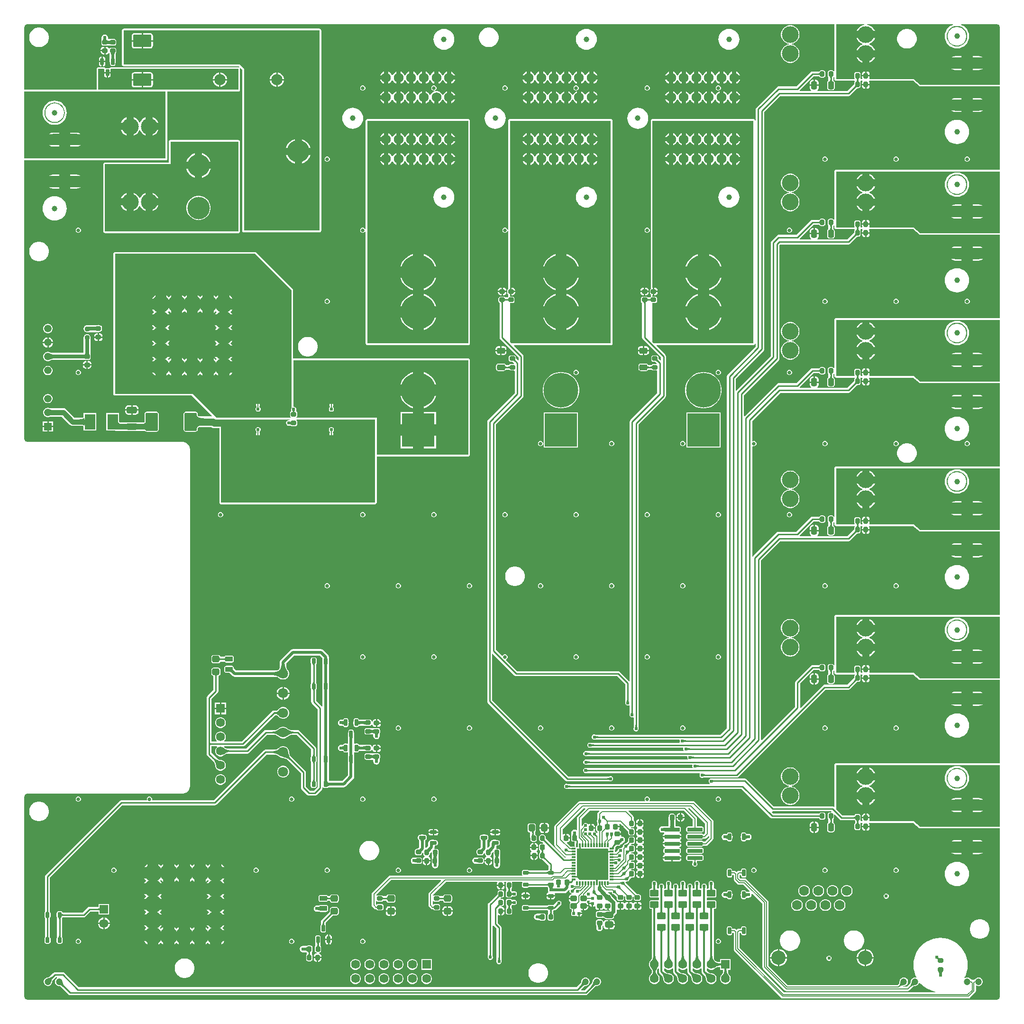
<source format=gtl>
G04*
G04 #@! TF.GenerationSoftware,Altium Limited,Altium Designer,22.9.1 (49)*
G04*
G04 Layer_Physical_Order=1*
G04 Layer_Color=255*
%FSLAX25Y25*%
%MOIN*%
G70*
G04*
G04 #@! TF.SameCoordinates,1352E451-E4B0-43B6-A2DF-F84851EB9EC6*
G04*
G04*
G04 #@! TF.FilePolarity,Positive*
G04*
G01*
G75*
%ADD12C,0.00600*%
%ADD17C,0.01000*%
G04:AMPARAMS|DCode=19|XSize=32.28mil|YSize=38.58mil|CornerRadius=8.23mil|HoleSize=0mil|Usage=FLASHONLY|Rotation=270.000|XOffset=0mil|YOffset=0mil|HoleType=Round|Shape=RoundedRectangle|*
%AMROUNDEDRECTD19*
21,1,0.03228,0.02212,0,0,270.0*
21,1,0.01582,0.03858,0,0,270.0*
1,1,0.01647,-0.01106,-0.00791*
1,1,0.01647,-0.01106,0.00791*
1,1,0.01647,0.01106,0.00791*
1,1,0.01647,0.01106,-0.00791*
%
%ADD19ROUNDEDRECTD19*%
G04:AMPARAMS|DCode=20|XSize=34.25mil|YSize=38.19mil|CornerRadius=8.73mil|HoleSize=0mil|Usage=FLASHONLY|Rotation=0.000|XOffset=0mil|YOffset=0mil|HoleType=Round|Shape=RoundedRectangle|*
%AMROUNDEDRECTD20*
21,1,0.03425,0.02072,0,0,0.0*
21,1,0.01678,0.03819,0,0,0.0*
1,1,0.01747,0.00839,-0.01036*
1,1,0.01747,-0.00839,-0.01036*
1,1,0.01747,-0.00839,0.01036*
1,1,0.01747,0.00839,0.01036*
%
%ADD20ROUNDEDRECTD20*%
G04:AMPARAMS|DCode=21|XSize=31.89mil|YSize=38.58mil|CornerRadius=7.81mil|HoleSize=0mil|Usage=FLASHONLY|Rotation=180.000|XOffset=0mil|YOffset=0mil|HoleType=Round|Shape=RoundedRectangle|*
%AMROUNDEDRECTD21*
21,1,0.03189,0.02296,0,0,180.0*
21,1,0.01626,0.03858,0,0,180.0*
1,1,0.01563,-0.00813,0.01148*
1,1,0.01563,0.00813,0.01148*
1,1,0.01563,0.00813,-0.01148*
1,1,0.01563,-0.00813,-0.01148*
%
%ADD21ROUNDEDRECTD21*%
G04:AMPARAMS|DCode=22|XSize=49.21mil|YSize=24.41mil|CornerRadius=6.35mil|HoleSize=0mil|Usage=FLASHONLY|Rotation=270.000|XOffset=0mil|YOffset=0mil|HoleType=Round|Shape=RoundedRectangle|*
%AMROUNDEDRECTD22*
21,1,0.04921,0.01172,0,0,270.0*
21,1,0.03652,0.02441,0,0,270.0*
1,1,0.01269,-0.00586,-0.01826*
1,1,0.01269,-0.00586,0.01826*
1,1,0.01269,0.00586,0.01826*
1,1,0.01269,0.00586,-0.01826*
%
%ADD22ROUNDEDRECTD22*%
G04:AMPARAMS|DCode=23|XSize=45.28mil|YSize=51.18mil|CornerRadius=9.73mil|HoleSize=0mil|Usage=FLASHONLY|Rotation=180.000|XOffset=0mil|YOffset=0mil|HoleType=Round|Shape=RoundedRectangle|*
%AMROUNDEDRECTD23*
21,1,0.04528,0.03171,0,0,180.0*
21,1,0.02581,0.05118,0,0,180.0*
1,1,0.01947,-0.01290,0.01586*
1,1,0.01947,0.01290,0.01586*
1,1,0.01947,0.01290,-0.01586*
1,1,0.01947,-0.01290,-0.01586*
%
%ADD23ROUNDEDRECTD23*%
G04:AMPARAMS|DCode=24|XSize=32.28mil|YSize=38.58mil|CornerRadius=8.23mil|HoleSize=0mil|Usage=FLASHONLY|Rotation=180.000|XOffset=0mil|YOffset=0mil|HoleType=Round|Shape=RoundedRectangle|*
%AMROUNDEDRECTD24*
21,1,0.03228,0.02212,0,0,180.0*
21,1,0.01582,0.03858,0,0,180.0*
1,1,0.01647,-0.00791,0.01106*
1,1,0.01647,0.00791,0.01106*
1,1,0.01647,0.00791,-0.01106*
1,1,0.01647,-0.00791,-0.01106*
%
%ADD24ROUNDEDRECTD24*%
G04:AMPARAMS|DCode=25|XSize=41.34mil|YSize=57.09mil|CornerRadius=9.92mil|HoleSize=0mil|Usage=FLASHONLY|Rotation=180.000|XOffset=0mil|YOffset=0mil|HoleType=Round|Shape=RoundedRectangle|*
%AMROUNDEDRECTD25*
21,1,0.04134,0.03724,0,0,180.0*
21,1,0.02150,0.05709,0,0,180.0*
1,1,0.01984,-0.01075,0.01862*
1,1,0.01984,0.01075,0.01862*
1,1,0.01984,0.01075,-0.01862*
1,1,0.01984,-0.01075,-0.01862*
%
%ADD25ROUNDEDRECTD25*%
G04:AMPARAMS|DCode=26|XSize=106.3mil|YSize=244.1mil|CornerRadius=5.32mil|HoleSize=0mil|Usage=FLASHONLY|Rotation=90.000|XOffset=0mil|YOffset=0mil|HoleType=Round|Shape=RoundedRectangle|*
%AMROUNDEDRECTD26*
21,1,0.10630,0.23346,0,0,90.0*
21,1,0.09567,0.24410,0,0,90.0*
1,1,0.01063,0.11673,0.04784*
1,1,0.01063,0.11673,-0.04784*
1,1,0.01063,-0.11673,-0.04784*
1,1,0.01063,-0.11673,0.04784*
%
%ADD26ROUNDEDRECTD26*%
G04:AMPARAMS|DCode=27|XSize=31.89mil|YSize=38.58mil|CornerRadius=7.81mil|HoleSize=0mil|Usage=FLASHONLY|Rotation=270.000|XOffset=0mil|YOffset=0mil|HoleType=Round|Shape=RoundedRectangle|*
%AMROUNDEDRECTD27*
21,1,0.03189,0.02296,0,0,270.0*
21,1,0.01626,0.03858,0,0,270.0*
1,1,0.01563,-0.01148,-0.00813*
1,1,0.01563,-0.01148,0.00813*
1,1,0.01563,0.01148,0.00813*
1,1,0.01563,0.01148,-0.00813*
%
%ADD27ROUNDEDRECTD27*%
G04:AMPARAMS|DCode=28|XSize=49.21mil|YSize=24.41mil|CornerRadius=6.35mil|HoleSize=0mil|Usage=FLASHONLY|Rotation=0.000|XOffset=0mil|YOffset=0mil|HoleType=Round|Shape=RoundedRectangle|*
%AMROUNDEDRECTD28*
21,1,0.04921,0.01172,0,0,0.0*
21,1,0.03652,0.02441,0,0,0.0*
1,1,0.01269,0.01826,-0.00586*
1,1,0.01269,-0.01826,-0.00586*
1,1,0.01269,-0.01826,0.00586*
1,1,0.01269,0.01826,0.00586*
%
%ADD28ROUNDEDRECTD28*%
G04:AMPARAMS|DCode=29|XSize=49.61mil|YSize=24.02mil|CornerRadius=5.88mil|HoleSize=0mil|Usage=FLASHONLY|Rotation=90.000|XOffset=0mil|YOffset=0mil|HoleType=Round|Shape=RoundedRectangle|*
%AMROUNDEDRECTD29*
21,1,0.04961,0.01225,0,0,90.0*
21,1,0.03784,0.02402,0,0,90.0*
1,1,0.01177,0.00612,0.01892*
1,1,0.01177,0.00612,-0.01892*
1,1,0.01177,-0.00612,-0.01892*
1,1,0.01177,-0.00612,0.01892*
%
%ADD29ROUNDEDRECTD29*%
G04:AMPARAMS|DCode=30|XSize=36.22mil|YSize=55.91mil|CornerRadius=9.06mil|HoleSize=0mil|Usage=FLASHONLY|Rotation=270.000|XOffset=0mil|YOffset=0mil|HoleType=Round|Shape=RoundedRectangle|*
%AMROUNDEDRECTD30*
21,1,0.03622,0.03780,0,0,270.0*
21,1,0.01811,0.05591,0,0,270.0*
1,1,0.01811,-0.01890,-0.00906*
1,1,0.01811,-0.01890,0.00906*
1,1,0.01811,0.01890,0.00906*
1,1,0.01811,0.01890,-0.00906*
%
%ADD30ROUNDEDRECTD30*%
G04:AMPARAMS|DCode=31|XSize=86.61mil|YSize=129.13mil|CornerRadius=9.96mil|HoleSize=0mil|Usage=FLASHONLY|Rotation=90.000|XOffset=0mil|YOffset=0mil|HoleType=Round|Shape=RoundedRectangle|*
%AMROUNDEDRECTD31*
21,1,0.08661,0.10921,0,0,90.0*
21,1,0.06669,0.12913,0,0,90.0*
1,1,0.01992,0.05461,0.03335*
1,1,0.01992,0.05461,-0.03335*
1,1,0.01992,-0.05461,-0.03335*
1,1,0.01992,-0.05461,0.03335*
%
%ADD31ROUNDEDRECTD31*%
G04:AMPARAMS|DCode=32|XSize=45.28mil|YSize=51.18mil|CornerRadius=9.73mil|HoleSize=0mil|Usage=FLASHONLY|Rotation=90.000|XOffset=0mil|YOffset=0mil|HoleType=Round|Shape=RoundedRectangle|*
%AMROUNDEDRECTD32*
21,1,0.04528,0.03171,0,0,90.0*
21,1,0.02581,0.05118,0,0,90.0*
1,1,0.01947,0.01586,0.01290*
1,1,0.01947,0.01586,-0.01290*
1,1,0.01947,-0.01586,-0.01290*
1,1,0.01947,-0.01586,0.01290*
%
%ADD32ROUNDEDRECTD32*%
G04:AMPARAMS|DCode=33|XSize=41.34mil|YSize=57.09mil|CornerRadius=9.92mil|HoleSize=0mil|Usage=FLASHONLY|Rotation=270.000|XOffset=0mil|YOffset=0mil|HoleType=Round|Shape=RoundedRectangle|*
%AMROUNDEDRECTD33*
21,1,0.04134,0.03724,0,0,270.0*
21,1,0.02150,0.05709,0,0,270.0*
1,1,0.01984,-0.01862,-0.01075*
1,1,0.01984,-0.01862,0.01075*
1,1,0.01984,0.01862,0.01075*
1,1,0.01984,0.01862,-0.01075*
%
%ADD33ROUNDEDRECTD33*%
G04:AMPARAMS|DCode=34|XSize=34.65mil|YSize=38.19mil|CornerRadius=8.66mil|HoleSize=0mil|Usage=FLASHONLY|Rotation=90.000|XOffset=0mil|YOffset=0mil|HoleType=Round|Shape=RoundedRectangle|*
%AMROUNDEDRECTD34*
21,1,0.03465,0.02087,0,0,90.0*
21,1,0.01732,0.03819,0,0,90.0*
1,1,0.01732,0.01043,0.00866*
1,1,0.01732,0.01043,-0.00866*
1,1,0.01732,-0.01043,-0.00866*
1,1,0.01732,-0.01043,0.00866*
%
%ADD34ROUNDEDRECTD34*%
G04:AMPARAMS|DCode=35|XSize=39.37mil|YSize=29.53mil|CornerRadius=7.53mil|HoleSize=0mil|Usage=FLASHONLY|Rotation=180.000|XOffset=0mil|YOffset=0mil|HoleType=Round|Shape=RoundedRectangle|*
%AMROUNDEDRECTD35*
21,1,0.03937,0.01447,0,0,180.0*
21,1,0.02431,0.02953,0,0,180.0*
1,1,0.01506,-0.01216,0.00723*
1,1,0.01506,0.01216,0.00723*
1,1,0.01506,0.01216,-0.00723*
1,1,0.01506,-0.01216,-0.00723*
%
%ADD35ROUNDEDRECTD35*%
G04:AMPARAMS|DCode=36|XSize=29.92mil|YSize=10.63mil|CornerRadius=2.76mil|HoleSize=0mil|Usage=FLASHONLY|Rotation=270.000|XOffset=0mil|YOffset=0mil|HoleType=Round|Shape=RoundedRectangle|*
%AMROUNDEDRECTD36*
21,1,0.02992,0.00510,0,0,270.0*
21,1,0.02439,0.01063,0,0,270.0*
1,1,0.00553,-0.00255,-0.01220*
1,1,0.00553,-0.00255,0.01220*
1,1,0.00553,0.00255,0.01220*
1,1,0.00553,0.00255,-0.01220*
%
%ADD36ROUNDEDRECTD36*%
G04:AMPARAMS|DCode=37|XSize=29.92mil|YSize=10.63mil|CornerRadius=2.76mil|HoleSize=0mil|Usage=FLASHONLY|Rotation=0.000|XOffset=0mil|YOffset=0mil|HoleType=Round|Shape=RoundedRectangle|*
%AMROUNDEDRECTD37*
21,1,0.02992,0.00510,0,0,0.0*
21,1,0.02439,0.01063,0,0,0.0*
1,1,0.00553,0.01220,-0.00255*
1,1,0.00553,-0.01220,-0.00255*
1,1,0.00553,-0.01220,0.00255*
1,1,0.00553,0.01220,0.00255*
%
%ADD37ROUNDEDRECTD37*%
G04:AMPARAMS|DCode=38|XSize=34.25mil|YSize=38.19mil|CornerRadius=8.73mil|HoleSize=0mil|Usage=FLASHONLY|Rotation=270.000|XOffset=0mil|YOffset=0mil|HoleType=Round|Shape=RoundedRectangle|*
%AMROUNDEDRECTD38*
21,1,0.03425,0.02072,0,0,270.0*
21,1,0.01678,0.03819,0,0,270.0*
1,1,0.01747,-0.01036,-0.00839*
1,1,0.01747,-0.01036,0.00839*
1,1,0.01747,0.01036,0.00839*
1,1,0.01747,0.01036,-0.00839*
%
%ADD38ROUNDEDRECTD38*%
G04:AMPARAMS|DCode=39|XSize=86.61mil|YSize=129.13mil|CornerRadius=9.96mil|HoleSize=0mil|Usage=FLASHONLY|Rotation=180.000|XOffset=0mil|YOffset=0mil|HoleType=Round|Shape=RoundedRectangle|*
%AMROUNDEDRECTD39*
21,1,0.08661,0.10921,0,0,180.0*
21,1,0.06669,0.12913,0,0,180.0*
1,1,0.01992,-0.03335,0.05461*
1,1,0.01992,0.03335,0.05461*
1,1,0.01992,0.03335,-0.05461*
1,1,0.01992,-0.03335,-0.05461*
%
%ADD39ROUNDEDRECTD39*%
%ADD40R,0.07800X0.11000*%
G04:AMPARAMS|DCode=41|XSize=23.23mil|YSize=22.84mil|CornerRadius=5.94mil|HoleSize=0mil|Usage=FLASHONLY|Rotation=180.000|XOffset=0mil|YOffset=0mil|HoleType=Round|Shape=RoundedRectangle|*
%AMROUNDEDRECTD41*
21,1,0.02323,0.01096,0,0,180.0*
21,1,0.01135,0.02284,0,0,180.0*
1,1,0.01187,-0.00568,0.00548*
1,1,0.01187,0.00568,0.00548*
1,1,0.01187,0.00568,-0.00548*
1,1,0.01187,-0.00568,-0.00548*
%
%ADD41ROUNDEDRECTD41*%
G04:AMPARAMS|DCode=42|XSize=39.37mil|YSize=47.24mil|CornerRadius=10.04mil|HoleSize=0mil|Usage=FLASHONLY|Rotation=90.000|XOffset=0mil|YOffset=0mil|HoleType=Round|Shape=RoundedRectangle|*
%AMROUNDEDRECTD42*
21,1,0.03937,0.02717,0,0,90.0*
21,1,0.01929,0.04724,0,0,90.0*
1,1,0.02008,0.01358,0.00965*
1,1,0.02008,0.01358,-0.00965*
1,1,0.02008,-0.01358,-0.00965*
1,1,0.02008,-0.01358,0.00965*
%
%ADD42ROUNDEDRECTD42*%
G04:AMPARAMS|DCode=43|XSize=29.13mil|YSize=109.84mil|CornerRadius=7.28mil|HoleSize=0mil|Usage=FLASHONLY|Rotation=270.000|XOffset=0mil|YOffset=0mil|HoleType=Round|Shape=RoundedRectangle|*
%AMROUNDEDRECTD43*
21,1,0.02913,0.09528,0,0,270.0*
21,1,0.01457,0.10984,0,0,270.0*
1,1,0.01457,-0.04764,-0.00728*
1,1,0.01457,-0.04764,0.00728*
1,1,0.01457,0.04764,0.00728*
1,1,0.01457,0.04764,-0.00728*
%
%ADD43ROUNDEDRECTD43*%
G04:AMPARAMS|DCode=44|XSize=23.23mil|YSize=22.84mil|CornerRadius=5.94mil|HoleSize=0mil|Usage=FLASHONLY|Rotation=90.000|XOffset=0mil|YOffset=0mil|HoleType=Round|Shape=RoundedRectangle|*
%AMROUNDEDRECTD44*
21,1,0.02323,0.01096,0,0,90.0*
21,1,0.01135,0.02284,0,0,90.0*
1,1,0.01187,0.00548,0.00568*
1,1,0.01187,0.00548,-0.00568*
1,1,0.01187,-0.00548,-0.00568*
1,1,0.01187,-0.00548,0.00568*
%
%ADD44ROUNDEDRECTD44*%
G04:AMPARAMS|DCode=45|XSize=43.7mil|YSize=57.87mil|CornerRadius=9.83mil|HoleSize=0mil|Usage=FLASHONLY|Rotation=90.000|XOffset=0mil|YOffset=0mil|HoleType=Round|Shape=RoundedRectangle|*
%AMROUNDEDRECTD45*
21,1,0.04370,0.03821,0,0,90.0*
21,1,0.02404,0.05787,0,0,90.0*
1,1,0.01967,0.01910,0.01202*
1,1,0.01967,0.01910,-0.01202*
1,1,0.01967,-0.01910,-0.01202*
1,1,0.01967,-0.01910,0.01202*
%
%ADD45ROUNDEDRECTD45*%
G04:AMPARAMS|DCode=46|XSize=31.5mil|YSize=31.5mil|CornerRadius=7.87mil|HoleSize=0mil|Usage=FLASHONLY|Rotation=270.000|XOffset=0mil|YOffset=0mil|HoleType=Round|Shape=RoundedRectangle|*
%AMROUNDEDRECTD46*
21,1,0.03150,0.01575,0,0,270.0*
21,1,0.01575,0.03150,0,0,270.0*
1,1,0.01575,-0.00787,-0.00787*
1,1,0.01575,-0.00787,0.00787*
1,1,0.01575,0.00787,0.00787*
1,1,0.01575,0.00787,-0.00787*
%
%ADD46ROUNDEDRECTD46*%
G04:AMPARAMS|DCode=47|XSize=45.67mil|YSize=71.65mil|CornerRadius=9.82mil|HoleSize=0mil|Usage=FLASHONLY|Rotation=90.000|XOffset=0mil|YOffset=0mil|HoleType=Round|Shape=RoundedRectangle|*
%AMROUNDEDRECTD47*
21,1,0.04567,0.05202,0,0,90.0*
21,1,0.02603,0.07165,0,0,90.0*
1,1,0.01964,0.02601,0.01302*
1,1,0.01964,0.02601,-0.01302*
1,1,0.01964,-0.02601,-0.01302*
1,1,0.01964,-0.02601,0.01302*
%
%ADD47ROUNDEDRECTD47*%
G04:AMPARAMS|DCode=48|XSize=39.37mil|YSize=29.53mil|CornerRadius=7.53mil|HoleSize=0mil|Usage=FLASHONLY|Rotation=90.000|XOffset=0mil|YOffset=0mil|HoleType=Round|Shape=RoundedRectangle|*
%AMROUNDEDRECTD48*
21,1,0.03937,0.01447,0,0,90.0*
21,1,0.02431,0.02953,0,0,90.0*
1,1,0.01506,0.00723,0.01216*
1,1,0.01506,0.00723,-0.01216*
1,1,0.01506,-0.00723,-0.01216*
1,1,0.01506,-0.00723,0.01216*
%
%ADD48ROUNDEDRECTD48*%
G04:AMPARAMS|DCode=49|XSize=20mil|YSize=6mil|CornerRadius=0.15mil|HoleSize=0mil|Usage=FLASHONLY|Rotation=270.000|XOffset=0mil|YOffset=0mil|HoleType=Round|Shape=RoundedRectangle|*
%AMROUNDEDRECTD49*
21,1,0.02000,0.00570,0,0,270.0*
21,1,0.01970,0.00600,0,0,270.0*
1,1,0.00030,-0.00285,-0.00985*
1,1,0.00030,-0.00285,0.00985*
1,1,0.00030,0.00285,0.00985*
1,1,0.00030,0.00285,-0.00985*
%
%ADD49ROUNDEDRECTD49*%
G04:AMPARAMS|DCode=50|XSize=59.06mil|YSize=49.21mil|CornerRadius=5.41mil|HoleSize=0mil|Usage=FLASHONLY|Rotation=180.000|XOffset=0mil|YOffset=0mil|HoleType=Round|Shape=RoundedRectangle|*
%AMROUNDEDRECTD50*
21,1,0.05906,0.03839,0,0,180.0*
21,1,0.04823,0.04921,0,0,180.0*
1,1,0.01083,-0.02411,0.01919*
1,1,0.01083,0.02411,0.01919*
1,1,0.01083,0.02411,-0.01919*
1,1,0.01083,-0.02411,-0.01919*
%
%ADD50ROUNDEDRECTD50*%
%ADD74R,0.18110X0.18110*%
%ADD75C,0.02000*%
%ADD76C,0.01400*%
%ADD77C,0.05000*%
%ADD78C,0.02500*%
%ADD79C,0.03500*%
%ADD80C,0.01200*%
%ADD81R,0.06260X0.06260*%
%ADD82C,0.06260*%
%ADD83C,0.11811*%
G04:AMPARAMS|DCode=84|XSize=242.13mil|YSize=78.74mil|CornerRadius=39.37mil|HoleSize=0mil|Usage=FLASHONLY|Rotation=0.000|XOffset=0mil|YOffset=0mil|HoleType=Round|Shape=RoundedRectangle|*
%AMROUNDEDRECTD84*
21,1,0.24213,0.00000,0,0,0.0*
21,1,0.16339,0.07874,0,0,0.0*
1,1,0.07874,0.08169,0.00000*
1,1,0.07874,-0.08169,0.00000*
1,1,0.07874,-0.08169,0.00000*
1,1,0.07874,0.08169,0.00000*
%
%ADD84ROUNDEDRECTD84*%
%ADD85C,0.03937*%
%ADD86C,0.07000*%
%ADD87C,0.10000*%
%ADD88C,0.15748*%
%ADD89C,0.07874*%
%ADD90C,0.24410*%
%ADD91R,0.22835X0.23622*%
%ADD92R,0.05264X0.05264*%
%ADD93C,0.05264*%
%ADD94C,0.07087*%
%ADD95R,0.06260X0.06260*%
%ADD96C,0.04724*%
%ADD97C,0.06890*%
%ADD98C,0.12598*%
%ADD99C,0.02400*%
%ADD100C,0.02500*%
G36*
X658663Y685992D02*
X660015Y685582D01*
X661262Y684916D01*
X662354Y684019D01*
X663251Y682927D01*
X663917Y681680D01*
X664327Y680328D01*
X664466Y678921D01*
X664327Y677515D01*
X663917Y676162D01*
X663251Y674916D01*
X662354Y673823D01*
X661262Y672927D01*
X660015Y672261D01*
X658663Y671850D01*
X657257Y671712D01*
X655850Y671850D01*
X654497Y672261D01*
X653251Y672927D01*
X652158Y673823D01*
X651262Y674916D01*
X650596Y676162D01*
X650185Y677515D01*
X650047Y678921D01*
X650185Y680328D01*
X650596Y681680D01*
X651262Y682927D01*
X652158Y684019D01*
X653251Y684916D01*
X654497Y685582D01*
X655850Y685992D01*
X657257Y686131D01*
X658663Y685992D01*
D02*
G37*
G36*
X685742Y687355D02*
X686180Y687173D01*
X686574Y686909D01*
X686909Y686574D01*
X687173Y686180D01*
X687355Y685742D01*
X687447Y685276D01*
X687447Y685039D01*
Y644862D01*
X631354D01*
X626752Y648799D01*
X595795D01*
X595559Y649240D01*
X595635Y649354D01*
X595773Y650049D01*
Y650697D01*
X590514D01*
Y650049D01*
X590653Y649354D01*
X590729Y649240D01*
X590493Y648799D01*
X589558D01*
X589291Y649299D01*
X589431Y649510D01*
X589539Y650049D01*
Y652345D01*
X589431Y652884D01*
X589126Y653340D01*
X588669Y653646D01*
X588130Y653753D01*
X586504D01*
X585965Y653646D01*
X585508Y653340D01*
X585203Y652884D01*
X585096Y652345D01*
Y650049D01*
X585203Y649510D01*
X585344Y649299D01*
X585076Y648799D01*
X572299D01*
Y687447D01*
X592208D01*
X592257Y686947D01*
X591129Y686723D01*
X589873Y686202D01*
X588742Y685447D01*
X587780Y684485D01*
X587024Y683354D01*
X586705Y682583D01*
X599583D01*
X599263Y683354D01*
X598508Y684485D01*
X597546Y685447D01*
X596415Y686202D01*
X595158Y686723D01*
X594031Y686947D01*
X594080Y687447D01*
X654278Y687447D01*
X654352Y686947D01*
X653979Y686834D01*
X652498Y686042D01*
X651200Y684977D01*
X650135Y683679D01*
X649344Y682199D01*
X648856Y680592D01*
X648692Y678921D01*
X648856Y677250D01*
X649344Y675644D01*
X650135Y674163D01*
X651200Y672865D01*
X652498Y671800D01*
X653979Y671009D01*
X655586Y670521D01*
X657257Y670357D01*
X658927Y670521D01*
X660534Y671009D01*
X662015Y671800D01*
X663312Y672865D01*
X664377Y674163D01*
X665169Y675644D01*
X665656Y677250D01*
X665821Y678921D01*
X665656Y680592D01*
X665169Y682199D01*
X664377Y683679D01*
X663312Y684977D01*
X662015Y686042D01*
X660534Y686834D01*
X660160Y686947D01*
X660235Y687447D01*
X685276D01*
X685742Y687355D01*
D02*
G37*
G36*
X151949Y641338D02*
X100882D01*
X100768Y641361D01*
X53524D01*
Y655886D01*
X57292D01*
X57691Y655386D01*
X57640Y655126D01*
Y653800D01*
X59892D01*
X62145D01*
Y655126D01*
X62093Y655386D01*
X62492Y655886D01*
X151949D01*
Y641338D01*
D02*
G37*
G36*
X560874Y651378D02*
X560864Y651473D01*
X560834Y651558D01*
X560783Y651633D01*
X560712Y651698D01*
X560621Y651753D01*
X560510Y651798D01*
X560378Y651833D01*
X560226Y651858D01*
X560054Y651873D01*
X559862Y651878D01*
Y652878D01*
X560054Y652883D01*
X560226Y652898D01*
X560378Y652923D01*
X560510Y652958D01*
X560621Y653003D01*
X560712Y653058D01*
X560783Y653123D01*
X560834Y653198D01*
X560864Y653283D01*
X560874Y653378D01*
Y651378D01*
D02*
G37*
G36*
X569486Y650488D02*
X569401Y650456D01*
X569326Y650403D01*
X569262Y650330D01*
X569207Y650235D01*
X569162Y650119D01*
X569127Y649982D01*
X569102Y649824D01*
X569088Y649645D01*
X569083Y649445D01*
X568083D01*
X568078Y649645D01*
X568063Y649824D01*
X568038Y649982D01*
X568003Y650119D01*
X567958Y650235D01*
X567904Y650330D01*
X567839Y650403D01*
X567764Y650456D01*
X567680Y650488D01*
X567585Y650498D01*
X569580D01*
X569486Y650488D01*
D02*
G37*
G36*
X588220Y649303D02*
X588135Y649272D01*
X588061Y649219D01*
X587996Y649146D01*
X587941Y649051D01*
X587897Y648936D01*
X587862Y648800D01*
X587837Y648642D01*
X587822Y648464D01*
X587817Y648265D01*
X586817D01*
X586812Y648464D01*
X586797Y648642D01*
X586772Y648800D01*
X586737Y648936D01*
X586693Y649051D01*
X586638Y649146D01*
X586573Y649219D01*
X586498Y649272D01*
X586414Y649303D01*
X586319Y649313D01*
X588315D01*
X588220Y649303D01*
D02*
G37*
G36*
X590759Y647363D02*
X590844Y647125D01*
X590653Y646839D01*
X590514Y646144D01*
Y645496D01*
X595773D01*
Y646144D01*
X595635Y646839D01*
X595443Y647125D01*
X595529Y647363D01*
X595736Y647587D01*
X595795Y647576D01*
X626300D01*
X630558Y643932D01*
X630726Y643839D01*
X630886Y643732D01*
X630933Y643722D01*
X630975Y643699D01*
X631166Y643676D01*
X631354Y643639D01*
X687447D01*
X687447Y585542D01*
X687447Y585042D01*
X572299D01*
X571831Y584949D01*
X571434Y584684D01*
X571168Y584287D01*
X571075Y583819D01*
Y550048D01*
X570575Y549897D01*
X570400Y550159D01*
X569929Y550474D01*
X569374Y550584D01*
X567792D01*
X567236Y550474D01*
X566766Y550159D01*
X566451Y549689D01*
X566341Y549133D01*
Y546921D01*
X566451Y546366D01*
X566766Y545895D01*
X566849Y545839D01*
Y543392D01*
X566360Y543065D01*
X566008Y542538D01*
X565884Y541917D01*
Y538193D01*
X566008Y537571D01*
X566360Y537045D01*
X566887Y536693D01*
X567508Y536569D01*
X569657D01*
X570279Y536693D01*
X570805Y537045D01*
X571157Y537571D01*
X571281Y538193D01*
Y541917D01*
X571157Y542538D01*
X570805Y543065D01*
X570316Y543392D01*
Y545773D01*
X570576Y546009D01*
X571075Y545834D01*
Y544449D01*
X571168Y543980D01*
X571434Y543583D01*
X571831Y543318D01*
X572299Y543225D01*
X585076D01*
X585084Y543227D01*
X585198Y543157D01*
X585217Y543136D01*
X585350Y542552D01*
X585203Y542332D01*
X585096Y541793D01*
Y540789D01*
X584836Y540616D01*
X580201Y535981D01*
X559101D01*
X558949Y536481D01*
X559361Y536756D01*
X559802Y537415D01*
X559956Y538193D01*
Y539555D01*
X556850D01*
X553744D01*
Y538193D01*
X553899Y537415D01*
X554339Y536756D01*
X554751Y536481D01*
X554600Y535981D01*
X546801D01*
X546594Y536481D01*
X556407Y546294D01*
X560397D01*
X560663Y545895D01*
X561134Y545581D01*
X561689Y545470D01*
X563271D01*
X563827Y545581D01*
X564297Y545895D01*
X564612Y546366D01*
X564722Y546921D01*
Y549133D01*
X564612Y549689D01*
X564297Y550159D01*
X563827Y550474D01*
X563271Y550584D01*
X561689D01*
X561134Y550474D01*
X560663Y550159D01*
X560397Y549761D01*
X555689D01*
X555689Y549761D01*
X555026Y549629D01*
X554463Y549253D01*
X544440Y539229D01*
X531772D01*
X531108Y539097D01*
X530546Y538722D01*
X526917Y535092D01*
X526541Y534530D01*
X526409Y533867D01*
Y454156D01*
X502115Y429862D01*
X501615Y430069D01*
Y437943D01*
X521370Y457698D01*
X521746Y458261D01*
X521878Y458924D01*
X521878Y625761D01*
X532982Y636865D01*
X580919D01*
X581583Y636997D01*
X582145Y637373D01*
X586920Y642148D01*
X587357Y642440D01*
X588130D01*
X588669Y642547D01*
X589126Y642852D01*
X589431Y643309D01*
X589539Y643848D01*
Y646144D01*
X589431Y646683D01*
X589285Y646903D01*
X589417Y647486D01*
X589435Y647508D01*
X589550Y647577D01*
X589558Y647576D01*
X590493D01*
X590551Y647587D01*
X590759Y647363D01*
D02*
G37*
G36*
X569088Y648075D02*
X569103Y647903D01*
X569128Y647751D01*
X569163Y647619D01*
X569208Y647508D01*
X569263Y647417D01*
X569328Y647346D01*
X569403Y647295D01*
X569488Y647265D01*
X569583Y647255D01*
X567583D01*
X567678Y647265D01*
X567763Y647295D01*
X567838Y647346D01*
X567903Y647417D01*
X567958Y647508D01*
X568003Y647619D01*
X568038Y647751D01*
X568063Y647903D01*
X568078Y648075D01*
X568083Y648267D01*
X569083D01*
X569088Y648075D01*
D02*
G37*
G36*
X587822Y647729D02*
X587837Y647551D01*
X587862Y647393D01*
X587897Y647257D01*
X587941Y647142D01*
X587996Y647047D01*
X588061Y646974D01*
X588135Y646921D01*
X588220Y646890D01*
X588315Y646879D01*
X586319D01*
X586414Y646890D01*
X586498Y646921D01*
X586573Y646974D01*
X586638Y647047D01*
X586693Y647142D01*
X586737Y647257D01*
X586772Y647393D01*
X586797Y647551D01*
X586812Y647729D01*
X586817Y647928D01*
X587817D01*
X587822Y647729D01*
D02*
G37*
G36*
X586799Y643076D02*
X586738Y643147D01*
X586661Y643188D01*
X586568Y643199D01*
X586459Y643180D01*
X586333Y643131D01*
X586192Y643053D01*
X586034Y642944D01*
X585861Y642805D01*
X585671Y642636D01*
X585465Y642437D01*
X584755Y643141D01*
X584988Y643381D01*
X585364Y643813D01*
X585507Y644004D01*
X585619Y644179D01*
X585702Y644339D01*
X585755Y644481D01*
X585777Y644608D01*
X585769Y644718D01*
X585732Y644813D01*
X586799Y643076D01*
D02*
G37*
G36*
X100768Y592894D02*
X1529D01*
X1529Y640138D01*
X100768D01*
Y592894D01*
D02*
G37*
G36*
X560874Y547027D02*
X560864Y547122D01*
X560834Y547207D01*
X560783Y547282D01*
X560712Y547347D01*
X560621Y547402D01*
X560510Y547447D01*
X560378Y547482D01*
X560226Y547507D01*
X560054Y547522D01*
X559862Y547527D01*
Y548527D01*
X560054Y548532D01*
X560226Y548547D01*
X560378Y548572D01*
X560510Y548607D01*
X560621Y548652D01*
X560712Y548707D01*
X560783Y548772D01*
X560834Y548847D01*
X560864Y548932D01*
X560874Y549027D01*
Y547027D01*
D02*
G37*
G36*
X569486Y546137D02*
X569401Y546105D01*
X569326Y546053D01*
X569262Y545979D01*
X569207Y545884D01*
X569162Y545768D01*
X569127Y545632D01*
X569102Y545473D01*
X569088Y545295D01*
X569083Y545094D01*
X568083D01*
X568078Y545295D01*
X568063Y545473D01*
X568038Y545632D01*
X568003Y545768D01*
X567958Y545884D01*
X567904Y545979D01*
X567839Y546053D01*
X567764Y546105D01*
X567680Y546137D01*
X567585Y546148D01*
X569580D01*
X569486Y546137D01*
D02*
G37*
G36*
X588220Y544952D02*
X588135Y544921D01*
X588061Y544869D01*
X587996Y544795D01*
X587941Y544701D01*
X587897Y544585D01*
X587862Y544449D01*
X587837Y544292D01*
X587822Y544113D01*
X587817Y543914D01*
X586817D01*
X586812Y544113D01*
X586797Y544292D01*
X586772Y544449D01*
X586737Y544585D01*
X586693Y544701D01*
X586638Y544795D01*
X586573Y544869D01*
X586498Y544921D01*
X586414Y544952D01*
X586319Y544963D01*
X588315D01*
X588220Y544952D01*
D02*
G37*
G36*
X590759Y543012D02*
X590844Y542775D01*
X590653Y542488D01*
X590514Y541793D01*
Y541145D01*
X595773D01*
Y541793D01*
X595635Y542488D01*
X595443Y542775D01*
X595529Y543012D01*
X595736Y543237D01*
X595795Y543225D01*
X626300D01*
X630558Y539582D01*
X630726Y539488D01*
X630886Y539381D01*
X630933Y539372D01*
X630975Y539348D01*
X631166Y539326D01*
X631354Y539288D01*
X687447D01*
X687447Y481192D01*
X687447Y480692D01*
X572299D01*
X571831Y480598D01*
X571434Y480333D01*
X571168Y479936D01*
X571075Y479468D01*
Y445698D01*
X570575Y445546D01*
X570400Y445809D01*
X569929Y446123D01*
X569374Y446234D01*
X567792D01*
X567236Y446123D01*
X566766Y445809D01*
X566451Y445338D01*
X566341Y444783D01*
Y442571D01*
X566451Y442016D01*
X566766Y441545D01*
X566849Y441489D01*
Y439041D01*
X566360Y438714D01*
X566008Y438188D01*
X565884Y437567D01*
Y433842D01*
X566008Y433221D01*
X566360Y432694D01*
X566887Y432342D01*
X567508Y432219D01*
X569657D01*
X570279Y432342D01*
X570805Y432694D01*
X571157Y433221D01*
X571281Y433842D01*
Y437567D01*
X571157Y438188D01*
X570805Y438714D01*
X570316Y439041D01*
Y441423D01*
X570576Y441658D01*
X571075Y441484D01*
Y440098D01*
X571168Y439630D01*
X571434Y439233D01*
X571831Y438968D01*
X572299Y438874D01*
X585076D01*
X585084Y438876D01*
X585198Y438807D01*
X585217Y438785D01*
X585350Y438202D01*
X585203Y437982D01*
X585096Y437443D01*
Y436439D01*
X584836Y436265D01*
X580201Y431631D01*
X559101D01*
X558949Y432131D01*
X559361Y432406D01*
X559802Y433065D01*
X559956Y433842D01*
Y435205D01*
X556850D01*
X553744D01*
Y433842D01*
X553899Y433065D01*
X554339Y432406D01*
X554751Y432131D01*
X554600Y431631D01*
X546801D01*
X546594Y432131D01*
X556407Y441944D01*
X560397D01*
X560663Y441545D01*
X561134Y441230D01*
X561689Y441120D01*
X563271D01*
X563827Y441230D01*
X564297Y441545D01*
X564612Y442016D01*
X564722Y442571D01*
Y444783D01*
X564612Y445338D01*
X564297Y445809D01*
X563827Y446123D01*
X563271Y446234D01*
X561689D01*
X561134Y446123D01*
X560663Y445809D01*
X560397Y445410D01*
X555689D01*
X555689Y445410D01*
X555026Y445278D01*
X554463Y444902D01*
X544440Y434879D01*
X531772D01*
X531108Y434747D01*
X530546Y434371D01*
X507922Y411747D01*
X507422Y411954D01*
Y426526D01*
X532013Y451117D01*
X532389Y451679D01*
X532521Y452343D01*
Y532054D01*
X532982Y532514D01*
X580919D01*
X581583Y532647D01*
X582145Y533022D01*
X586920Y537797D01*
X587357Y538089D01*
X588130D01*
X588669Y538197D01*
X589126Y538502D01*
X589431Y538959D01*
X589539Y539498D01*
Y541793D01*
X589431Y542332D01*
X589285Y542552D01*
X589417Y543136D01*
X589435Y543157D01*
X589550Y543227D01*
X589558Y543225D01*
X590493D01*
X590551Y543237D01*
X590759Y543012D01*
D02*
G37*
G36*
X569088Y543724D02*
X569103Y543552D01*
X569128Y543400D01*
X569163Y543269D01*
X569208Y543157D01*
X569263Y543066D01*
X569328Y542996D01*
X569403Y542945D01*
X569488Y542914D01*
X569583Y542904D01*
X567583D01*
X567678Y542914D01*
X567763Y542945D01*
X567838Y542996D01*
X567903Y543066D01*
X567958Y543157D01*
X568003Y543269D01*
X568038Y543400D01*
X568063Y543552D01*
X568078Y543724D01*
X568083Y543916D01*
X569083D01*
X569088Y543724D01*
D02*
G37*
G36*
X587822Y543378D02*
X587837Y543200D01*
X587862Y543043D01*
X587897Y542906D01*
X587941Y542791D01*
X587996Y542697D01*
X588061Y542623D01*
X588135Y542571D01*
X588220Y542539D01*
X588315Y542529D01*
X586319D01*
X586414Y542539D01*
X586498Y542571D01*
X586573Y542623D01*
X586638Y542697D01*
X586693Y542791D01*
X586737Y542906D01*
X586772Y543043D01*
X586797Y543200D01*
X586812Y543378D01*
X586817Y543578D01*
X587817D01*
X587822Y543378D01*
D02*
G37*
G36*
X209035Y542260D02*
X155886D01*
Y655886D01*
X152704Y659068D01*
X71319D01*
Y682875D01*
X71367Y682992D01*
X209035D01*
X209035Y542260D01*
D02*
G37*
G36*
X571075Y687447D02*
Y654399D01*
X570575Y654247D01*
X570400Y654510D01*
X569929Y654824D01*
X569374Y654935D01*
X567792D01*
X567236Y654824D01*
X566766Y654510D01*
X566451Y654039D01*
X566341Y653484D01*
Y651272D01*
X566451Y650717D01*
X566766Y650246D01*
X566849Y650190D01*
Y647743D01*
X566360Y647415D01*
X566008Y646889D01*
X565884Y646268D01*
Y642543D01*
X566008Y641922D01*
X566360Y641395D01*
X566887Y641044D01*
X567508Y640920D01*
X569657D01*
X570279Y641044D01*
X570805Y641395D01*
X571157Y641922D01*
X571281Y642543D01*
Y646268D01*
X571157Y646889D01*
X570805Y647415D01*
X570316Y647743D01*
Y650124D01*
X570576Y650359D01*
X571075Y650185D01*
Y648799D01*
X571168Y648331D01*
X571434Y647934D01*
X571831Y647669D01*
X572299Y647576D01*
X585076D01*
X585084Y647577D01*
X585198Y647508D01*
X585217Y647486D01*
X585350Y646903D01*
X585203Y646683D01*
X585096Y646144D01*
Y645140D01*
X584836Y644966D01*
X580201Y640332D01*
X559101D01*
X558949Y640832D01*
X559361Y641107D01*
X559802Y641766D01*
X559956Y642543D01*
Y643905D01*
X556850D01*
X553744D01*
Y642543D01*
X553899Y641766D01*
X554339Y641107D01*
X554751Y640832D01*
X554600Y640332D01*
X546801D01*
X546594Y640832D01*
X556407Y650645D01*
X560397D01*
X560663Y650246D01*
X561134Y649931D01*
X561689Y649821D01*
X563271D01*
X563827Y649931D01*
X564297Y650246D01*
X564612Y650717D01*
X564722Y651272D01*
Y653484D01*
X564612Y654039D01*
X564297Y654510D01*
X563827Y654824D01*
X563271Y654935D01*
X561689D01*
X561134Y654824D01*
X560663Y654510D01*
X560397Y654111D01*
X555689D01*
X555689Y654111D01*
X555026Y653979D01*
X554463Y653604D01*
X544440Y643580D01*
X531772D01*
X531108Y643448D01*
X530546Y643072D01*
X516274Y628800D01*
X515899Y628238D01*
X515767Y627575D01*
Y619618D01*
X515267Y619568D01*
X515193Y619937D01*
X514928Y620334D01*
X514531Y620599D01*
X514063Y620692D01*
X443197D01*
X442729Y620599D01*
X442332Y620334D01*
X442066Y619937D01*
X441973Y619468D01*
Y502019D01*
X442056Y501604D01*
Y501479D01*
X441636Y501199D01*
X441330Y500742D01*
X441223Y500203D01*
Y498576D01*
X441330Y498038D01*
X441636Y497581D01*
X442056Y497300D01*
Y497175D01*
X441973Y496760D01*
Y495785D01*
X442006Y495619D01*
X441636Y495372D01*
X441585Y495296D01*
X439773D01*
X439722Y495372D01*
X439265Y495677D01*
X438727Y495785D01*
X436431D01*
X435892Y495677D01*
X435435Y495372D01*
X435130Y494915D01*
X435022Y494376D01*
Y492750D01*
X435130Y492211D01*
X435435Y491754D01*
X435845Y491480D01*
Y467145D01*
X435977Y466481D01*
X436353Y465919D01*
X449187Y453085D01*
Y451242D01*
X448725Y451051D01*
X447339Y452437D01*
Y453019D01*
X447229Y453574D01*
X446914Y454045D01*
X446443Y454360D01*
X445888Y454470D01*
X443676D01*
X443121Y454360D01*
X442650Y454045D01*
X442336Y453574D01*
X442225Y453019D01*
Y451437D01*
X442336Y450882D01*
X442650Y450411D01*
X443121Y450096D01*
X443676Y449986D01*
X444888D01*
X446023Y448851D01*
X445948Y448581D01*
X445799Y448368D01*
X443676D01*
X443121Y448257D01*
X442650Y447943D01*
X442594Y447859D01*
X440147D01*
X439820Y448348D01*
X439293Y448700D01*
X438672Y448824D01*
X434947D01*
X434326Y448700D01*
X433800Y448348D01*
X433448Y447822D01*
X433324Y447200D01*
Y445051D01*
X433448Y444430D01*
X433800Y443903D01*
X434326Y443551D01*
X434947Y443428D01*
X438672D01*
X439293Y443551D01*
X439820Y443903D01*
X440147Y444392D01*
X442594D01*
X442650Y444309D01*
X443121Y443994D01*
X443676Y443884D01*
X445888D01*
X446030Y443912D01*
X446530Y443501D01*
Y428002D01*
X427593Y409065D01*
X427217Y408503D01*
X427085Y407840D01*
X427086Y225738D01*
X426585Y225531D01*
X420202Y231914D01*
X419640Y232290D01*
X418976Y232422D01*
X348139Y232422D01*
X340194Y240368D01*
X340291Y240858D01*
X340450Y240924D01*
X340970Y241444D01*
X341252Y242124D01*
Y242860D01*
X340970Y243540D01*
X340450Y244060D01*
X339770Y244342D01*
X339034D01*
X338354Y244060D01*
X337833Y243540D01*
X337768Y243382D01*
X337277Y243284D01*
X333209Y247352D01*
X333209Y405955D01*
X351986Y424731D01*
X352361Y425293D01*
X352493Y425957D01*
Y453803D01*
X352361Y454466D01*
X351986Y455028D01*
X345727Y461287D01*
X345918Y461749D01*
X413837D01*
X414305Y461842D01*
X414702Y462107D01*
X414967Y462504D01*
X415060Y462972D01*
Y619468D01*
X414967Y619937D01*
X414702Y620334D01*
X414305Y620599D01*
X413837Y620692D01*
X342970D01*
X342502Y620599D01*
X342105Y620334D01*
X341840Y619937D01*
X341747Y619468D01*
Y542871D01*
X341252Y542860D01*
X340970Y543540D01*
X340450Y544060D01*
X339770Y544342D01*
X339034D01*
X338354Y544060D01*
X337833Y543540D01*
X337552Y542860D01*
Y542124D01*
X337833Y541444D01*
X338354Y540924D01*
X339034Y540642D01*
X339770D01*
X340450Y540924D01*
X340970Y541444D01*
X341252Y542124D01*
X341747Y542113D01*
Y502019D01*
X341840Y501551D01*
X341815Y501426D01*
X341475Y501199D01*
X341170Y500742D01*
X341063Y500203D01*
Y498576D01*
X341170Y498038D01*
X341475Y497581D01*
X341815Y497353D01*
X341840Y497228D01*
X341747Y496760D01*
Y495785D01*
X341773Y495652D01*
X341539Y495415D01*
X341475Y495372D01*
X341430Y495304D01*
X341422Y495296D01*
X339612D01*
X339562Y495372D01*
X339105Y495677D01*
X338566Y495785D01*
X336270D01*
X335731Y495677D01*
X335274Y495372D01*
X334969Y494915D01*
X334862Y494376D01*
Y492750D01*
X334969Y492211D01*
X335274Y491754D01*
X335685Y491480D01*
Y467145D01*
X335817Y466481D01*
X336192Y465919D01*
X349027Y453085D01*
Y451242D01*
X348565Y451051D01*
X347178Y452437D01*
Y453019D01*
X347068Y453574D01*
X346753Y454045D01*
X346283Y454360D01*
X345727Y454470D01*
X343515D01*
X342960Y454360D01*
X342489Y454045D01*
X342175Y453574D01*
X342064Y453019D01*
Y451437D01*
X342175Y450882D01*
X342489Y450411D01*
X342960Y450096D01*
X343515Y449986D01*
X344727D01*
X345863Y448851D01*
X345787Y448581D01*
X345638Y448368D01*
X343515D01*
X342960Y448257D01*
X342489Y447943D01*
X342434Y447859D01*
X339986D01*
X339659Y448348D01*
X339132Y448700D01*
X338511Y448824D01*
X334787D01*
X334166Y448700D01*
X333639Y448348D01*
X333287Y447822D01*
X333163Y447200D01*
Y445051D01*
X333287Y444430D01*
X333639Y443903D01*
X334166Y443551D01*
X334787Y443428D01*
X338511D01*
X339132Y443551D01*
X339659Y443903D01*
X339986Y444392D01*
X342434D01*
X342489Y444309D01*
X342960Y443994D01*
X343515Y443884D01*
X345727D01*
X345869Y443912D01*
X346369Y443501D01*
Y428002D01*
X327433Y409065D01*
X327057Y408503D01*
X326925Y407840D01*
X326925Y211371D01*
X327057Y210707D01*
X327433Y210145D01*
X382130Y155448D01*
X382693Y155072D01*
X383356Y154940D01*
X413366D01*
X414029Y155072D01*
X414199Y155185D01*
X414583Y155344D01*
X415089Y155850D01*
X415363Y156512D01*
Y157228D01*
X415089Y157890D01*
X414583Y158396D01*
X413921Y158670D01*
X413205D01*
X412569Y158406D01*
X384074D01*
X330392Y212089D01*
Y244614D01*
X330854Y244805D01*
X346196Y229463D01*
X346758Y229088D01*
X347421Y228956D01*
X418258Y228956D01*
X424034Y223180D01*
Y210637D01*
X423968Y210476D01*
Y209760D01*
X424242Y209098D01*
X424748Y208592D01*
X425410Y208318D01*
X426126D01*
X426585Y208508D01*
X427086Y208237D01*
Y202369D01*
X427019Y202208D01*
Y201492D01*
X427293Y200831D01*
X427799Y200324D01*
X428461Y200050D01*
X429177D01*
X429403Y200144D01*
X429903Y199810D01*
Y192428D01*
X429837Y192267D01*
Y191551D01*
X430111Y190890D01*
X430617Y190383D01*
X431279Y190109D01*
X431995D01*
X432656Y190383D01*
X433162Y190890D01*
X433436Y191551D01*
Y192267D01*
X433370Y192429D01*
X433370Y405955D01*
X452146Y424731D01*
X452522Y425293D01*
X452654Y425957D01*
Y453803D01*
X452522Y454466D01*
X452146Y455028D01*
X445888Y461287D01*
X446079Y461749D01*
X514063D01*
X514531Y461842D01*
X514928Y462107D01*
X515193Y462504D01*
X515267Y462873D01*
X515767Y462823D01*
Y460738D01*
X496011Y440982D01*
X495636Y440420D01*
X495504Y439757D01*
X495504Y192505D01*
X490822Y187823D01*
X402742Y187823D01*
X402581Y187890D01*
X401865D01*
X401204Y187616D01*
X400697Y187109D01*
X400423Y186448D01*
Y185731D01*
X400697Y185070D01*
X401204Y184564D01*
X401865Y184290D01*
X402581D01*
X402742Y184356D01*
X462034Y184356D01*
X462312Y183940D01*
X462255Y183803D01*
Y183087D01*
X462451Y182614D01*
X462187Y182114D01*
X399725Y182114D01*
X399564Y182181D01*
X398848D01*
X398187Y181907D01*
X397680Y181401D01*
X397406Y180739D01*
Y180023D01*
X397680Y179361D01*
X398187Y178855D01*
X398848Y178581D01*
X399564D01*
X399725Y178647D01*
X464593Y178648D01*
X464871Y178232D01*
X464814Y178094D01*
Y177378D01*
X465088Y176716D01*
X465121Y176683D01*
X464930Y176221D01*
X396759D01*
X396598Y176288D01*
X395882D01*
X395220Y176014D01*
X394714Y175508D01*
X394440Y174846D01*
Y174130D01*
X394714Y173468D01*
X395220Y172962D01*
X395882Y172688D01*
X396598D01*
X396759Y172755D01*
X467428D01*
X467706Y172339D01*
X467649Y172202D01*
Y171485D01*
X467923Y170824D01*
X468030Y170718D01*
X467822Y170218D01*
X396759Y170218D01*
X396598Y170284D01*
X395882D01*
X395220Y170010D01*
X394714Y169504D01*
X394440Y168842D01*
Y168126D01*
X394714Y167465D01*
X395220Y166958D01*
X395882Y166684D01*
X396598D01*
X396759Y166751D01*
X470954Y166751D01*
X471232Y166335D01*
X471170Y166185D01*
Y165469D01*
X471444Y164807D01*
X471477Y164774D01*
X471285Y164312D01*
X396708Y164312D01*
X396547Y164379D01*
X395831D01*
X395170Y164105D01*
X394663Y163598D01*
X394389Y162937D01*
Y162221D01*
X394663Y161559D01*
X395170Y161053D01*
X395831Y160779D01*
X396547D01*
X396708Y160845D01*
X476347Y160845D01*
X476539Y160383D01*
X476506Y160350D01*
X476231Y159689D01*
Y158973D01*
X476506Y158311D01*
X477012Y157805D01*
X477673Y157531D01*
X478390D01*
X478550Y157597D01*
X502304D01*
X502967Y157729D01*
X503529Y158105D01*
X564887Y219463D01*
X580919D01*
X581583Y219595D01*
X582145Y219970D01*
X587212Y225038D01*
X588130D01*
X588669Y225145D01*
X589126Y225450D01*
X589431Y225907D01*
X589539Y226446D01*
Y228742D01*
X589431Y229281D01*
X589285Y229500D01*
X589417Y230084D01*
X589435Y230106D01*
X589550Y230175D01*
X589558Y230173D01*
X590493D01*
X590551Y230185D01*
X590759Y229960D01*
X590844Y229723D01*
X590653Y229437D01*
X590514Y228742D01*
Y228094D01*
X595773D01*
Y228742D01*
X595635Y229437D01*
X595443Y229723D01*
X595529Y229960D01*
X595736Y230185D01*
X595795Y230173D01*
X626300D01*
X630558Y226530D01*
X630726Y226436D01*
X630886Y226330D01*
X630933Y226320D01*
X630975Y226297D01*
X631166Y226274D01*
X631354Y226236D01*
X687447D01*
X687447Y168111D01*
X687447Y167640D01*
X572299D01*
X571831Y167547D01*
X571434Y167282D01*
X571168Y166885D01*
X571075Y166417D01*
Y137389D01*
X570575Y137121D01*
X570401Y137238D01*
X569737Y137370D01*
X528428Y137370D01*
X509319Y156478D01*
X508757Y156854D01*
X508094Y156986D01*
X484851Y156986D01*
X484827Y156996D01*
X484110D01*
X483449Y156722D01*
X482942Y156216D01*
X482668Y155554D01*
Y154838D01*
X482942Y154176D01*
X483429Y153690D01*
X483423Y153587D01*
X483302Y153190D01*
X383250Y153190D01*
X383089Y153257D01*
X382373D01*
X381712Y152982D01*
X381205Y152476D01*
X380931Y151815D01*
Y151099D01*
X381205Y150437D01*
X381712Y149931D01*
X382373Y149657D01*
X383089D01*
X383250Y149723D01*
X505803Y149723D01*
X526127Y129400D01*
X526690Y129024D01*
X527353Y128892D01*
X555689Y128892D01*
X560397D01*
X560663Y128493D01*
X561134Y128179D01*
X561689Y128068D01*
X563271D01*
X563827Y128179D01*
X564297Y128493D01*
X564612Y128964D01*
X564722Y129519D01*
Y131731D01*
X564612Y132286D01*
X564297Y132757D01*
X563827Y133072D01*
X563271Y133182D01*
X561689D01*
X561134Y133072D01*
X560663Y132757D01*
X560397Y132358D01*
X555689D01*
X528071Y132358D01*
X527027Y133402D01*
X527040Y133527D01*
X527585Y133928D01*
X527710Y133903D01*
X527710Y133903D01*
X568808Y133903D01*
X568976Y133682D01*
X568727Y133182D01*
X567792D01*
X567236Y133072D01*
X566766Y132757D01*
X566451Y132286D01*
X566341Y131731D01*
Y129519D01*
X566451Y128964D01*
X566766Y128493D01*
X566849Y128437D01*
Y125990D01*
X566360Y125663D01*
X566008Y125136D01*
X565884Y124515D01*
Y120791D01*
X566008Y120169D01*
X566360Y119643D01*
X566887Y119291D01*
X567508Y119167D01*
X569657D01*
X570279Y119291D01*
X570805Y119643D01*
X571157Y120169D01*
X571281Y120791D01*
Y124515D01*
X571157Y125136D01*
X570805Y125663D01*
X570316Y125990D01*
Y128437D01*
X570400Y128493D01*
X570714Y128964D01*
X570825Y129519D01*
Y131391D01*
X571325Y131598D01*
X574704Y128218D01*
X575267Y127843D01*
X575930Y127711D01*
X585234D01*
X585508Y127300D01*
X585584Y127250D01*
Y125438D01*
X585508Y125387D01*
X585203Y124930D01*
X585096Y124391D01*
Y122095D01*
X585203Y121556D01*
X585508Y121100D01*
X585965Y120794D01*
X586504Y120687D01*
X588130D01*
X588669Y120794D01*
X589126Y121100D01*
X589431Y121556D01*
X589539Y122095D01*
Y124391D01*
X589431Y124930D01*
X589285Y125150D01*
X589417Y125734D01*
X589435Y125755D01*
X589550Y125824D01*
X589558Y125823D01*
X590493D01*
X590551Y125835D01*
X590759Y125610D01*
X590844Y125373D01*
X590653Y125086D01*
X590514Y124391D01*
Y123743D01*
X595773D01*
Y124391D01*
X595635Y125086D01*
X595443Y125373D01*
X595529Y125610D01*
X595736Y125835D01*
X595795Y125823D01*
X626300D01*
X630558Y122180D01*
X630726Y122086D01*
X630886Y121979D01*
X630933Y121970D01*
X630975Y121946D01*
X631166Y121923D01*
X631354Y121886D01*
X687447D01*
X687447Y121386D01*
X687447Y3937D01*
Y3700D01*
X687355Y3235D01*
X687173Y2796D01*
X686909Y2402D01*
X686574Y2067D01*
X686180Y1803D01*
X685742Y1622D01*
X685276Y1529D01*
X685039Y1529D01*
X3937Y1529D01*
X3700D01*
X3235Y1622D01*
X2797Y1803D01*
X2402Y2067D01*
X2067Y2402D01*
X1803Y2796D01*
X1622Y3235D01*
X1529Y3700D01*
X1529Y3937D01*
X1529Y144075D01*
Y144312D01*
X1622Y144777D01*
X1803Y145215D01*
X2067Y145609D01*
X2402Y145945D01*
X2797Y146208D01*
X3235Y146390D01*
X3700Y146482D01*
X3937Y146482D01*
X112579D01*
X112616Y146490D01*
X112654Y146484D01*
X113040Y146503D01*
X113149Y146531D01*
X113263D01*
X114020Y146681D01*
X114159Y146739D01*
X114307Y146768D01*
X115020Y147064D01*
X115145Y147147D01*
X115284Y147205D01*
X115926Y147634D01*
X116032Y147740D01*
X116158Y147824D01*
X116345Y148012D01*
X116516D01*
Y148182D01*
X116703Y148370D01*
X116787Y148495D01*
X116894Y148601D01*
X117322Y149243D01*
X117380Y149382D01*
X117464Y149508D01*
X117759Y150221D01*
X117788Y150368D01*
X117846Y150508D01*
X117997Y151265D01*
Y151378D01*
X118024Y151488D01*
X118043Y151874D01*
X118038Y151911D01*
X118045Y151949D01*
X118045Y388169D01*
X118038Y388206D01*
X118043Y388244D01*
X118024Y388630D01*
X117997Y388740D01*
Y388853D01*
X117846Y389610D01*
X117789Y389750D01*
X117759Y389897D01*
X117464Y390610D01*
X117380Y390736D01*
X117322Y390875D01*
X116894Y391516D01*
X116787Y391623D01*
X116703Y391748D01*
X116516Y391936D01*
Y392106D01*
X116345D01*
X116158Y392294D01*
X116033Y392378D01*
X115926Y392484D01*
X115284Y392913D01*
X115145Y392970D01*
X115020Y393054D01*
X114307Y393350D01*
X114159Y393379D01*
X114020Y393437D01*
X113263Y393587D01*
X113150D01*
X113040Y393615D01*
X112654Y393634D01*
X112616Y393628D01*
X112579Y393636D01*
X3937Y393636D01*
X3700D01*
X3235Y393728D01*
X2797Y393910D01*
X2402Y394173D01*
X2067Y394509D01*
X1803Y394903D01*
X1622Y395341D01*
X1529Y395806D01*
X1529Y396043D01*
X1529Y591170D01*
X1529Y591670D01*
X100768D01*
X101236Y591763D01*
X101633Y592029D01*
X101898Y592425D01*
X101991Y592894D01*
Y640115D01*
X151949D01*
X152417Y640208D01*
X152814Y640473D01*
X153079Y640870D01*
X153172Y641338D01*
Y655886D01*
X153104Y656230D01*
X153529Y656512D01*
X154662Y655379D01*
Y542260D01*
X154755Y541792D01*
X155021Y541395D01*
X155418Y541129D01*
X155886Y541036D01*
X209035D01*
X209504Y541129D01*
X209901Y541395D01*
X210166Y541792D01*
X210259Y542260D01*
X210259Y682992D01*
X210166Y683460D01*
X209900Y683857D01*
X209504Y684123D01*
X209035Y684216D01*
X71368D01*
X71367Y684216D01*
X70899Y684123D01*
X70700Y683989D01*
X70502Y683857D01*
X70237Y683460D01*
X70237Y683460D01*
X70188Y683343D01*
X70188Y683343D01*
X70129Y683044D01*
X70095Y682875D01*
Y659068D01*
X70188Y658600D01*
X70454Y658203D01*
X70851Y657938D01*
X71319Y657844D01*
X152197D01*
X152575Y657466D01*
X152293Y657041D01*
X151949Y657109D01*
X62492D01*
X62424Y657096D01*
X62355Y657102D01*
X62192Y657050D01*
X62024Y657016D01*
X61966Y656978D01*
X61900Y656957D01*
X61769Y656846D01*
X61627Y656751D01*
X61588Y656694D01*
X61536Y656649D01*
X61148Y656163D01*
X60960Y656289D01*
X60478Y656385D01*
X59306D01*
X58824Y656289D01*
X58636Y656163D01*
X58249Y656649D01*
X58196Y656694D01*
X58157Y656751D01*
X58015Y656846D01*
X57884Y656957D01*
X57818Y656978D01*
X57761Y657016D01*
X57592Y657050D01*
X57429Y657102D01*
X57360Y657096D01*
X57292Y657109D01*
X53524D01*
X53055Y657016D01*
X52658Y656751D01*
X52393Y656354D01*
X52300Y655886D01*
Y641361D01*
X1529D01*
X1529Y641861D01*
X1529Y685039D01*
X1529Y685276D01*
X1622Y685742D01*
X1803Y686180D01*
X2067Y686574D01*
X2402Y686909D01*
X2797Y687173D01*
X3235Y687354D01*
X3700Y687447D01*
X3937D01*
X570575Y687447D01*
X571075Y687447D01*
D02*
G37*
G36*
X687447Y540512D02*
X631354D01*
X626752Y544449D01*
X595795D01*
X595559Y544890D01*
X595635Y545003D01*
X595773Y545698D01*
Y546346D01*
X590514D01*
Y545698D01*
X590653Y545003D01*
X590729Y544890D01*
X590493Y544449D01*
X589558D01*
X589291Y544949D01*
X589431Y545159D01*
X589539Y545698D01*
Y547994D01*
X589431Y548533D01*
X589126Y548990D01*
X588669Y549295D01*
X588130Y549402D01*
X586504D01*
X585965Y549295D01*
X585508Y548990D01*
X585203Y548533D01*
X585096Y547994D01*
Y545698D01*
X585203Y545159D01*
X585344Y544949D01*
X585076Y544449D01*
X572299D01*
Y583819D01*
X687447D01*
Y540512D01*
D02*
G37*
G36*
X586799Y538725D02*
X586738Y538796D01*
X586661Y538837D01*
X586568Y538849D01*
X586459Y538830D01*
X586333Y538781D01*
X586192Y538702D01*
X586034Y538593D01*
X585861Y538454D01*
X585671Y538285D01*
X585465Y538087D01*
X584755Y538790D01*
X584988Y539030D01*
X585364Y539462D01*
X585507Y539653D01*
X585619Y539829D01*
X585702Y539988D01*
X585755Y540131D01*
X585777Y540258D01*
X585769Y540368D01*
X585732Y540462D01*
X586799Y538725D01*
D02*
G37*
G36*
X441896Y492565D02*
X441886Y492660D01*
X441854Y492744D01*
X441802Y492819D01*
X441728Y492884D01*
X441634Y492939D01*
X441519Y492983D01*
X441382Y493018D01*
X441225Y493043D01*
X441047Y493058D01*
X440847Y493063D01*
Y494063D01*
X441047Y494068D01*
X441225Y494083D01*
X441382Y494108D01*
X441519Y494143D01*
X441634Y494187D01*
X441728Y494242D01*
X441802Y494307D01*
X441854Y494381D01*
X441886Y494466D01*
X441896Y494561D01*
Y492565D01*
D02*
G37*
G36*
X439472Y494466D02*
X439504Y494381D01*
X439556Y494307D01*
X439630Y494242D01*
X439724Y494187D01*
X439840Y494143D01*
X439976Y494108D01*
X440133Y494083D01*
X440312Y494068D01*
X440511Y494063D01*
Y493063D01*
X440312Y493058D01*
X440133Y493043D01*
X439976Y493018D01*
X439840Y492983D01*
X439724Y492939D01*
X439630Y492884D01*
X439556Y492819D01*
X439504Y492744D01*
X439472Y492660D01*
X439462Y492565D01*
Y494561D01*
X439472Y494466D01*
D02*
G37*
G36*
X341736Y492565D02*
X341725Y492660D01*
X341694Y492744D01*
X341641Y492819D01*
X341568Y492884D01*
X341473Y492939D01*
X341358Y492983D01*
X341222Y493018D01*
X341064Y493043D01*
X340886Y493058D01*
X340687Y493063D01*
Y494063D01*
X340886Y494068D01*
X341064Y494083D01*
X341222Y494108D01*
X341358Y494143D01*
X341473Y494187D01*
X341568Y494242D01*
X341641Y494307D01*
X341694Y494381D01*
X341725Y494466D01*
X341736Y494561D01*
Y492565D01*
D02*
G37*
G36*
X339312Y494466D02*
X339343Y494381D01*
X339396Y494307D01*
X339469Y494242D01*
X339564Y494187D01*
X339679Y494143D01*
X339815Y494108D01*
X339973Y494083D01*
X340151Y494068D01*
X340350Y494063D01*
Y493063D01*
X340151Y493058D01*
X339973Y493043D01*
X339815Y493018D01*
X339679Y492983D01*
X339564Y492939D01*
X339469Y492884D01*
X339396Y492819D01*
X339343Y492744D01*
X339312Y492660D01*
X339301Y492565D01*
Y494561D01*
X339312Y494466D01*
D02*
G37*
G36*
X438484Y491967D02*
X438399Y491937D01*
X438324Y491886D01*
X438259Y491815D01*
X438204Y491724D01*
X438159Y491613D01*
X438124Y491481D01*
X438099Y491330D01*
X438084Y491158D01*
X438079Y490965D01*
X437079D01*
X437074Y491158D01*
X437059Y491330D01*
X437034Y491481D01*
X436999Y491613D01*
X436954Y491724D01*
X436899Y491815D01*
X436834Y491886D01*
X436759Y491937D01*
X436674Y491967D01*
X436579Y491977D01*
X438579D01*
X438484Y491967D01*
D02*
G37*
G36*
X338323D02*
X338238Y491937D01*
X338163Y491886D01*
X338098Y491815D01*
X338043Y491724D01*
X337998Y491613D01*
X337963Y491481D01*
X337938Y491330D01*
X337923Y491158D01*
X337918Y490965D01*
X336918D01*
X336913Y491158D01*
X336898Y491330D01*
X336873Y491481D01*
X336838Y491613D01*
X336793Y491724D01*
X336738Y491815D01*
X336673Y491886D01*
X336598Y491937D01*
X336513Y491967D01*
X336418Y491977D01*
X338418D01*
X338323Y491967D01*
D02*
G37*
G36*
X514063Y462972D02*
X444202D01*
X443197Y463978D01*
Y491341D01*
X444927D01*
X445466Y491449D01*
X445923Y491754D01*
X446229Y492211D01*
X446336Y492750D01*
Y494376D01*
X446229Y494915D01*
X445923Y495372D01*
X445466Y495677D01*
X444927Y495785D01*
X443197D01*
Y496760D01*
X443279D01*
Y499390D01*
Y502019D01*
X443197D01*
Y619468D01*
X514063D01*
Y462972D01*
D02*
G37*
G36*
X413837D02*
X344042D01*
X342970Y464044D01*
Y491341D01*
X344767D01*
X345306Y491449D01*
X345762Y491754D01*
X346068Y492211D01*
X346175Y492750D01*
Y494376D01*
X346068Y494915D01*
X345762Y495372D01*
X345306Y495677D01*
X344767Y495785D01*
X342970D01*
Y496760D01*
X343119D01*
Y499390D01*
Y502019D01*
X342970D01*
Y619468D01*
X413837D01*
Y462972D01*
D02*
G37*
G36*
X446648Y451948D02*
X446620Y451857D01*
X446620Y451753D01*
X446648Y451634D01*
X446704Y451502D01*
X446788Y451355D01*
X446900Y451195D01*
X447039Y451021D01*
X447402Y450630D01*
X446695Y449923D01*
X446493Y450118D01*
X446130Y450425D01*
X445970Y450537D01*
X445823Y450621D01*
X445691Y450677D01*
X445572Y450705D01*
X445468Y450705D01*
X445377Y450677D01*
X445301Y450622D01*
X446703Y452024D01*
X446648Y451948D01*
D02*
G37*
G36*
X346487D02*
X346459Y451857D01*
X346459Y451753D01*
X346487Y451634D01*
X346544Y451502D01*
X346627Y451355D01*
X346739Y451195D01*
X346879Y451021D01*
X347242Y450630D01*
X346534Y449923D01*
X346332Y450118D01*
X345969Y450425D01*
X345809Y450537D01*
X345663Y450621D01*
X345530Y450677D01*
X345412Y450705D01*
X345307Y450705D01*
X345217Y450677D01*
X345140Y450622D01*
X346543Y452024D01*
X346487Y451948D01*
D02*
G37*
G36*
X442902Y445128D02*
X442892Y445223D01*
X442860Y445307D01*
X442808Y445382D01*
X442734Y445446D01*
X442639Y445501D01*
X442523Y445546D01*
X442386Y445581D01*
X442228Y445606D01*
X442049Y445621D01*
X441849Y445626D01*
Y446626D01*
X442049Y446631D01*
X442228Y446645D01*
X442386Y446670D01*
X442523Y446705D01*
X442639Y446750D01*
X442734Y446805D01*
X442808Y446870D01*
X442860Y446944D01*
X442892Y447029D01*
X442902Y447123D01*
Y445128D01*
D02*
G37*
G36*
X342742D02*
X342731Y445223D01*
X342700Y445307D01*
X342647Y445382D01*
X342573Y445446D01*
X342478Y445501D01*
X342363Y445546D01*
X342226Y445581D01*
X342068Y445606D01*
X341888Y445621D01*
X341688Y445626D01*
Y446626D01*
X341888Y446631D01*
X342068Y446645D01*
X342226Y446670D01*
X342363Y446705D01*
X342478Y446750D01*
X342573Y446805D01*
X342647Y446870D01*
X342700Y446944D01*
X342731Y447029D01*
X342742Y447123D01*
Y445128D01*
D02*
G37*
G36*
X439669Y447031D02*
X439700Y446946D01*
X439750Y446871D01*
X439821Y446806D01*
X439912Y446751D01*
X440024Y446706D01*
X440155Y446671D01*
X440307Y446646D01*
X440479Y446631D01*
X440671Y446626D01*
Y445626D01*
X440479Y445621D01*
X440307Y445606D01*
X440155Y445581D01*
X440024Y445546D01*
X439912Y445501D01*
X439821Y445446D01*
X439750Y445381D01*
X439700Y445306D01*
X439669Y445221D01*
X439659Y445126D01*
Y447126D01*
X439669Y447031D01*
D02*
G37*
G36*
X339509D02*
X339539Y446946D01*
X339590Y446871D01*
X339660Y446806D01*
X339752Y446751D01*
X339863Y446706D01*
X339994Y446671D01*
X340146Y446646D01*
X340318Y446631D01*
X340511Y446626D01*
Y445626D01*
X340318Y445621D01*
X340146Y445606D01*
X339994Y445581D01*
X339863Y445546D01*
X339752Y445501D01*
X339660Y445446D01*
X339590Y445381D01*
X339539Y445306D01*
X339509Y445221D01*
X339498Y445126D01*
Y447126D01*
X339509Y447031D01*
D02*
G37*
G36*
X560874Y442677D02*
X560864Y442772D01*
X560834Y442857D01*
X560783Y442932D01*
X560712Y442997D01*
X560621Y443052D01*
X560510Y443097D01*
X560378Y443132D01*
X560226Y443157D01*
X560054Y443172D01*
X559862Y443177D01*
Y444177D01*
X560054Y444182D01*
X560226Y444197D01*
X560378Y444222D01*
X560510Y444257D01*
X560621Y444302D01*
X560712Y444357D01*
X560783Y444422D01*
X560834Y444497D01*
X560864Y444582D01*
X560874Y444677D01*
Y442677D01*
D02*
G37*
G36*
X569486Y441787D02*
X569401Y441755D01*
X569326Y441702D01*
X569262Y441629D01*
X569207Y441534D01*
X569162Y441418D01*
X569127Y441281D01*
X569102Y441123D01*
X569088Y440944D01*
X569083Y440744D01*
X568083D01*
X568078Y440944D01*
X568063Y441123D01*
X568038Y441281D01*
X568003Y441418D01*
X567958Y441534D01*
X567904Y441629D01*
X567839Y441702D01*
X567764Y441755D01*
X567680Y441787D01*
X567585Y441797D01*
X569580D01*
X569486Y441787D01*
D02*
G37*
G36*
X588220Y440602D02*
X588135Y440570D01*
X588061Y440518D01*
X587996Y440445D01*
X587941Y440350D01*
X587897Y440235D01*
X587862Y440098D01*
X587837Y439941D01*
X587822Y439763D01*
X587817Y439564D01*
X586817D01*
X586812Y439763D01*
X586797Y439941D01*
X586772Y440098D01*
X586737Y440235D01*
X586693Y440350D01*
X586638Y440445D01*
X586573Y440518D01*
X586498Y440570D01*
X586414Y440602D01*
X586319Y440612D01*
X588315D01*
X588220Y440602D01*
D02*
G37*
G36*
X590759Y438662D02*
X590844Y438424D01*
X590653Y438138D01*
X590514Y437443D01*
Y436795D01*
X595773D01*
Y437443D01*
X595635Y438138D01*
X595443Y438424D01*
X595529Y438662D01*
X595736Y438886D01*
X595795Y438874D01*
X626300D01*
X630558Y435231D01*
X630726Y435137D01*
X630886Y435031D01*
X630933Y435021D01*
X630975Y434998D01*
X631166Y434975D01*
X631354Y434937D01*
X687447D01*
X687447Y376841D01*
X687447Y376341D01*
X572299D01*
X571831Y376248D01*
X571434Y375983D01*
X571168Y375586D01*
X571075Y375118D01*
Y341347D01*
X570575Y341196D01*
X570400Y341458D01*
X569929Y341773D01*
X569374Y341883D01*
X567792D01*
X567236Y341773D01*
X566766Y341458D01*
X566451Y340987D01*
X566341Y340432D01*
Y338220D01*
X566451Y337665D01*
X566766Y337194D01*
X566849Y337138D01*
Y334691D01*
X566360Y334364D01*
X566008Y333837D01*
X565884Y333216D01*
Y329492D01*
X566008Y328870D01*
X566360Y328344D01*
X566887Y327992D01*
X567508Y327868D01*
X569657D01*
X570279Y327992D01*
X570805Y328344D01*
X571157Y328870D01*
X571281Y329492D01*
Y333216D01*
X571157Y333837D01*
X570805Y334364D01*
X570316Y334691D01*
Y337072D01*
X570576Y337308D01*
X571075Y337133D01*
Y335748D01*
X571168Y335279D01*
X571434Y334882D01*
X571831Y334617D01*
X572299Y334524D01*
X585076D01*
X585084Y334525D01*
X585198Y334456D01*
X585217Y334435D01*
X585350Y333851D01*
X585203Y333631D01*
X585096Y333092D01*
Y332088D01*
X584836Y331914D01*
X580201Y327280D01*
X559101D01*
X558949Y327780D01*
X559361Y328055D01*
X559802Y328714D01*
X559956Y329492D01*
Y330854D01*
X556850D01*
X553744D01*
Y329492D01*
X553899Y328714D01*
X554339Y328055D01*
X554751Y327780D01*
X554600Y327280D01*
X546801D01*
X546594Y327780D01*
X556407Y337593D01*
X560397D01*
X560663Y337194D01*
X561134Y336880D01*
X561689Y336769D01*
X563271D01*
X563827Y336880D01*
X564297Y337194D01*
X564612Y337665D01*
X564722Y338220D01*
Y340432D01*
X564612Y340987D01*
X564297Y341458D01*
X563827Y341773D01*
X563271Y341883D01*
X561689D01*
X561134Y341773D01*
X560663Y341458D01*
X560397Y341059D01*
X555689D01*
X555689Y341059D01*
X555026Y340928D01*
X554463Y340552D01*
X544440Y330528D01*
X531808D01*
X531763Y330537D01*
X531099Y330405D01*
X530537Y330029D01*
X513912Y313405D01*
X513717Y313112D01*
X513216Y313264D01*
X513217Y390439D01*
X513717Y390773D01*
X514034Y390642D01*
X514770D01*
X515450Y390924D01*
X515970Y391444D01*
X516252Y392124D01*
Y392860D01*
X515970Y393540D01*
X515450Y394060D01*
X514770Y394342D01*
X514034D01*
X513717Y394211D01*
X513217Y394545D01*
Y408399D01*
X532982Y428164D01*
X580919D01*
X581583Y428296D01*
X582145Y428672D01*
X586920Y433447D01*
X587357Y433739D01*
X588130D01*
X588669Y433846D01*
X589126Y434151D01*
X589431Y434608D01*
X589539Y435147D01*
Y437443D01*
X589431Y437982D01*
X589285Y438202D01*
X589417Y438785D01*
X589435Y438807D01*
X589550Y438876D01*
X589558Y438874D01*
X590493D01*
X590551Y438886D01*
X590759Y438662D01*
D02*
G37*
G36*
X569088Y439374D02*
X569103Y439202D01*
X569128Y439050D01*
X569163Y438918D01*
X569208Y438807D01*
X569263Y438716D01*
X569328Y438645D01*
X569403Y438594D01*
X569488Y438564D01*
X569583Y438554D01*
X567583D01*
X567678Y438564D01*
X567763Y438594D01*
X567838Y438645D01*
X567903Y438716D01*
X567958Y438807D01*
X568003Y438918D01*
X568038Y439050D01*
X568063Y439202D01*
X568078Y439374D01*
X568083Y439566D01*
X569083D01*
X569088Y439374D01*
D02*
G37*
G36*
X587822Y439028D02*
X587837Y438849D01*
X587862Y438692D01*
X587897Y438556D01*
X587941Y438440D01*
X587996Y438346D01*
X588061Y438273D01*
X588135Y438220D01*
X588220Y438189D01*
X588315Y438178D01*
X586319D01*
X586414Y438189D01*
X586498Y438220D01*
X586573Y438273D01*
X586638Y438346D01*
X586693Y438440D01*
X586737Y438556D01*
X586772Y438692D01*
X586797Y438849D01*
X586812Y439028D01*
X586817Y439227D01*
X587817D01*
X587822Y439028D01*
D02*
G37*
G36*
X687447Y436161D02*
X631354D01*
X626752Y440098D01*
X595795D01*
X595559Y440539D01*
X595635Y440653D01*
X595773Y441348D01*
Y441996D01*
X590514D01*
Y441348D01*
X590653Y440653D01*
X590729Y440539D01*
X590493Y440098D01*
X589558D01*
X589291Y440598D01*
X589431Y440809D01*
X589539Y441348D01*
Y443644D01*
X589431Y444182D01*
X589126Y444639D01*
X588669Y444945D01*
X588130Y445052D01*
X586504D01*
X585965Y444945D01*
X585508Y444639D01*
X585203Y444182D01*
X585096Y443644D01*
Y441348D01*
X585203Y440809D01*
X585344Y440598D01*
X585076Y440098D01*
X572299D01*
Y479468D01*
X687447D01*
Y436161D01*
D02*
G37*
G36*
X586799Y434375D02*
X586738Y434446D01*
X586661Y434487D01*
X586568Y434498D01*
X586459Y434479D01*
X586333Y434430D01*
X586192Y434351D01*
X586034Y434243D01*
X585861Y434104D01*
X585671Y433935D01*
X585465Y433736D01*
X584755Y434440D01*
X584988Y434680D01*
X585364Y435111D01*
X585507Y435303D01*
X585619Y435478D01*
X585702Y435637D01*
X585755Y435780D01*
X585777Y435907D01*
X585769Y436017D01*
X585732Y436111D01*
X586799Y434375D01*
D02*
G37*
G36*
X560874Y338326D02*
X560864Y338421D01*
X560834Y338506D01*
X560783Y338581D01*
X560712Y338646D01*
X560621Y338701D01*
X560510Y338746D01*
X560378Y338781D01*
X560226Y338806D01*
X560054Y338821D01*
X559862Y338826D01*
Y339826D01*
X560054Y339831D01*
X560226Y339846D01*
X560378Y339871D01*
X560510Y339906D01*
X560621Y339951D01*
X560712Y340006D01*
X560783Y340071D01*
X560834Y340146D01*
X560864Y340231D01*
X560874Y340326D01*
Y338326D01*
D02*
G37*
G36*
X569486Y337436D02*
X569401Y337404D01*
X569326Y337352D01*
X569262Y337278D01*
X569207Y337183D01*
X569162Y337067D01*
X569127Y336930D01*
X569102Y336772D01*
X569088Y336593D01*
X569083Y336393D01*
X568083D01*
X568078Y336593D01*
X568063Y336772D01*
X568038Y336930D01*
X568003Y337067D01*
X567958Y337183D01*
X567904Y337278D01*
X567839Y337352D01*
X567764Y337404D01*
X567680Y337436D01*
X567585Y337447D01*
X569580D01*
X569486Y337436D01*
D02*
G37*
G36*
X588220Y336251D02*
X588135Y336220D01*
X588061Y336168D01*
X587996Y336094D01*
X587941Y336000D01*
X587897Y335884D01*
X587862Y335748D01*
X587837Y335591D01*
X587822Y335412D01*
X587817Y335213D01*
X586817D01*
X586812Y335412D01*
X586797Y335591D01*
X586772Y335748D01*
X586737Y335884D01*
X586693Y336000D01*
X586638Y336094D01*
X586573Y336168D01*
X586498Y336220D01*
X586414Y336251D01*
X586319Y336262D01*
X588315D01*
X588220Y336251D01*
D02*
G37*
G36*
X590759Y334311D02*
X590844Y334074D01*
X590653Y333787D01*
X590514Y333092D01*
Y332444D01*
X595773D01*
Y333092D01*
X595635Y333787D01*
X595443Y334074D01*
X595529Y334311D01*
X595736Y334536D01*
X595795Y334524D01*
X626300D01*
X630558Y330881D01*
X630726Y330787D01*
X630886Y330680D01*
X630933Y330671D01*
X630975Y330647D01*
X631166Y330624D01*
X631354Y330587D01*
X687447D01*
X687447Y272491D01*
X687447Y271990D01*
X572299D01*
X571831Y271897D01*
X571434Y271632D01*
X571168Y271235D01*
X571075Y270767D01*
Y236997D01*
X570575Y236845D01*
X570400Y237108D01*
X569929Y237422D01*
X569374Y237533D01*
X567792D01*
X567236Y237422D01*
X566766Y237108D01*
X566451Y236637D01*
X566341Y236082D01*
Y233870D01*
X566451Y233314D01*
X566766Y232844D01*
X566849Y232788D01*
Y230340D01*
X566360Y230013D01*
X566008Y229487D01*
X565884Y228865D01*
Y225141D01*
X566008Y224520D01*
X566360Y223993D01*
X566887Y223641D01*
X567508Y223518D01*
X569657D01*
X570279Y223641D01*
X570805Y223993D01*
X571157Y224520D01*
X571281Y225141D01*
Y228865D01*
X571157Y229487D01*
X570805Y230013D01*
X570316Y230340D01*
Y232722D01*
X570576Y232957D01*
X571075Y232783D01*
Y231397D01*
X571168Y230929D01*
X571434Y230532D01*
X571831Y230267D01*
X572299Y230173D01*
X585076D01*
X585084Y230175D01*
X585198Y230106D01*
X585217Y230084D01*
X585350Y229500D01*
X585203Y229281D01*
X585096Y228742D01*
Y227737D01*
X584836Y227564D01*
X580201Y222930D01*
X564169D01*
X563506Y222797D01*
X562944Y222422D01*
X547391Y206869D01*
X546891Y207076D01*
Y223726D01*
X556407Y233242D01*
X560397D01*
X560663Y232844D01*
X561134Y232529D01*
X561689Y232419D01*
X563271D01*
X563827Y232529D01*
X564297Y232844D01*
X564612Y233314D01*
X564722Y233870D01*
Y236082D01*
X564612Y236637D01*
X564297Y237108D01*
X563827Y237422D01*
X563271Y237533D01*
X561689D01*
X561134Y237422D01*
X560663Y237108D01*
X560397Y236709D01*
X555689D01*
X555689Y236709D01*
X555026Y236577D01*
X554463Y236201D01*
X543932Y225670D01*
X543556Y225108D01*
X543424Y224444D01*
Y207496D01*
X520028Y184100D01*
X519528Y184307D01*
X519528Y310360D01*
X532982Y323813D01*
X580919D01*
X581583Y323945D01*
X582145Y324321D01*
X586920Y329096D01*
X587357Y329388D01*
X588130D01*
X588669Y329495D01*
X589126Y329801D01*
X589431Y330258D01*
X589539Y330797D01*
Y333092D01*
X589431Y333631D01*
X589285Y333851D01*
X589417Y334435D01*
X589435Y334456D01*
X589550Y334525D01*
X589558Y334524D01*
X590493D01*
X590551Y334536D01*
X590759Y334311D01*
D02*
G37*
G36*
X569088Y335023D02*
X569103Y334851D01*
X569128Y334699D01*
X569163Y334568D01*
X569208Y334456D01*
X569263Y334365D01*
X569328Y334294D01*
X569403Y334244D01*
X569488Y334213D01*
X569583Y334203D01*
X567583D01*
X567678Y334213D01*
X567763Y334244D01*
X567838Y334294D01*
X567903Y334365D01*
X567958Y334456D01*
X568003Y334568D01*
X568038Y334699D01*
X568063Y334851D01*
X568078Y335023D01*
X568083Y335215D01*
X569083D01*
X569088Y335023D01*
D02*
G37*
G36*
X587822Y334677D02*
X587837Y334499D01*
X587862Y334342D01*
X587897Y334205D01*
X587941Y334090D01*
X587996Y333995D01*
X588061Y333922D01*
X588135Y333870D01*
X588220Y333838D01*
X588315Y333828D01*
X586319D01*
X586414Y333838D01*
X586498Y333870D01*
X586573Y333922D01*
X586638Y333995D01*
X586693Y334090D01*
X586737Y334205D01*
X586772Y334342D01*
X586797Y334499D01*
X586812Y334677D01*
X586817Y334876D01*
X587817D01*
X587822Y334677D01*
D02*
G37*
G36*
X687447Y331810D02*
X631354D01*
X626752Y335748D01*
X595795D01*
X595559Y336189D01*
X595635Y336302D01*
X595773Y336997D01*
Y337645D01*
X590514D01*
Y336997D01*
X590653Y336302D01*
X590729Y336189D01*
X590493Y335748D01*
X589558D01*
X589291Y336247D01*
X589431Y336458D01*
X589539Y336997D01*
Y339293D01*
X589431Y339832D01*
X589126Y340289D01*
X588669Y340594D01*
X588130Y340701D01*
X586504D01*
X585965Y340594D01*
X585508Y340289D01*
X585203Y339832D01*
X585096Y339293D01*
Y336997D01*
X585203Y336458D01*
X585344Y336247D01*
X585076Y335748D01*
X572299D01*
Y375118D01*
X687447D01*
Y331810D01*
D02*
G37*
G36*
X586799Y330024D02*
X586738Y330095D01*
X586661Y330136D01*
X586568Y330148D01*
X586459Y330129D01*
X586333Y330080D01*
X586192Y330001D01*
X586034Y329892D01*
X585861Y329753D01*
X585671Y329584D01*
X585465Y329386D01*
X584755Y330089D01*
X584988Y330329D01*
X585364Y330761D01*
X585507Y330952D01*
X585619Y331128D01*
X585702Y331287D01*
X585755Y331430D01*
X585777Y331556D01*
X585769Y331667D01*
X585732Y331761D01*
X586799Y330024D01*
D02*
G37*
G36*
X560874Y233976D02*
X560864Y234071D01*
X560834Y234156D01*
X560783Y234231D01*
X560712Y234296D01*
X560621Y234351D01*
X560510Y234396D01*
X560378Y234431D01*
X560226Y234456D01*
X560054Y234471D01*
X559862Y234476D01*
Y235476D01*
X560054Y235481D01*
X560226Y235496D01*
X560378Y235521D01*
X560510Y235556D01*
X560621Y235601D01*
X560712Y235656D01*
X560783Y235721D01*
X560834Y235796D01*
X560864Y235881D01*
X560874Y235976D01*
Y233976D01*
D02*
G37*
G36*
X569486Y233085D02*
X569401Y233054D01*
X569326Y233001D01*
X569262Y232927D01*
X569207Y232833D01*
X569162Y232717D01*
X569127Y232580D01*
X569102Y232422D01*
X569088Y232243D01*
X569083Y232043D01*
X568083D01*
X568078Y232243D01*
X568063Y232422D01*
X568038Y232580D01*
X568003Y232717D01*
X567958Y232833D01*
X567904Y232927D01*
X567839Y233001D01*
X567764Y233054D01*
X567680Y233085D01*
X567585Y233096D01*
X569580D01*
X569486Y233085D01*
D02*
G37*
G36*
X588220Y231901D02*
X588135Y231869D01*
X588061Y231817D01*
X587996Y231744D01*
X587941Y231649D01*
X587897Y231534D01*
X587862Y231397D01*
X587837Y231240D01*
X587822Y231062D01*
X587817Y230862D01*
X586817D01*
X586812Y231062D01*
X586797Y231240D01*
X586772Y231397D01*
X586737Y231534D01*
X586693Y231649D01*
X586638Y231744D01*
X586573Y231817D01*
X586498Y231869D01*
X586414Y231901D01*
X586319Y231911D01*
X588315D01*
X588220Y231901D01*
D02*
G37*
G36*
X569088Y230673D02*
X569103Y230501D01*
X569128Y230349D01*
X569163Y230217D01*
X569208Y230106D01*
X569263Y230015D01*
X569328Y229944D01*
X569403Y229893D01*
X569488Y229863D01*
X569583Y229853D01*
X567583D01*
X567678Y229863D01*
X567763Y229893D01*
X567838Y229944D01*
X567903Y230015D01*
X567958Y230106D01*
X568003Y230217D01*
X568038Y230349D01*
X568063Y230501D01*
X568078Y230673D01*
X568083Y230865D01*
X569083D01*
X569088Y230673D01*
D02*
G37*
G36*
X587822Y230327D02*
X587837Y230148D01*
X587862Y229991D01*
X587897Y229855D01*
X587941Y229739D01*
X587996Y229645D01*
X588061Y229572D01*
X588135Y229519D01*
X588220Y229488D01*
X588315Y229477D01*
X586319D01*
X586414Y229488D01*
X586498Y229519D01*
X586573Y229572D01*
X586638Y229645D01*
X586693Y229739D01*
X586737Y229855D01*
X586772Y229991D01*
X586797Y230148D01*
X586812Y230327D01*
X586817Y230526D01*
X587817D01*
X587822Y230327D01*
D02*
G37*
G36*
X687447Y227460D02*
X631354D01*
X626752Y231397D01*
X595795D01*
X595559Y231838D01*
X595635Y231952D01*
X595773Y232647D01*
Y233295D01*
X590514D01*
Y232647D01*
X590653Y231952D01*
X590729Y231838D01*
X590493Y231397D01*
X589558D01*
X589291Y231897D01*
X589431Y232108D01*
X589539Y232647D01*
Y234942D01*
X589431Y235481D01*
X589126Y235938D01*
X588669Y236244D01*
X588130Y236351D01*
X586504D01*
X585965Y236244D01*
X585508Y235938D01*
X585203Y235481D01*
X585096Y234942D01*
Y232647D01*
X585203Y232108D01*
X585344Y231897D01*
X585076Y231397D01*
X572299D01*
Y270767D01*
X687447D01*
Y227460D01*
D02*
G37*
G36*
X586799Y225674D02*
X586738Y225745D01*
X586661Y225786D01*
X586568Y225797D01*
X586459Y225778D01*
X586333Y225729D01*
X586192Y225650D01*
X586034Y225541D01*
X585861Y225403D01*
X585671Y225234D01*
X585465Y225035D01*
X584755Y225738D01*
X584988Y225979D01*
X585364Y226410D01*
X585507Y226602D01*
X585619Y226777D01*
X585702Y226936D01*
X585755Y227079D01*
X585777Y227206D01*
X585769Y227316D01*
X585732Y227410D01*
X586799Y225674D01*
D02*
G37*
G36*
X426272Y212599D02*
X426335Y211850D01*
X426373Y211640D01*
X426419Y211450D01*
X426474Y211279D01*
X426538Y211128D01*
X426609Y210998D01*
X426689Y210887D01*
X424846D01*
X424926Y210998D01*
X424998Y211128D01*
X425061Y211279D01*
X425116Y211450D01*
X425162Y211640D01*
X425200Y211850D01*
X425251Y212330D01*
X425264Y212599D01*
X425268Y212889D01*
X426268D01*
X426272Y212599D01*
D02*
G37*
G36*
X429323Y204332D02*
X429386Y203582D01*
X429424Y203372D01*
X429471Y203182D01*
X429526Y203011D01*
X429589Y202861D01*
X429661Y202730D01*
X429741Y202619D01*
X427897D01*
X427977Y202730D01*
X428049Y202861D01*
X428112Y203011D01*
X428167Y203182D01*
X428213Y203372D01*
X428251Y203582D01*
X428302Y204062D01*
X428315Y204332D01*
X428319Y204621D01*
X429319D01*
X429323Y204332D01*
D02*
G37*
G36*
X432141Y194391D02*
X432204Y193641D01*
X432242Y193431D01*
X432288Y193241D01*
X432343Y193070D01*
X432406Y192920D01*
X432478Y192789D01*
X432558Y192678D01*
X430715D01*
X430795Y192789D01*
X430867Y192920D01*
X430930Y193070D01*
X430985Y193241D01*
X431031Y193431D01*
X431069Y193641D01*
X431120Y194121D01*
X431132Y194391D01*
X431137Y194680D01*
X432136D01*
X432141Y194391D01*
D02*
G37*
G36*
X403103Y186931D02*
X403234Y186859D01*
X403384Y186796D01*
X403555Y186741D01*
X403745Y186695D01*
X403955Y186657D01*
X404435Y186606D01*
X404705Y186594D01*
X404994Y186590D01*
Y185590D01*
X404705Y185585D01*
X403955Y185522D01*
X403745Y185484D01*
X403555Y185438D01*
X403384Y185383D01*
X403234Y185320D01*
X403103Y185248D01*
X402992Y185168D01*
Y187011D01*
X403103Y186931D01*
D02*
G37*
G36*
X464935Y184286D02*
X465065Y184215D01*
X465216Y184151D01*
X465387Y184097D01*
X465577Y184050D01*
X465787Y184012D01*
X466267Y183962D01*
X466537Y183949D01*
X466826Y183945D01*
Y182945D01*
X466537Y182941D01*
X465787Y182877D01*
X465577Y182839D01*
X465387Y182793D01*
X465216Y182738D01*
X465065Y182675D01*
X464935Y182603D01*
X464823Y182523D01*
Y184367D01*
X464935Y184286D01*
D02*
G37*
G36*
X400086Y181222D02*
X400217Y181151D01*
X400367Y181088D01*
X400538Y181033D01*
X400728Y180986D01*
X400938Y180948D01*
X401418Y180898D01*
X401688Y180885D01*
X401977Y180881D01*
Y179881D01*
X401688Y179877D01*
X400938Y179813D01*
X400728Y179775D01*
X400538Y179729D01*
X400367Y179674D01*
X400217Y179611D01*
X400086Y179539D01*
X399975Y179459D01*
Y181303D01*
X400086Y181222D01*
D02*
G37*
G36*
X467494Y178578D02*
X467625Y178506D01*
X467775Y178443D01*
X467946Y178388D01*
X468136Y178342D01*
X468346Y178304D01*
X468826Y178253D01*
X469096Y178240D01*
X469385Y178236D01*
Y177236D01*
X469096Y177232D01*
X468346Y177169D01*
X468136Y177131D01*
X467946Y177084D01*
X467775Y177030D01*
X467625Y176966D01*
X467494Y176895D01*
X467382Y176814D01*
Y178658D01*
X467494Y178578D01*
D02*
G37*
G36*
X397120Y175330D02*
X397251Y175258D01*
X397401Y175195D01*
X397572Y175140D01*
X397762Y175094D01*
X397972Y175056D01*
X398452Y175005D01*
X398722Y174992D01*
X399011Y174988D01*
Y173988D01*
X398722Y173984D01*
X397972Y173921D01*
X397762Y173883D01*
X397572Y173836D01*
X397401Y173782D01*
X397251Y173718D01*
X397120Y173647D01*
X397008Y173566D01*
Y175410D01*
X397120Y175330D01*
D02*
G37*
G36*
X470329Y172685D02*
X470460Y172613D01*
X470610Y172550D01*
X470781Y172495D01*
X470971Y172449D01*
X471181Y172411D01*
X471661Y172360D01*
X471931Y172348D01*
X472220Y172343D01*
Y171343D01*
X471931Y171339D01*
X471181Y171276D01*
X470971Y171238D01*
X470781Y171192D01*
X470610Y171137D01*
X470460Y171073D01*
X470329Y171002D01*
X470218Y170922D01*
Y172765D01*
X470329Y172685D01*
D02*
G37*
G36*
X397120Y169326D02*
X397251Y169254D01*
X397401Y169191D01*
X397572Y169136D01*
X397762Y169090D01*
X397972Y169052D01*
X398452Y169001D01*
X398722Y168988D01*
X399011Y168984D01*
Y167984D01*
X398722Y167980D01*
X397972Y167917D01*
X397762Y167879D01*
X397572Y167832D01*
X397401Y167778D01*
X397251Y167714D01*
X397120Y167643D01*
X397008Y167562D01*
Y169406D01*
X397120Y169326D01*
D02*
G37*
G36*
X473849Y166668D02*
X473980Y166597D01*
X474131Y166533D01*
X474301Y166479D01*
X474492Y166432D01*
X474702Y166394D01*
X475181Y166344D01*
X475451Y166331D01*
X475740Y166327D01*
Y165327D01*
X475451Y165322D01*
X474702Y165259D01*
X474492Y165221D01*
X474301Y165175D01*
X474131Y165120D01*
X473980Y165057D01*
X473849Y164985D01*
X473738Y164905D01*
Y166748D01*
X473849Y166668D01*
D02*
G37*
G36*
X397069Y163420D02*
X397200Y163349D01*
X397350Y163285D01*
X397521Y163231D01*
X397711Y163184D01*
X397921Y163146D01*
X398401Y163096D01*
X398671Y163083D01*
X398960Y163079D01*
Y162079D01*
X398671Y162074D01*
X397921Y162011D01*
X397711Y161973D01*
X397521Y161927D01*
X397350Y161872D01*
X397200Y161809D01*
X397069Y161737D01*
X396958Y161657D01*
Y163500D01*
X397069Y163420D01*
D02*
G37*
G36*
X478911Y160172D02*
X479042Y160100D01*
X479192Y160037D01*
X479363Y159983D01*
X479553Y159936D01*
X479764Y159898D01*
X480243Y159847D01*
X480513Y159835D01*
X480802Y159831D01*
Y158831D01*
X480513Y158826D01*
X479764Y158763D01*
X479553Y158725D01*
X479363Y158679D01*
X479192Y158624D01*
X479042Y158561D01*
X478911Y158489D01*
X478800Y158409D01*
Y160252D01*
X478911Y160172D01*
D02*
G37*
G36*
X412860Y155897D02*
X412772Y155950D01*
X412660Y155997D01*
X412524Y156038D01*
X412364Y156074D01*
X412181Y156104D01*
X411742Y156148D01*
X411208Y156170D01*
X410906Y156173D01*
X410722Y157173D01*
X410998Y157179D01*
X411500Y157224D01*
X411726Y157264D01*
X411936Y157314D01*
X412128Y157376D01*
X412305Y157450D01*
X412464Y157535D01*
X412607Y157630D01*
X412734Y157738D01*
X412860Y155897D01*
D02*
G37*
G36*
X485324Y156061D02*
X485450Y155996D01*
X485597Y155939D01*
X485765Y155889D01*
X485954Y155848D01*
X486164Y155813D01*
X486646Y155768D01*
X486918Y155756D01*
X487212Y155753D01*
X487263Y154753D01*
X486978Y154748D01*
X486463Y154711D01*
X486234Y154678D01*
X486024Y154637D01*
X485832Y154586D01*
X485660Y154526D01*
X485506Y154456D01*
X485371Y154378D01*
X485255Y154290D01*
X485219Y156133D01*
X485324Y156061D01*
D02*
G37*
G36*
X383611Y152298D02*
X383742Y152226D01*
X383892Y152163D01*
X384063Y152108D01*
X384253Y152062D01*
X384463Y152024D01*
X384943Y151973D01*
X385213Y151961D01*
X385502Y151957D01*
Y150957D01*
X385213Y150952D01*
X384463Y150889D01*
X384253Y150851D01*
X384063Y150805D01*
X383892Y150750D01*
X383742Y150687D01*
X383611Y150615D01*
X383500Y150535D01*
Y152378D01*
X383611Y152298D01*
D02*
G37*
G36*
X560874Y129625D02*
X560864Y129720D01*
X560834Y129805D01*
X560783Y129880D01*
X560712Y129945D01*
X560621Y130000D01*
X560510Y130045D01*
X560378Y130080D01*
X560226Y130105D01*
X560054Y130120D01*
X559862Y130125D01*
Y131125D01*
X560054Y131130D01*
X560226Y131145D01*
X560378Y131170D01*
X560510Y131205D01*
X560621Y131250D01*
X560712Y131305D01*
X560783Y131370D01*
X560834Y131445D01*
X560864Y131530D01*
X560874Y131625D01*
Y129625D01*
D02*
G37*
G36*
X585732Y128444D02*
X585721Y128539D01*
X585691Y128624D01*
X585640Y128699D01*
X585569Y128764D01*
X585478Y128819D01*
X585367Y128864D01*
X585236Y128899D01*
X585084Y128924D01*
X584912Y128939D01*
X584720Y128944D01*
Y129944D01*
X584912Y129949D01*
X585084Y129964D01*
X585236Y129989D01*
X585367Y130024D01*
X585478Y130069D01*
X585569Y130124D01*
X585640Y130189D01*
X585691Y130264D01*
X585721Y130349D01*
X585732Y130444D01*
Y128444D01*
D02*
G37*
G36*
X569486Y128735D02*
X569401Y128703D01*
X569326Y128651D01*
X569262Y128577D01*
X569207Y128482D01*
X569162Y128366D01*
X569127Y128229D01*
X569102Y128071D01*
X569088Y127892D01*
X569083Y127692D01*
X568083D01*
X568078Y127892D01*
X568063Y128071D01*
X568038Y128229D01*
X568003Y128366D01*
X567958Y128482D01*
X567904Y128577D01*
X567839Y128651D01*
X567764Y128703D01*
X567680Y128735D01*
X567585Y128745D01*
X569580D01*
X569486Y128735D01*
D02*
G37*
G36*
X588220Y127550D02*
X588135Y127519D01*
X588061Y127466D01*
X587996Y127393D01*
X587941Y127298D01*
X587897Y127183D01*
X587862Y127047D01*
X587837Y126890D01*
X587822Y126711D01*
X587817Y126512D01*
X586817D01*
X586812Y126711D01*
X586797Y126890D01*
X586772Y127047D01*
X586737Y127183D01*
X586693Y127298D01*
X586638Y127393D01*
X586573Y127466D01*
X586498Y127519D01*
X586414Y127550D01*
X586319Y127561D01*
X588315D01*
X588220Y127550D01*
D02*
G37*
G36*
X569088Y126322D02*
X569103Y126150D01*
X569128Y125998D01*
X569163Y125866D01*
X569208Y125755D01*
X569263Y125664D01*
X569328Y125593D01*
X569403Y125543D01*
X569488Y125512D01*
X569583Y125502D01*
X567583D01*
X567678Y125512D01*
X567763Y125543D01*
X567838Y125593D01*
X567903Y125664D01*
X567958Y125755D01*
X568003Y125866D01*
X568038Y125998D01*
X568063Y126150D01*
X568078Y126322D01*
X568083Y126514D01*
X569083D01*
X569088Y126322D01*
D02*
G37*
G36*
X587822Y125976D02*
X587837Y125798D01*
X587862Y125640D01*
X587897Y125504D01*
X587941Y125389D01*
X587996Y125294D01*
X588061Y125221D01*
X588135Y125169D01*
X588220Y125137D01*
X588315Y125127D01*
X586319D01*
X586414Y125137D01*
X586498Y125169D01*
X586573Y125221D01*
X586638Y125294D01*
X586693Y125389D01*
X586737Y125504D01*
X586772Y125640D01*
X586797Y125798D01*
X586812Y125976D01*
X586817Y126175D01*
X587817D01*
X587822Y125976D01*
D02*
G37*
G36*
X687447Y123109D02*
X631354D01*
X626752Y127046D01*
X595795D01*
X595559Y127487D01*
X595635Y127601D01*
X595773Y128296D01*
Y128944D01*
X590514D01*
Y128296D01*
X590653Y127601D01*
X590729Y127487D01*
X590493Y127046D01*
X589558D01*
X589291Y127546D01*
X589431Y127757D01*
X589539Y128296D01*
Y130592D01*
X589431Y131131D01*
X589126Y131588D01*
X588669Y131893D01*
X588130Y132000D01*
X586504D01*
X585965Y131893D01*
X585508Y131588D01*
X585234Y131177D01*
X576648D01*
X572299Y135526D01*
Y166417D01*
X687447D01*
Y123109D01*
D02*
G37*
%LPC*%
G36*
X657897Y685427D02*
X656616D01*
X655359Y685177D01*
X654175Y684686D01*
X653109Y683974D01*
X652203Y683068D01*
X651491Y682003D01*
X651001Y680819D01*
X650751Y679562D01*
Y678280D01*
X651001Y677024D01*
X651491Y675840D01*
X652203Y674774D01*
X653109Y673868D01*
X654175Y673156D01*
X655359Y672666D01*
X656616Y672416D01*
X657897D01*
X659154Y672666D01*
X660338Y673156D01*
X661404Y673868D01*
X662310Y674774D01*
X663022Y675840D01*
X663512Y677024D01*
X663762Y678280D01*
Y679562D01*
X663512Y680819D01*
X663022Y682003D01*
X662310Y683068D01*
X661404Y683974D01*
X660338Y684686D01*
X659154Y685177D01*
X657897Y685427D01*
D02*
G37*
G36*
X622727Y684065D02*
X621368D01*
X620035Y683799D01*
X618779Y683279D01*
X617649Y682524D01*
X616688Y681563D01*
X615933Y680433D01*
X615413Y679178D01*
X615148Y677845D01*
Y676486D01*
X615413Y675153D01*
X615933Y673897D01*
X616688Y672767D01*
X617649Y671806D01*
X618779Y671051D01*
X620035Y670531D01*
X621368Y670266D01*
X622727D01*
X624060Y670531D01*
X625315Y671051D01*
X626445Y671806D01*
X627406Y672767D01*
X628161Y673897D01*
X628681Y675153D01*
X628946Y676486D01*
Y677845D01*
X628681Y679178D01*
X628161Y680433D01*
X627406Y681563D01*
X626445Y682524D01*
X625315Y683279D01*
X624060Y683799D01*
X622727Y684065D01*
D02*
G37*
G36*
X599583Y677583D02*
X586705D01*
X587024Y676812D01*
X587780Y675681D01*
X588742Y674719D01*
X589873Y673963D01*
X590604Y673660D01*
Y673119D01*
X589873Y672816D01*
X588742Y672061D01*
X587780Y671099D01*
X587024Y669968D01*
X586705Y669197D01*
X599583D01*
X599263Y669968D01*
X598508Y671099D01*
X597546Y672061D01*
X596415Y672816D01*
X595684Y673119D01*
Y673660D01*
X596415Y673963D01*
X597546Y674719D01*
X598508Y675681D01*
X599263Y676812D01*
X599583Y677583D01*
D02*
G37*
G36*
X672532Y665003D02*
X668300D01*
Y663961D01*
X675511D01*
X675022Y664336D01*
X673821Y664833D01*
X672532Y665003D01*
D02*
G37*
G36*
X660426D02*
X656193D01*
X654905Y664833D01*
X653704Y664336D01*
X653214Y663961D01*
X660426D01*
Y665003D01*
D02*
G37*
G36*
X599583Y664197D02*
X595644D01*
Y660258D01*
X596415Y660577D01*
X597546Y661333D01*
X598508Y662295D01*
X599263Y663426D01*
X599583Y664197D01*
D02*
G37*
G36*
X590644D02*
X586705D01*
X587024Y663426D01*
X587780Y662295D01*
X588742Y661333D01*
X589873Y660577D01*
X590644Y660258D01*
Y664197D01*
D02*
G37*
G36*
X675511Y656086D02*
X668300D01*
Y655044D01*
X672532D01*
X673821Y655214D01*
X675022Y655711D01*
X675511Y656086D01*
D02*
G37*
G36*
X660426D02*
X653214D01*
X653704Y655711D01*
X654905Y655214D01*
X656193Y655044D01*
X660426D01*
Y656086D01*
D02*
G37*
G36*
X593957Y654161D02*
X593644D01*
Y651697D01*
X595773D01*
Y652345D01*
X595635Y653040D01*
X595241Y653629D01*
X594652Y654023D01*
X593957Y654161D01*
D02*
G37*
G36*
X592644D02*
X592331D01*
X591636Y654023D01*
X591046Y653629D01*
X590653Y653040D01*
X590514Y652345D01*
Y651697D01*
X592644D01*
Y654161D01*
D02*
G37*
G36*
X62145Y652800D02*
X60392D01*
Y649808D01*
X60478D01*
X61116Y649934D01*
X61656Y650296D01*
X62018Y650836D01*
X62145Y651474D01*
Y652800D01*
D02*
G37*
G36*
X59392D02*
X57640D01*
Y651474D01*
X57766Y650836D01*
X58128Y650296D01*
X58668Y649934D01*
X59306Y649808D01*
X59392D01*
Y652800D01*
D02*
G37*
G36*
X89890Y653677D02*
X84929D01*
Y648807D01*
X91925D01*
Y651642D01*
X91770Y652421D01*
X91329Y653081D01*
X90669Y653522D01*
X89890Y653677D01*
D02*
G37*
G36*
X83929D02*
X78969D01*
X78190Y653522D01*
X77529Y653081D01*
X77088Y652421D01*
X76933Y651642D01*
Y648807D01*
X83929D01*
Y653677D01*
D02*
G37*
G36*
X139607Y653244D02*
X139457D01*
Y648807D01*
X143894D01*
Y648957D01*
X143557Y650213D01*
X142907Y651338D01*
X141988Y652258D01*
X140862Y652908D01*
X139607Y653244D01*
D02*
G37*
G36*
X138457D02*
X138307D01*
X137051Y652908D01*
X135925Y652258D01*
X135006Y651338D01*
X134356Y650213D01*
X134020Y648957D01*
Y648807D01*
X138457D01*
Y653244D01*
D02*
G37*
G36*
X143894Y647807D02*
X139457D01*
Y643370D01*
X139607D01*
X140862Y643707D01*
X141988Y644356D01*
X142907Y645276D01*
X143557Y646401D01*
X143894Y647657D01*
Y647807D01*
D02*
G37*
G36*
X138457D02*
X134020D01*
Y647657D01*
X134356Y646401D01*
X135006Y645276D01*
X135925Y644356D01*
X137051Y643707D01*
X138307Y643370D01*
X138457D01*
Y647807D01*
D02*
G37*
G36*
X91925Y647807D02*
X84929D01*
Y642937D01*
X89890D01*
X90669Y643092D01*
X91329Y643533D01*
X91770Y644194D01*
X91925Y644972D01*
Y647807D01*
D02*
G37*
G36*
X83929D02*
X76933D01*
Y644972D01*
X77088Y644194D01*
X77529Y643533D01*
X78190Y643092D01*
X78969Y642937D01*
X83929D01*
Y647807D01*
D02*
G37*
G36*
X595773Y644496D02*
X593644D01*
Y642032D01*
X593957D01*
X594652Y642170D01*
X595241Y642564D01*
X595635Y643153D01*
X595773Y643848D01*
Y644496D01*
D02*
G37*
G36*
X592644D02*
X590514D01*
Y643848D01*
X590653Y643153D01*
X591046Y642564D01*
X591636Y642170D01*
X592331Y642032D01*
X592644D01*
Y644496D01*
D02*
G37*
G36*
X672532Y635515D02*
X668300D01*
Y634472D01*
X675511D01*
X675022Y634848D01*
X673821Y635345D01*
X672532Y635515D01*
D02*
G37*
G36*
X660426D02*
X656193D01*
X654905Y635345D01*
X653704Y634848D01*
X653214Y634472D01*
X660426D01*
Y635515D01*
D02*
G37*
G36*
X675511Y626598D02*
X668300D01*
Y625556D01*
X672532D01*
X673821Y625725D01*
X675022Y626223D01*
X675511Y626598D01*
D02*
G37*
G36*
X660426D02*
X653214D01*
X653704Y626223D01*
X654905Y625725D01*
X656193Y625556D01*
X660426D01*
Y626598D01*
D02*
G37*
G36*
X657257Y620202D02*
X655586Y620038D01*
X653979Y619550D01*
X652498Y618759D01*
X651200Y617694D01*
X650135Y616396D01*
X649344Y614915D01*
X648856Y613309D01*
X648692Y611638D01*
X648856Y609967D01*
X649344Y608360D01*
X650135Y606880D01*
X651200Y605582D01*
X652498Y604517D01*
X653979Y603725D01*
X655586Y603238D01*
X657257Y603073D01*
X658927Y603238D01*
X660534Y603725D01*
X662015Y604517D01*
X663312Y605582D01*
X664377Y606880D01*
X665169Y608360D01*
X665656Y609967D01*
X665821Y611638D01*
X665656Y613309D01*
X665169Y614915D01*
X664377Y616396D01*
X663312Y617694D01*
X662015Y618759D01*
X660534Y619550D01*
X658927Y620038D01*
X657257Y620202D01*
D02*
G37*
G36*
X664770Y594342D02*
X664034D01*
X663354Y594060D01*
X662833Y593540D01*
X662552Y592860D01*
Y592124D01*
X662833Y591444D01*
X663354Y590924D01*
X664034Y590642D01*
X664770D01*
X665450Y590924D01*
X665970Y591444D01*
X666252Y592124D01*
Y592860D01*
X665970Y593540D01*
X665450Y594060D01*
X664770Y594342D01*
D02*
G37*
G36*
X614770D02*
X614034D01*
X613354Y594060D01*
X612833Y593540D01*
X612552Y592860D01*
Y592124D01*
X612833Y591444D01*
X613354Y590924D01*
X614034Y590642D01*
X614770D01*
X615450Y590924D01*
X615970Y591444D01*
X616252Y592124D01*
Y592860D01*
X615970Y593540D01*
X615450Y594060D01*
X614770Y594342D01*
D02*
G37*
G36*
X564770D02*
X564034D01*
X563354Y594060D01*
X562833Y593540D01*
X562552Y592860D01*
Y592124D01*
X562833Y591444D01*
X563354Y590924D01*
X564034Y590642D01*
X564770D01*
X565450Y590924D01*
X565970Y591444D01*
X566252Y592124D01*
Y592860D01*
X565970Y593540D01*
X565450Y594060D01*
X564770Y594342D01*
D02*
G37*
G36*
X540635Y582238D02*
X539354D01*
X538097Y581988D01*
X536913Y581497D01*
X535847Y580785D01*
X534941Y579879D01*
X534229Y578814D01*
X533739Y577630D01*
X533489Y576373D01*
Y575091D01*
X533739Y573835D01*
X534229Y572650D01*
X534941Y571585D01*
X535847Y570679D01*
X536913Y569967D01*
X538097Y569477D01*
X539014Y569294D01*
Y568784D01*
X538097Y568602D01*
X536913Y568111D01*
X535847Y567399D01*
X534941Y566493D01*
X534229Y565428D01*
X533739Y564244D01*
X533489Y562987D01*
Y561705D01*
X533739Y560449D01*
X534229Y559265D01*
X534941Y558199D01*
X535847Y557293D01*
X536913Y556581D01*
X538097Y556091D01*
X539354Y555841D01*
X540635D01*
X541892Y556091D01*
X543076Y556581D01*
X544141Y557293D01*
X545047Y558199D01*
X545759Y559265D01*
X546250Y560449D01*
X546500Y561705D01*
Y562987D01*
X546250Y564244D01*
X545759Y565428D01*
X545047Y566493D01*
X544141Y567399D01*
X543076Y568111D01*
X541892Y568602D01*
X540974Y568784D01*
Y569294D01*
X541892Y569477D01*
X543076Y569967D01*
X544141Y570679D01*
X545047Y571585D01*
X545759Y572650D01*
X546250Y573835D01*
X546500Y575091D01*
Y576373D01*
X546250Y577630D01*
X545759Y578814D01*
X545047Y579879D01*
X544141Y580785D01*
X543076Y581497D01*
X541892Y581988D01*
X540635Y582238D01*
D02*
G37*
G36*
X539770Y544342D02*
X539034D01*
X538354Y544060D01*
X537833Y543540D01*
X537552Y542860D01*
Y542124D01*
X537833Y541444D01*
X538354Y540924D01*
X539034Y540642D01*
X539770D01*
X540450Y540924D01*
X540970Y541444D01*
X541252Y542124D01*
Y542860D01*
X540970Y543540D01*
X540450Y544060D01*
X539770Y544342D01*
D02*
G37*
G36*
X557925Y543948D02*
X557350D01*
Y540555D01*
X559956D01*
Y541917D01*
X559802Y542694D01*
X559361Y543353D01*
X558703Y543794D01*
X557925Y543948D01*
D02*
G37*
G36*
X556350D02*
X555776D01*
X554998Y543794D01*
X554339Y543353D01*
X553899Y542694D01*
X553744Y541917D01*
Y540555D01*
X556350D01*
Y543948D01*
D02*
G37*
G36*
X86772Y621970D02*
X86001Y621651D01*
X84870Y620895D01*
X83908Y619933D01*
X83152Y618802D01*
X82849Y618072D01*
X82308D01*
X82005Y618802D01*
X81250Y619933D01*
X80288Y620895D01*
X79157Y621651D01*
X78386Y621970D01*
Y615531D01*
Y609093D01*
X79157Y609412D01*
X80288Y610168D01*
X81250Y611129D01*
X82005Y612260D01*
X82308Y612991D01*
X82849D01*
X83152Y612260D01*
X83908Y611129D01*
X84870Y610168D01*
X86001Y609412D01*
X86772Y609093D01*
Y615531D01*
Y621970D01*
D02*
G37*
G36*
X73386Y621970D02*
X72615Y621651D01*
X71484Y620895D01*
X70522Y619933D01*
X69766Y618802D01*
X69447Y618031D01*
X73386D01*
Y621970D01*
D02*
G37*
G36*
X91772Y621970D02*
Y618031D01*
X95711D01*
X95391Y618802D01*
X94635Y619933D01*
X93674Y620895D01*
X92543Y621651D01*
X91772Y621970D01*
D02*
G37*
G36*
X22795Y633682D02*
X21124Y633518D01*
X19518Y633031D01*
X18037Y632239D01*
X16739Y631174D01*
X15674Y629876D01*
X14883Y628396D01*
X14395Y626789D01*
X14231Y625118D01*
X14395Y623447D01*
X14883Y621841D01*
X15674Y620360D01*
X16739Y619062D01*
X18037Y617997D01*
X19518Y617205D01*
X21124Y616718D01*
X22795Y616554D01*
X24466Y616718D01*
X26073Y617205D01*
X27553Y617997D01*
X28851Y619062D01*
X29916Y620360D01*
X30708Y621841D01*
X31195Y623447D01*
X31360Y625118D01*
X31195Y626789D01*
X30708Y628396D01*
X29916Y629876D01*
X28851Y631174D01*
X27553Y632239D01*
X26073Y633031D01*
X24466Y633518D01*
X22795Y633682D01*
D02*
G37*
G36*
X38071Y611200D02*
X33838D01*
Y610157D01*
X41050D01*
X40561Y610533D01*
X39360Y611030D01*
X38071Y611200D01*
D02*
G37*
G36*
X25964D02*
X21732D01*
X20443Y611030D01*
X19242Y610533D01*
X18753Y610157D01*
X25964D01*
Y611200D01*
D02*
G37*
G36*
X95711Y613031D02*
X91772D01*
Y609093D01*
X92543Y609412D01*
X93674Y610168D01*
X94635Y611129D01*
X95391Y612260D01*
X95711Y613031D01*
D02*
G37*
G36*
X73386Y613031D02*
X69447D01*
X69766Y612260D01*
X70522Y611129D01*
X71484Y610168D01*
X72615Y609412D01*
X73386Y609093D01*
Y613031D01*
D02*
G37*
G36*
X41050Y602283D02*
X33838D01*
Y601241D01*
X38071D01*
X39360Y601410D01*
X40561Y601908D01*
X41050Y602283D01*
D02*
G37*
G36*
X25964D02*
X18753D01*
X19242Y601908D01*
X20443Y601410D01*
X21732Y601241D01*
X25964D01*
Y602283D01*
D02*
G37*
%LPD*%
G36*
X24202Y632189D02*
X25554Y631779D01*
X26801Y631113D01*
X27893Y630216D01*
X28790Y629123D01*
X29456Y627877D01*
X29866Y626524D01*
X30005Y625118D01*
X29866Y623711D01*
X29456Y622359D01*
X28790Y621113D01*
X27893Y620020D01*
X26801Y619124D01*
X25554Y618457D01*
X24202Y618047D01*
X22795Y617908D01*
X21389Y618047D01*
X20036Y618457D01*
X18790Y619124D01*
X17697Y620020D01*
X16801Y621113D01*
X16135Y622359D01*
X15724Y623711D01*
X15586Y625118D01*
X15724Y626524D01*
X16135Y627877D01*
X16801Y629123D01*
X17697Y630216D01*
X18790Y631113D01*
X20036Y631779D01*
X21389Y632189D01*
X22795Y632328D01*
X24202Y632189D01*
D02*
G37*
%LPC*%
G36*
X23436Y631624D02*
X22154D01*
X20898Y631374D01*
X19714Y630883D01*
X18648Y630171D01*
X17742Y629265D01*
X17030Y628200D01*
X16540Y627016D01*
X16290Y625759D01*
Y624477D01*
X16540Y623220D01*
X17030Y622037D01*
X17742Y620971D01*
X18648Y620065D01*
X19714Y619353D01*
X20898Y618862D01*
X22154Y618612D01*
X23436D01*
X24693Y618862D01*
X25877Y619353D01*
X26942Y620065D01*
X27848Y620971D01*
X28560Y622037D01*
X29051Y623220D01*
X29301Y624477D01*
Y625759D01*
X29051Y627016D01*
X28560Y628200D01*
X27848Y629265D01*
X26942Y630171D01*
X25877Y630883D01*
X24693Y631374D01*
X23436Y631624D01*
D02*
G37*
G36*
X595773Y540145D02*
X593644D01*
Y537681D01*
X593957D01*
X594652Y537820D01*
X595241Y538213D01*
X595635Y538803D01*
X595773Y539498D01*
Y540145D01*
D02*
G37*
G36*
X592644D02*
X590514D01*
Y539498D01*
X590653Y538803D01*
X591046Y538213D01*
X591636Y537820D01*
X592331Y537681D01*
X592644D01*
Y540145D01*
D02*
G37*
G36*
X672532Y531164D02*
X668300D01*
Y530122D01*
X675511D01*
X675022Y530497D01*
X673821Y530995D01*
X672532Y531164D01*
D02*
G37*
G36*
X660426D02*
X656193D01*
X654905Y530995D01*
X653704Y530497D01*
X653214Y530122D01*
X660426D01*
Y531164D01*
D02*
G37*
G36*
X675511Y522248D02*
X668300D01*
Y521205D01*
X672532D01*
X673821Y521375D01*
X675022Y521872D01*
X675511Y522248D01*
D02*
G37*
G36*
X660426D02*
X653214D01*
X653704Y521872D01*
X654905Y521375D01*
X656193Y521205D01*
X660426D01*
Y522248D01*
D02*
G37*
G36*
X657257Y515852D02*
X655586Y515687D01*
X653979Y515200D01*
X652498Y514408D01*
X651200Y513343D01*
X650135Y512045D01*
X649344Y510565D01*
X648856Y508958D01*
X648692Y507287D01*
X648856Y505616D01*
X649344Y504010D01*
X650135Y502529D01*
X651200Y501231D01*
X652498Y500166D01*
X653979Y499375D01*
X655586Y498887D01*
X657257Y498723D01*
X658927Y498887D01*
X660534Y499375D01*
X662015Y500166D01*
X663312Y501231D01*
X664377Y502529D01*
X665169Y504010D01*
X665656Y505616D01*
X665821Y507287D01*
X665656Y508958D01*
X665169Y510565D01*
X664377Y512045D01*
X663312Y513343D01*
X662015Y514408D01*
X660534Y515200D01*
X658927Y515687D01*
X657257Y515852D01*
D02*
G37*
G36*
X664770Y494342D02*
X664034D01*
X663354Y494060D01*
X662833Y493540D01*
X662552Y492860D01*
Y492124D01*
X662833Y491444D01*
X663354Y490924D01*
X664034Y490642D01*
X664770D01*
X665450Y490924D01*
X665970Y491444D01*
X666252Y492124D01*
Y492860D01*
X665970Y493540D01*
X665450Y494060D01*
X664770Y494342D01*
D02*
G37*
G36*
X614770D02*
X614034D01*
X613354Y494060D01*
X612833Y493540D01*
X612552Y492860D01*
Y492124D01*
X612833Y491444D01*
X613354Y490924D01*
X614034Y490642D01*
X614770D01*
X615450Y490924D01*
X615970Y491444D01*
X616252Y492124D01*
Y492860D01*
X615970Y493540D01*
X615450Y494060D01*
X614770Y494342D01*
D02*
G37*
G36*
X564770D02*
X564034D01*
X563354Y494060D01*
X562833Y493540D01*
X562552Y492860D01*
Y492124D01*
X562833Y491444D01*
X563354Y490924D01*
X564034Y490642D01*
X564770D01*
X565450Y490924D01*
X565970Y491444D01*
X566252Y492124D01*
Y492860D01*
X565970Y493540D01*
X565450Y494060D01*
X564770Y494342D01*
D02*
G37*
G36*
X540635Y477887D02*
X539354D01*
X538097Y477637D01*
X536913Y477147D01*
X535847Y476435D01*
X534941Y475528D01*
X534229Y474463D01*
X533739Y473279D01*
X533489Y472022D01*
Y470741D01*
X533739Y469484D01*
X534229Y468300D01*
X534941Y467235D01*
X535847Y466328D01*
X536913Y465616D01*
X538097Y465126D01*
X539014Y464944D01*
Y464434D01*
X538097Y464251D01*
X536913Y463761D01*
X535847Y463049D01*
X534941Y462143D01*
X534229Y461077D01*
X533739Y459893D01*
X533489Y458636D01*
Y457355D01*
X533739Y456098D01*
X534229Y454914D01*
X534941Y453849D01*
X535847Y452943D01*
X536913Y452231D01*
X538097Y451740D01*
X539354Y451490D01*
X540635D01*
X541892Y451740D01*
X543076Y452231D01*
X544141Y452943D01*
X545047Y453849D01*
X545759Y454914D01*
X546250Y456098D01*
X546500Y457355D01*
Y458636D01*
X546250Y459893D01*
X545759Y461077D01*
X545047Y462143D01*
X544141Y463049D01*
X543076Y463761D01*
X541892Y464251D01*
X540974Y464434D01*
Y464944D01*
X541892Y465126D01*
X543076Y465616D01*
X544141Y466328D01*
X545047Y467235D01*
X545759Y468300D01*
X546250Y469484D01*
X546500Y470741D01*
Y472022D01*
X546250Y473279D01*
X545759Y474463D01*
X545047Y475528D01*
X544141Y476435D01*
X543076Y477147D01*
X541892Y477637D01*
X540635Y477887D01*
D02*
G37*
G36*
X539770Y444342D02*
X539034D01*
X538354Y444060D01*
X537833Y443540D01*
X537552Y442860D01*
Y442124D01*
X537833Y441444D01*
X538354Y440924D01*
X539034Y440642D01*
X539770D01*
X540450Y440924D01*
X540970Y441444D01*
X541252Y442124D01*
Y442860D01*
X540970Y443540D01*
X540450Y444060D01*
X539770Y444342D01*
D02*
G37*
G36*
X557925Y439598D02*
X557350D01*
Y436204D01*
X559956D01*
Y437567D01*
X559802Y438344D01*
X559361Y439003D01*
X558703Y439443D01*
X557925Y439598D01*
D02*
G37*
G36*
X556350D02*
X555776D01*
X554998Y439443D01*
X554339Y439003D01*
X553899Y438344D01*
X553744Y437567D01*
Y436204D01*
X556350D01*
Y439598D01*
D02*
G37*
G36*
X89890Y681078D02*
X84929D01*
Y676209D01*
X91925D01*
Y679043D01*
X91770Y679822D01*
X91329Y680482D01*
X90669Y680924D01*
X89890Y681078D01*
D02*
G37*
G36*
X83929D02*
X78969D01*
X78190Y680924D01*
X77529Y680482D01*
X77088Y679822D01*
X76933Y679043D01*
Y676209D01*
X83929D01*
Y681078D01*
D02*
G37*
G36*
X91925Y675209D02*
X84929D01*
Y670339D01*
X89890D01*
X90669Y670494D01*
X91329Y670935D01*
X91770Y671595D01*
X91925Y672374D01*
Y675209D01*
D02*
G37*
G36*
X83929D02*
X76933D01*
Y672374D01*
X77088Y671595D01*
X77529Y670935D01*
X78190Y670494D01*
X78969Y670339D01*
X83929D01*
Y675209D01*
D02*
G37*
G36*
X179764Y653244D02*
X179614D01*
Y648807D01*
X184051D01*
Y648957D01*
X183715Y650213D01*
X183065Y651338D01*
X182146Y652258D01*
X181020Y652908D01*
X179764Y653244D01*
D02*
G37*
G36*
X178614D02*
X178464D01*
X177208Y652908D01*
X176083Y652258D01*
X175164Y651338D01*
X174514Y650213D01*
X174177Y648957D01*
Y648807D01*
X178614D01*
Y653244D01*
D02*
G37*
G36*
X184051Y647807D02*
X179614D01*
Y643370D01*
X179764D01*
X181020Y643707D01*
X182146Y644356D01*
X183065Y645276D01*
X183715Y646401D01*
X184051Y647657D01*
Y647807D01*
D02*
G37*
G36*
X178614D02*
X174177D01*
Y647657D01*
X174514Y646401D01*
X175164Y645276D01*
X176083Y644356D01*
X177208Y643707D01*
X178464Y643370D01*
X178614D01*
Y647807D01*
D02*
G37*
G36*
X196575Y606464D02*
Y600413D01*
X202625D01*
X202608Y600502D01*
X201939Y602117D01*
X200968Y603570D01*
X199732Y604806D01*
X198278Y605777D01*
X196663Y606446D01*
X196575Y606464D01*
D02*
G37*
G36*
X191575Y606464D02*
X191486Y606446D01*
X189871Y605777D01*
X188418Y604806D01*
X187182Y603570D01*
X186211Y602117D01*
X185542Y600502D01*
X185524Y600413D01*
X191575D01*
Y606464D01*
D02*
G37*
G36*
X202625Y595413D02*
X196575D01*
Y589363D01*
X196663Y589380D01*
X198278Y590049D01*
X199732Y591020D01*
X200968Y592256D01*
X201939Y593710D01*
X202608Y595325D01*
X202625Y595413D01*
D02*
G37*
G36*
X191575D02*
X185524D01*
X185542Y595325D01*
X186211Y593710D01*
X187182Y592256D01*
X188418Y591020D01*
X189871Y590049D01*
X191486Y589380D01*
X191575Y589363D01*
Y595413D01*
D02*
G37*
G36*
X58095Y680199D02*
X57236Y680028D01*
X56509Y679542D01*
X56023Y678814D01*
X55852Y677956D01*
Y676304D01*
X55656Y676011D01*
X55549Y675472D01*
Y673845D01*
X55656Y673306D01*
X55961Y672849D01*
X56418Y672544D01*
X56957Y672437D01*
X57996D01*
X58105Y672415D01*
X63632D01*
X63638Y672416D01*
X64738D01*
X65293Y672527D01*
X65764Y672841D01*
X66079Y673312D01*
X66189Y673868D01*
Y675449D01*
X66079Y676005D01*
X65764Y676475D01*
X65293Y676790D01*
X64738Y676900D01*
X63638D01*
X63632Y676902D01*
X60338D01*
Y677956D01*
X60167Y678814D01*
X59681Y679542D01*
X58953Y680028D01*
X58095Y680199D01*
D02*
G37*
G36*
X328723Y685027D02*
X327364D01*
X326031Y684762D01*
X324775Y684241D01*
X323645Y683486D01*
X322684Y682525D01*
X321929Y681395D01*
X321409Y680140D01*
X321144Y678807D01*
Y677448D01*
X321409Y676115D01*
X321929Y674860D01*
X322684Y673730D01*
X323645Y672768D01*
X324775Y672014D01*
X326031Y671493D01*
X327364Y671228D01*
X328723D01*
X330056Y671493D01*
X331311Y672014D01*
X332441Y672768D01*
X333402Y673730D01*
X334157Y674860D01*
X334677Y676115D01*
X334942Y677448D01*
Y678807D01*
X334677Y680140D01*
X334157Y681395D01*
X333402Y682525D01*
X332441Y683486D01*
X331311Y684241D01*
X330056Y684762D01*
X328723Y685027D01*
D02*
G37*
G36*
X12490D02*
X11131D01*
X9799Y684762D01*
X8543Y684241D01*
X7413Y683486D01*
X6452Y682525D01*
X5697Y681395D01*
X5177Y680140D01*
X4912Y678807D01*
Y677448D01*
X5177Y676115D01*
X5697Y674860D01*
X6452Y673730D01*
X7413Y672768D01*
X8543Y672014D01*
X9799Y671493D01*
X11131Y671228D01*
X12490D01*
X13823Y671493D01*
X15079Y672014D01*
X16209Y672768D01*
X17170Y673730D01*
X17925Y674860D01*
X18445Y676115D01*
X18710Y677448D01*
Y678807D01*
X18445Y680140D01*
X17925Y681395D01*
X17170Y682525D01*
X16209Y683486D01*
X15079Y684241D01*
X13823Y684762D01*
X12490Y685027D01*
D02*
G37*
G36*
X496909Y684106D02*
X495470Y683964D01*
X494086Y683544D01*
X492811Y682863D01*
X491693Y681945D01*
X490775Y680827D01*
X490093Y679552D01*
X489674Y678168D01*
X489532Y676728D01*
X489674Y675289D01*
X490093Y673905D01*
X490775Y672629D01*
X491693Y671512D01*
X492811Y670594D01*
X494086Y669912D01*
X495470Y669492D01*
X496909Y669351D01*
X498349Y669492D01*
X499733Y669912D01*
X501008Y670594D01*
X502126Y671512D01*
X503044Y672629D01*
X503725Y673905D01*
X504145Y675289D01*
X504287Y676728D01*
X504145Y678168D01*
X503725Y679552D01*
X503044Y680827D01*
X502126Y681945D01*
X501008Y682863D01*
X499733Y683544D01*
X498349Y683964D01*
X496909Y684106D01*
D02*
G37*
G36*
X396683D02*
X395244Y683964D01*
X393860Y683544D01*
X392584Y682863D01*
X391466Y681945D01*
X390549Y680827D01*
X389867Y679552D01*
X389447Y678168D01*
X389305Y676728D01*
X389447Y675289D01*
X389867Y673905D01*
X390549Y672629D01*
X391466Y671512D01*
X392584Y670594D01*
X393860Y669912D01*
X395244Y669492D01*
X396683Y669351D01*
X398122Y669492D01*
X399506Y669912D01*
X400782Y670594D01*
X401900Y671512D01*
X402817Y672629D01*
X403499Y673905D01*
X403919Y675289D01*
X404061Y676728D01*
X403919Y678168D01*
X403499Y679552D01*
X402817Y680827D01*
X401900Y681945D01*
X400782Y682863D01*
X399506Y683544D01*
X398122Y683964D01*
X396683Y684106D01*
D02*
G37*
G36*
X296457D02*
X295017Y683964D01*
X293633Y683544D01*
X292358Y682863D01*
X291240Y681945D01*
X290322Y680827D01*
X289641Y679552D01*
X289221Y678168D01*
X289079Y676728D01*
X289221Y675289D01*
X289641Y673905D01*
X290322Y672629D01*
X291240Y671512D01*
X292358Y670594D01*
X293633Y669912D01*
X295017Y669492D01*
X296457Y669351D01*
X297896Y669492D01*
X299280Y669912D01*
X300555Y670594D01*
X301674Y671512D01*
X302591Y672629D01*
X303273Y673905D01*
X303693Y675289D01*
X303834Y676728D01*
X303693Y678168D01*
X303273Y679552D01*
X302591Y680827D01*
X301674Y681945D01*
X300555Y682863D01*
X299280Y683544D01*
X297896Y683964D01*
X296457Y684106D01*
D02*
G37*
G36*
X57605Y671461D02*
X56957D01*
X56262Y671323D01*
X55673Y670929D01*
X55279Y670340D01*
X55141Y669645D01*
Y669332D01*
X57605D01*
Y671461D01*
D02*
G37*
G36*
Y668332D02*
X55141D01*
Y668018D01*
X55279Y667323D01*
X55673Y666734D01*
X56262Y666340D01*
X56957Y666202D01*
X57605D01*
Y668332D01*
D02*
G37*
G36*
X56738Y664667D02*
X56652D01*
Y661674D01*
X58404D01*
Y663000D01*
X58277Y663638D01*
X57916Y664179D01*
X57376Y664540D01*
X56738Y664667D01*
D02*
G37*
G36*
X55652D02*
X55566D01*
X54928Y664540D01*
X54388Y664179D01*
X54026Y663638D01*
X53899Y663000D01*
Y661674D01*
X55652D01*
Y664667D01*
D02*
G37*
G36*
X540635Y686588D02*
X539354D01*
X538097Y686338D01*
X536913Y685848D01*
X535847Y685136D01*
X534941Y684230D01*
X534229Y683164D01*
X533739Y681980D01*
X533489Y680723D01*
Y679442D01*
X533739Y678185D01*
X534229Y677001D01*
X534941Y675936D01*
X535847Y675029D01*
X536913Y674318D01*
X538097Y673827D01*
X539014Y673645D01*
Y673135D01*
X538097Y672952D01*
X536913Y672462D01*
X535847Y671750D01*
X534941Y670844D01*
X534229Y669778D01*
X533739Y668594D01*
X533489Y667338D01*
Y666056D01*
X533739Y664799D01*
X534229Y663615D01*
X534941Y662550D01*
X535847Y661644D01*
X536913Y660932D01*
X538097Y660441D01*
X539354Y660191D01*
X540635D01*
X541892Y660441D01*
X543076Y660932D01*
X544141Y661644D01*
X545047Y662550D01*
X545759Y663615D01*
X546250Y664799D01*
X546500Y666056D01*
Y667338D01*
X546250Y668594D01*
X545759Y669778D01*
X545047Y670844D01*
X544141Y671750D01*
X543076Y672462D01*
X541892Y672952D01*
X540974Y673135D01*
Y673645D01*
X541892Y673827D01*
X543076Y674318D01*
X544141Y675029D01*
X545047Y675936D01*
X545759Y677001D01*
X546250Y678185D01*
X546500Y679442D01*
Y680723D01*
X546250Y681980D01*
X545759Y683164D01*
X545047Y684230D01*
X544141Y685136D01*
X543076Y685848D01*
X541892Y686338D01*
X540635Y686588D01*
D02*
G37*
G36*
X59253Y671461D02*
X58605D01*
Y668832D01*
Y666202D01*
X59253D01*
X59948Y666340D01*
X60537Y666734D01*
X60742Y667042D01*
X60758Y667048D01*
X61321Y667008D01*
X61389Y666905D01*
Y661174D01*
X61560Y660316D01*
X61788Y659975D01*
Y659348D01*
X61883Y658867D01*
X62156Y658458D01*
X62565Y658185D01*
X63046Y658089D01*
X64218D01*
X64700Y658185D01*
X65108Y658458D01*
X65381Y658867D01*
X65477Y659348D01*
Y659975D01*
X65705Y660316D01*
X65875Y661174D01*
Y666905D01*
X66079Y667210D01*
X66189Y667765D01*
Y669347D01*
X66079Y669902D01*
X65764Y670373D01*
X65293Y670688D01*
X64738Y670798D01*
X63638D01*
X63632Y670799D01*
X63627Y670798D01*
X62526D01*
X61971Y670688D01*
X61500Y670373D01*
X61449Y670296D01*
X61133Y670323D01*
X60904Y670380D01*
X60537Y670929D01*
X59948Y671323D01*
X59253Y671461D01*
D02*
G37*
G36*
X58404Y660674D02*
X56652D01*
Y657682D01*
X56738D01*
X57376Y657808D01*
X57916Y658170D01*
X58277Y658710D01*
X58404Y659348D01*
Y660674D01*
D02*
G37*
G36*
X55652D02*
X53899D01*
Y659348D01*
X54026Y658710D01*
X54388Y658170D01*
X54928Y657808D01*
X55566Y657682D01*
X55652D01*
Y660674D01*
D02*
G37*
G36*
X472520Y653966D02*
X472280Y653902D01*
X471267Y653317D01*
X470439Y652489D01*
X469854Y651475D01*
X469817Y651337D01*
X469317D01*
X469280Y651475D01*
X468695Y652489D01*
X467867Y653317D01*
X466853Y653902D01*
X466614Y653966D01*
Y649760D01*
Y645554D01*
X466853Y645618D01*
X467867Y646203D01*
X468695Y647031D01*
X469280Y648044D01*
X469317Y648183D01*
X469817D01*
X469854Y648044D01*
X470439Y647031D01*
X471267Y646203D01*
X472280Y645618D01*
X472520Y645554D01*
Y649760D01*
Y653966D01*
D02*
G37*
G36*
X372293Y653966D02*
X372054Y653902D01*
X371040Y653317D01*
X370213Y652489D01*
X369628Y651475D01*
X369590Y651337D01*
X369091D01*
X369053Y651475D01*
X368468Y652489D01*
X367641Y653317D01*
X366627Y653902D01*
X366388Y653966D01*
Y649760D01*
Y645554D01*
X366627Y645618D01*
X367641Y646203D01*
X368468Y647031D01*
X369053Y648044D01*
X369091Y648183D01*
X369590D01*
X369628Y648044D01*
X370213Y647031D01*
X371040Y646203D01*
X372054Y645618D01*
X372293Y645554D01*
Y649760D01*
Y653966D01*
D02*
G37*
G36*
X363435Y653966D02*
X363196Y653902D01*
X362182Y653317D01*
X361355Y652489D01*
X360769Y651475D01*
X360732Y651337D01*
X360232D01*
X360195Y651475D01*
X359610Y652489D01*
X358782Y653317D01*
X357769Y653902D01*
X357530Y653966D01*
Y649760D01*
Y645554D01*
X357769Y645618D01*
X358782Y646203D01*
X359610Y647031D01*
X360195Y648044D01*
X360232Y648183D01*
X360732D01*
X360769Y648044D01*
X361355Y647031D01*
X362182Y646203D01*
X363196Y645618D01*
X363435Y645554D01*
Y649760D01*
Y653966D01*
D02*
G37*
G36*
X263209D02*
X262969Y653902D01*
X261956Y653317D01*
X261128Y652489D01*
X260543Y651475D01*
X260506Y651337D01*
X260006D01*
X259969Y651475D01*
X259384Y652489D01*
X258556Y653317D01*
X257542Y653902D01*
X257303Y653966D01*
Y649760D01*
Y645554D01*
X257542Y645618D01*
X258556Y646203D01*
X259384Y647031D01*
X259969Y648044D01*
X260006Y648183D01*
X260506D01*
X260543Y648044D01*
X261128Y647031D01*
X261956Y646203D01*
X262969Y645618D01*
X263209Y645554D01*
Y649760D01*
Y653966D01*
D02*
G37*
G36*
X401821Y653966D02*
Y651236D01*
X404551D01*
X404486Y651475D01*
X403901Y652489D01*
X403074Y653317D01*
X402060Y653902D01*
X401821Y653966D01*
D02*
G37*
G36*
X454803Y653966D02*
X454564Y653902D01*
X453550Y653317D01*
X452723Y652489D01*
X452138Y651475D01*
X452073Y651236D01*
X454803D01*
Y653966D01*
D02*
G37*
G36*
X502047Y653966D02*
Y651236D01*
X504777D01*
X504713Y651475D01*
X504128Y652489D01*
X503300Y653317D01*
X502286Y653902D01*
X502047Y653966D01*
D02*
G37*
G36*
X254350Y653966D02*
X254111Y653902D01*
X253098Y653317D01*
X252270Y652489D01*
X251685Y651475D01*
X251621Y651236D01*
X254350D01*
Y653966D01*
D02*
G37*
G36*
X301594Y653966D02*
Y651236D01*
X304324D01*
X304260Y651475D01*
X303675Y652489D01*
X302847Y653317D01*
X301834Y653902D01*
X301594Y653966D01*
D02*
G37*
G36*
X354577Y653966D02*
X354338Y653902D01*
X353324Y653317D01*
X352496Y652489D01*
X351911Y651475D01*
X351847Y651236D01*
X354577D01*
Y653966D01*
D02*
G37*
G36*
X454803Y648283D02*
X452073D01*
X452138Y648044D01*
X452723Y647031D01*
X453550Y646203D01*
X454564Y645618D01*
X454803Y645554D01*
Y648283D01*
D02*
G37*
G36*
X392963Y653966D02*
Y649760D01*
Y645554D01*
X393202Y645618D01*
X394215Y646203D01*
X395043Y647031D01*
X395628Y648044D01*
X395665Y648183D01*
X396165D01*
X396202Y648044D01*
X396788Y647031D01*
X397615Y646203D01*
X398629Y645618D01*
X398868Y645554D01*
Y649760D01*
Y653966D01*
X398629Y653902D01*
X397615Y653317D01*
X396788Y652489D01*
X396202Y651475D01*
X396165Y651337D01*
X395665D01*
X395628Y651475D01*
X395043Y652489D01*
X394215Y653317D01*
X393202Y653902D01*
X392963Y653966D01*
D02*
G37*
G36*
X283878D02*
Y649760D01*
Y645554D01*
X284117Y645618D01*
X285131Y646203D01*
X285958Y647031D01*
X286543Y648044D01*
X286581Y648183D01*
X287081D01*
X287118Y648044D01*
X287703Y647031D01*
X288531Y646203D01*
X289544Y645618D01*
X289783Y645554D01*
Y649760D01*
Y653966D01*
X289544Y653902D01*
X288531Y653317D01*
X287703Y652489D01*
X287118Y651475D01*
X287081Y651337D01*
X286581D01*
X286543Y651475D01*
X285958Y652489D01*
X285131Y653317D01*
X284117Y653902D01*
X283878Y653966D01*
D02*
G37*
G36*
X493189D02*
Y649760D01*
Y645554D01*
X493428Y645618D01*
X494442Y646203D01*
X495269Y647031D01*
X495855Y648044D01*
X495892Y648183D01*
X496392D01*
X496429Y648044D01*
X497014Y647031D01*
X497842Y646203D01*
X498855Y645618D01*
X499094Y645554D01*
Y649760D01*
Y653966D01*
X498855Y653902D01*
X497842Y653317D01*
X497014Y652489D01*
X496429Y651475D01*
X496392Y651337D01*
X495892D01*
X495855Y651475D01*
X495269Y652489D01*
X494442Y653317D01*
X493428Y653902D01*
X493189Y653966D01*
D02*
G37*
G36*
X384104Y653966D02*
Y649760D01*
Y645554D01*
X384344Y645618D01*
X385357Y646203D01*
X386185Y647031D01*
X386770Y648044D01*
X386807Y648183D01*
X387307D01*
X387344Y648044D01*
X387929Y647031D01*
X388757Y646203D01*
X389771Y645618D01*
X390010Y645554D01*
Y649760D01*
Y653966D01*
X389771Y653902D01*
X388757Y653317D01*
X387929Y652489D01*
X387344Y651475D01*
X387307Y651337D01*
X386807D01*
X386770Y651475D01*
X386185Y652489D01*
X385357Y653317D01*
X384344Y653902D01*
X384104Y653966D01*
D02*
G37*
G36*
X304324Y648283D02*
X301594D01*
Y645554D01*
X301834Y645618D01*
X302847Y646203D01*
X303675Y647031D01*
X304260Y648044D01*
X304324Y648283D01*
D02*
G37*
G36*
X275020Y653966D02*
Y649760D01*
Y645554D01*
X275259Y645618D01*
X276273Y646203D01*
X277100Y647031D01*
X277685Y648044D01*
X277722Y648183D01*
X278222D01*
X278260Y648044D01*
X278845Y647031D01*
X279672Y646203D01*
X280686Y645618D01*
X280925Y645554D01*
Y649760D01*
Y653966D01*
X280686Y653902D01*
X279672Y653317D01*
X278845Y652489D01*
X278260Y651475D01*
X278222Y651337D01*
X277722D01*
X277685Y651475D01*
X277100Y652489D01*
X276273Y653317D01*
X275259Y653902D01*
X275020Y653966D01*
D02*
G37*
G36*
X484331D02*
Y649760D01*
Y645554D01*
X484570Y645618D01*
X485583Y646203D01*
X486411Y647031D01*
X486996Y648044D01*
X487033Y648183D01*
X487533D01*
X487571Y648044D01*
X488156Y647031D01*
X488983Y646203D01*
X489997Y645618D01*
X490236Y645554D01*
Y649760D01*
Y653966D01*
X489997Y653902D01*
X488983Y653317D01*
X488156Y652489D01*
X487571Y651475D01*
X487533Y651337D01*
X487033D01*
X486996Y651475D01*
X486411Y652489D01*
X485583Y653317D01*
X484570Y653902D01*
X484331Y653966D01*
D02*
G37*
G36*
X375246D02*
Y649760D01*
Y645554D01*
X375485Y645618D01*
X376499Y646203D01*
X377326Y647031D01*
X377912Y648044D01*
X377949Y648183D01*
X378449D01*
X378486Y648044D01*
X379071Y647031D01*
X379899Y646203D01*
X380912Y645618D01*
X381152Y645554D01*
Y649760D01*
Y653966D01*
X380912Y653902D01*
X379899Y653317D01*
X379071Y652489D01*
X378486Y651475D01*
X378449Y651337D01*
X377949D01*
X377912Y651475D01*
X377326Y652489D01*
X376499Y653317D01*
X375485Y653902D01*
X375246Y653966D01*
D02*
G37*
G36*
X266161D02*
Y649760D01*
Y645554D01*
X266401Y645618D01*
X267414Y646203D01*
X268242Y647031D01*
X268827Y648044D01*
X268864Y648183D01*
X269364D01*
X269401Y648044D01*
X269987Y647031D01*
X270814Y646203D01*
X271828Y645618D01*
X272067Y645554D01*
Y649760D01*
Y653966D01*
X271828Y653902D01*
X270814Y653317D01*
X269987Y652489D01*
X269401Y651475D01*
X269364Y651337D01*
X268864D01*
X268827Y651475D01*
X268242Y652489D01*
X267414Y653317D01*
X266401Y653902D01*
X266161Y653966D01*
D02*
G37*
G36*
X475472Y653966D02*
Y649760D01*
Y645554D01*
X475712Y645618D01*
X476725Y646203D01*
X477553Y647031D01*
X478138Y648044D01*
X478175Y648183D01*
X478675D01*
X478712Y648044D01*
X479297Y647031D01*
X480125Y646203D01*
X481139Y645618D01*
X481378Y645554D01*
Y649760D01*
Y653966D01*
X481139Y653902D01*
X480125Y653317D01*
X479297Y652489D01*
X478712Y651475D01*
X478675Y651337D01*
X478175D01*
X478138Y651475D01*
X477553Y652489D01*
X476725Y653317D01*
X475712Y653902D01*
X475472Y653966D01*
D02*
G37*
G36*
X254350Y648283D02*
X251621D01*
X251685Y648044D01*
X252270Y647031D01*
X253098Y646203D01*
X254111Y645618D01*
X254350Y645554D01*
Y648283D01*
D02*
G37*
G36*
X457756Y653966D02*
Y649760D01*
Y645554D01*
X457995Y645618D01*
X459009Y646203D01*
X459836Y647031D01*
X460422Y648044D01*
X460459Y648183D01*
X460959D01*
X460996Y648044D01*
X461581Y647031D01*
X462409Y646203D01*
X463422Y645618D01*
X463661Y645554D01*
Y649760D01*
Y653966D01*
X463422Y653902D01*
X462409Y653317D01*
X461581Y652489D01*
X460996Y651475D01*
X460959Y651337D01*
X460459D01*
X460422Y651475D01*
X459836Y652489D01*
X459009Y653317D01*
X457995Y653902D01*
X457756Y653966D01*
D02*
G37*
G36*
X354577Y648283D02*
X351847D01*
X351911Y648044D01*
X352496Y647031D01*
X353324Y646203D01*
X354338Y645618D01*
X354577Y645554D01*
Y648283D01*
D02*
G37*
G36*
X292736Y653966D02*
Y649760D01*
Y645554D01*
X292975Y645618D01*
X293989Y646203D01*
X294817Y647031D01*
X295402Y648044D01*
X295439Y648183D01*
X295939D01*
X295976Y648044D01*
X296561Y647031D01*
X297389Y646203D01*
X298402Y645618D01*
X298642Y645554D01*
Y649760D01*
Y653966D01*
X298402Y653902D01*
X297389Y653317D01*
X296561Y652489D01*
X295976Y651475D01*
X295939Y651337D01*
X295439D01*
X295402Y651475D01*
X294817Y652489D01*
X293989Y653317D01*
X292975Y653902D01*
X292736Y653966D01*
D02*
G37*
G36*
X504777Y648283D02*
X502047D01*
Y645554D01*
X502286Y645618D01*
X503300Y646203D01*
X504128Y647031D01*
X504713Y648044D01*
X504777Y648283D01*
D02*
G37*
G36*
X404551Y648283D02*
X401821D01*
Y645554D01*
X402060Y645618D01*
X403074Y646203D01*
X403901Y647031D01*
X404486Y648044D01*
X404551Y648283D01*
D02*
G37*
G36*
X557925Y648299D02*
X557350D01*
Y644905D01*
X559956D01*
Y646268D01*
X559802Y647045D01*
X559361Y647704D01*
X558703Y648144D01*
X557925Y648299D01*
D02*
G37*
G36*
X556350D02*
X555776D01*
X554998Y648144D01*
X554339Y647704D01*
X553899Y647045D01*
X553744Y646268D01*
Y644905D01*
X556350D01*
Y648299D01*
D02*
G37*
G36*
X489770Y644342D02*
X489034D01*
X488354Y644060D01*
X487833Y643540D01*
X487552Y642860D01*
Y642124D01*
X487833Y641444D01*
X488354Y640924D01*
X489034Y640642D01*
X489770D01*
X490450Y640924D01*
X490970Y641444D01*
X491252Y642124D01*
Y642860D01*
X490970Y643540D01*
X490450Y644060D01*
X489770Y644342D01*
D02*
G37*
G36*
X439770D02*
X439034D01*
X438354Y644060D01*
X437833Y643540D01*
X437552Y642860D01*
Y642124D01*
X437833Y641444D01*
X438354Y640924D01*
X439034Y640642D01*
X439770D01*
X440450Y640924D01*
X440970Y641444D01*
X441252Y642124D01*
Y642860D01*
X440970Y643540D01*
X440450Y644060D01*
X439770Y644342D01*
D02*
G37*
G36*
X389770D02*
X389034D01*
X388354Y644060D01*
X387833Y643540D01*
X387552Y642860D01*
Y642124D01*
X387833Y641444D01*
X388354Y640924D01*
X389034Y640642D01*
X389770D01*
X390450Y640924D01*
X390970Y641444D01*
X391252Y642124D01*
Y642860D01*
X390970Y643540D01*
X390450Y644060D01*
X389770Y644342D01*
D02*
G37*
G36*
X339770D02*
X339034D01*
X338354Y644060D01*
X337833Y643540D01*
X337552Y642860D01*
Y642124D01*
X337833Y641444D01*
X338354Y640924D01*
X339034Y640642D01*
X339770D01*
X340450Y640924D01*
X340970Y641444D01*
X341252Y642124D01*
Y642860D01*
X340970Y643540D01*
X340450Y644060D01*
X339770Y644342D01*
D02*
G37*
G36*
X239770D02*
X239034D01*
X238354Y644060D01*
X237833Y643540D01*
X237552Y642860D01*
Y642124D01*
X237833Y641444D01*
X238354Y640924D01*
X239034Y640642D01*
X239770D01*
X240450Y640924D01*
X240970Y641444D01*
X241252Y642124D01*
Y642860D01*
X240970Y643540D01*
X240450Y644060D01*
X239770Y644342D01*
D02*
G37*
G36*
X481378Y640186D02*
X481139Y640122D01*
X480125Y639537D01*
X479297Y638709D01*
X478712Y637696D01*
X478675Y637557D01*
X478175D01*
X478138Y637696D01*
X477553Y638709D01*
X476725Y639537D01*
X475712Y640122D01*
X475472Y640186D01*
Y635980D01*
Y631774D01*
X475712Y631838D01*
X476725Y632423D01*
X477553Y633251D01*
X478138Y634265D01*
X478175Y634403D01*
X478675D01*
X478712Y634265D01*
X479297Y633251D01*
X480125Y632423D01*
X481139Y631838D01*
X481378Y631774D01*
Y635980D01*
Y640186D01*
D02*
G37*
G36*
X472520D02*
X472280Y640122D01*
X471267Y639537D01*
X470439Y638709D01*
X469854Y637696D01*
X469817Y637557D01*
X469317D01*
X469280Y637696D01*
X468695Y638709D01*
X467867Y639537D01*
X466853Y640122D01*
X466614Y640186D01*
Y635980D01*
Y631774D01*
X466853Y631838D01*
X467867Y632423D01*
X468695Y633251D01*
X469280Y634265D01*
X469317Y634403D01*
X469817D01*
X469854Y634265D01*
X470439Y633251D01*
X471267Y632423D01*
X472280Y631838D01*
X472520Y631774D01*
Y635980D01*
Y640186D01*
D02*
G37*
G36*
X372293D02*
X372054Y640122D01*
X371040Y639537D01*
X370213Y638709D01*
X369628Y637696D01*
X369590Y637557D01*
X369091D01*
X369053Y637696D01*
X368468Y638709D01*
X367641Y639537D01*
X366627Y640122D01*
X366388Y640186D01*
Y635980D01*
Y631774D01*
X366627Y631838D01*
X367641Y632423D01*
X368468Y633251D01*
X369053Y634265D01*
X369091Y634403D01*
X369590D01*
X369628Y634265D01*
X370213Y633251D01*
X371040Y632423D01*
X372054Y631838D01*
X372293Y631774D01*
Y635980D01*
Y640186D01*
D02*
G37*
G36*
X363435D02*
X363196Y640122D01*
X362182Y639537D01*
X361355Y638709D01*
X360769Y637696D01*
X360732Y637557D01*
X360232D01*
X360195Y637696D01*
X359610Y638709D01*
X358782Y639537D01*
X357769Y640122D01*
X357530Y640186D01*
Y635980D01*
Y631774D01*
X357769Y631838D01*
X358782Y632423D01*
X359610Y633251D01*
X360195Y634265D01*
X360232Y634403D01*
X360732D01*
X360769Y634265D01*
X361355Y633251D01*
X362182Y632423D01*
X363196Y631838D01*
X363435Y631774D01*
Y635980D01*
Y640186D01*
D02*
G37*
G36*
X289770Y644342D02*
X289034D01*
X288354Y644060D01*
X287833Y643540D01*
X287552Y642860D01*
Y642124D01*
X287833Y641444D01*
X288354Y640924D01*
X289034Y640642D01*
X289552D01*
X289618Y640142D01*
X289544Y640122D01*
X288531Y639537D01*
X287703Y638709D01*
X287118Y637696D01*
X287081Y637557D01*
X286581D01*
X286543Y637696D01*
X285958Y638709D01*
X285131Y639537D01*
X284117Y640122D01*
X283878Y640186D01*
Y635980D01*
Y631774D01*
X284117Y631838D01*
X285131Y632423D01*
X285958Y633251D01*
X286543Y634265D01*
X286581Y634403D01*
X287081D01*
X287118Y634265D01*
X287703Y633251D01*
X288531Y632423D01*
X289544Y631838D01*
X289783Y631774D01*
Y635980D01*
X292736D01*
Y631774D01*
X292975Y631838D01*
X293989Y632423D01*
X294817Y633251D01*
X295402Y634265D01*
X295439Y634403D01*
X295939D01*
X295976Y634265D01*
X296561Y633251D01*
X297389Y632423D01*
X298402Y631838D01*
X298642Y631774D01*
Y635980D01*
Y640186D01*
X298402Y640122D01*
X297389Y639537D01*
X296561Y638709D01*
X295976Y637696D01*
X295939Y637557D01*
X295439D01*
X295402Y637696D01*
X294817Y638709D01*
X293989Y639537D01*
X292975Y640122D01*
X291845Y640425D01*
X290675D01*
X290329Y640332D01*
X290167Y640807D01*
X290450Y640924D01*
X290970Y641444D01*
X291252Y642124D01*
Y642860D01*
X290970Y643540D01*
X290450Y644060D01*
X289770Y644342D01*
D02*
G37*
G36*
X263209Y640186D02*
X262969Y640122D01*
X261956Y639537D01*
X261128Y638709D01*
X260543Y637696D01*
X260506Y637557D01*
X260006D01*
X259969Y637696D01*
X259384Y638709D01*
X258556Y639537D01*
X257542Y640122D01*
X257303Y640186D01*
Y635980D01*
Y631774D01*
X257542Y631838D01*
X258556Y632423D01*
X259384Y633251D01*
X259969Y634265D01*
X260006Y634403D01*
X260506D01*
X260543Y634265D01*
X261128Y633251D01*
X261956Y632423D01*
X262969Y631838D01*
X263209Y631774D01*
Y635980D01*
Y640186D01*
D02*
G37*
G36*
X401821Y640186D02*
Y637457D01*
X404551D01*
X404486Y637696D01*
X403901Y638709D01*
X403074Y639537D01*
X402060Y640122D01*
X401821Y640186D01*
D02*
G37*
G36*
X454803Y640186D02*
X454564Y640122D01*
X453550Y639537D01*
X452723Y638709D01*
X452138Y637696D01*
X452073Y637457D01*
X454803D01*
Y640186D01*
D02*
G37*
G36*
X502047Y640186D02*
Y637457D01*
X504777D01*
X504713Y637696D01*
X504128Y638709D01*
X503300Y639537D01*
X502286Y640122D01*
X502047Y640186D01*
D02*
G37*
G36*
X254350D02*
X254111Y640122D01*
X253098Y639537D01*
X252270Y638709D01*
X251685Y637696D01*
X251621Y637457D01*
X254350D01*
Y640186D01*
D02*
G37*
G36*
X301594Y640186D02*
Y637457D01*
X304324D01*
X304260Y637696D01*
X303675Y638709D01*
X302847Y639537D01*
X301834Y640122D01*
X301594Y640186D01*
D02*
G37*
G36*
X354577Y640186D02*
X354338Y640122D01*
X353324Y639537D01*
X352496Y638709D01*
X351911Y637696D01*
X351847Y637457D01*
X354577D01*
Y640186D01*
D02*
G37*
G36*
X454803Y634504D02*
X452073D01*
X452138Y634265D01*
X452723Y633251D01*
X453550Y632423D01*
X454564Y631838D01*
X454803Y631774D01*
Y634504D01*
D02*
G37*
G36*
X392963Y640186D02*
Y635980D01*
Y631774D01*
X393202Y631838D01*
X394215Y632423D01*
X395043Y633251D01*
X395628Y634265D01*
X395665Y634403D01*
X396165D01*
X396202Y634265D01*
X396788Y633251D01*
X397615Y632423D01*
X398629Y631838D01*
X398868Y631774D01*
Y635980D01*
Y640186D01*
X398629Y640122D01*
X397615Y639537D01*
X396788Y638709D01*
X396202Y637696D01*
X396165Y637557D01*
X395665D01*
X395628Y637696D01*
X395043Y638709D01*
X394215Y639537D01*
X393202Y640122D01*
X392963Y640186D01*
D02*
G37*
G36*
X304324Y634504D02*
X301594D01*
Y631774D01*
X301834Y631838D01*
X302847Y632423D01*
X303675Y633251D01*
X304260Y634265D01*
X304324Y634504D01*
D02*
G37*
G36*
X493189Y640186D02*
Y635980D01*
Y631774D01*
X493428Y631838D01*
X494442Y632423D01*
X495269Y633251D01*
X495855Y634265D01*
X495892Y634403D01*
X496392D01*
X496429Y634265D01*
X497014Y633251D01*
X497842Y632423D01*
X498855Y631838D01*
X499094Y631774D01*
Y635980D01*
Y640186D01*
X498855Y640122D01*
X497842Y639537D01*
X497014Y638709D01*
X496429Y637696D01*
X496392Y637557D01*
X495892D01*
X495855Y637696D01*
X495269Y638709D01*
X494442Y639537D01*
X493428Y640122D01*
X493189Y640186D01*
D02*
G37*
G36*
X384104D02*
Y635980D01*
Y631774D01*
X384344Y631838D01*
X385357Y632423D01*
X386185Y633251D01*
X386770Y634265D01*
X386807Y634403D01*
X387307D01*
X387344Y634265D01*
X387929Y633251D01*
X388757Y632423D01*
X389771Y631838D01*
X390010Y631774D01*
Y635980D01*
Y640186D01*
X389771Y640122D01*
X388757Y639537D01*
X387929Y638709D01*
X387344Y637696D01*
X387307Y637557D01*
X386807D01*
X386770Y637696D01*
X386185Y638709D01*
X385357Y639537D01*
X384344Y640122D01*
X384104Y640186D01*
D02*
G37*
G36*
X275020D02*
Y635980D01*
Y631774D01*
X275259Y631838D01*
X276273Y632423D01*
X277100Y633251D01*
X277685Y634265D01*
X277722Y634403D01*
X278222D01*
X278260Y634265D01*
X278845Y633251D01*
X279672Y632423D01*
X280686Y631838D01*
X280925Y631774D01*
Y635980D01*
Y640186D01*
X280686Y640122D01*
X279672Y639537D01*
X278845Y638709D01*
X278260Y637696D01*
X278222Y637557D01*
X277722D01*
X277685Y637696D01*
X277100Y638709D01*
X276273Y639537D01*
X275259Y640122D01*
X275020Y640186D01*
D02*
G37*
G36*
X484331D02*
Y635980D01*
Y631774D01*
X484570Y631838D01*
X485583Y632423D01*
X486411Y633251D01*
X486996Y634265D01*
X487033Y634403D01*
X487533D01*
X487571Y634265D01*
X488156Y633251D01*
X488983Y632423D01*
X489997Y631838D01*
X490236Y631774D01*
Y635980D01*
Y640186D01*
X489997Y640122D01*
X488983Y639537D01*
X488156Y638709D01*
X487571Y637696D01*
X487533Y637557D01*
X487033D01*
X486996Y637696D01*
X486411Y638709D01*
X485583Y639537D01*
X484570Y640122D01*
X484331Y640186D01*
D02*
G37*
G36*
X375246D02*
Y635980D01*
Y631774D01*
X375485Y631838D01*
X376499Y632423D01*
X377326Y633251D01*
X377912Y634265D01*
X377949Y634403D01*
X378449D01*
X378486Y634265D01*
X379071Y633251D01*
X379899Y632423D01*
X380912Y631838D01*
X381152Y631774D01*
Y635980D01*
Y640186D01*
X380912Y640122D01*
X379899Y639537D01*
X379071Y638709D01*
X378486Y637696D01*
X378449Y637557D01*
X377949D01*
X377912Y637696D01*
X377326Y638709D01*
X376499Y639537D01*
X375485Y640122D01*
X375246Y640186D01*
D02*
G37*
G36*
X266161Y640186D02*
Y635980D01*
Y631774D01*
X266401Y631838D01*
X267414Y632423D01*
X268242Y633251D01*
X268827Y634265D01*
X268864Y634403D01*
X269364D01*
X269401Y634265D01*
X269987Y633251D01*
X270814Y632423D01*
X271828Y631838D01*
X272067Y631774D01*
Y635980D01*
Y640186D01*
X271828Y640122D01*
X270814Y639537D01*
X269987Y638709D01*
X269401Y637696D01*
X269364Y637557D01*
X268864D01*
X268827Y637696D01*
X268242Y638709D01*
X267414Y639537D01*
X266401Y640122D01*
X266161Y640186D01*
D02*
G37*
G36*
X254350Y634504D02*
X251621D01*
X251685Y634265D01*
X252270Y633251D01*
X253098Y632423D01*
X254111Y631838D01*
X254350Y631774D01*
Y634504D01*
D02*
G37*
G36*
X457756Y640186D02*
Y635980D01*
Y631774D01*
X457995Y631838D01*
X459009Y632423D01*
X459836Y633251D01*
X460422Y634265D01*
X460459Y634403D01*
X460959D01*
X460996Y634265D01*
X461581Y633251D01*
X462409Y632423D01*
X463422Y631838D01*
X463661Y631774D01*
Y635980D01*
Y640186D01*
X463422Y640122D01*
X462409Y639537D01*
X461581Y638709D01*
X460996Y637696D01*
X460959Y637557D01*
X460459D01*
X460422Y637696D01*
X459836Y638709D01*
X459009Y639537D01*
X457995Y640122D01*
X457756Y640186D01*
D02*
G37*
G36*
X504777Y634504D02*
X502047D01*
Y631774D01*
X502286Y631838D01*
X503300Y632423D01*
X504128Y633251D01*
X504713Y634265D01*
X504777Y634504D01*
D02*
G37*
G36*
X354577Y634504D02*
X351847D01*
X351911Y634265D01*
X352496Y633251D01*
X353324Y632423D01*
X354338Y631838D01*
X354577Y631774D01*
Y634504D01*
D02*
G37*
G36*
X404551Y634504D02*
X401821D01*
Y631774D01*
X402060Y631838D01*
X403074Y632423D01*
X403901Y633251D01*
X404486Y634265D01*
X404551Y634504D01*
D02*
G37*
G36*
X432815Y628594D02*
X431376Y628452D01*
X429992Y628032D01*
X428716Y627351D01*
X427598Y626433D01*
X426681Y625315D01*
X425999Y624040D01*
X425579Y622656D01*
X425437Y621216D01*
X425579Y619777D01*
X425999Y618393D01*
X426681Y617118D01*
X427598Y616000D01*
X428716Y615082D01*
X429992Y614400D01*
X431376Y613981D01*
X432815Y613839D01*
X434254Y613981D01*
X435638Y614400D01*
X436914Y615082D01*
X438032Y616000D01*
X438949Y617118D01*
X439631Y618393D01*
X440051Y619777D01*
X440193Y621216D01*
X440051Y622656D01*
X439631Y624040D01*
X438949Y625315D01*
X438032Y626433D01*
X436914Y627351D01*
X435638Y628032D01*
X434254Y628452D01*
X432815Y628594D01*
D02*
G37*
G36*
X332589D02*
X331149Y628452D01*
X329765Y628032D01*
X328490Y627351D01*
X327372Y626433D01*
X326454Y625315D01*
X325773Y624040D01*
X325353Y622656D01*
X325211Y621216D01*
X325353Y619777D01*
X325773Y618393D01*
X326454Y617118D01*
X327372Y616000D01*
X328490Y615082D01*
X329765Y614400D01*
X331149Y613981D01*
X332589Y613839D01*
X334028Y613981D01*
X335412Y614400D01*
X336687Y615082D01*
X337805Y616000D01*
X338723Y617118D01*
X339405Y618393D01*
X339824Y619777D01*
X339966Y621216D01*
X339824Y622656D01*
X339405Y624040D01*
X338723Y625315D01*
X337805Y626433D01*
X336687Y627351D01*
X335412Y628032D01*
X334028Y628452D01*
X332589Y628594D01*
D02*
G37*
G36*
X232362D02*
X230923Y628452D01*
X229539Y628032D01*
X228263Y627351D01*
X227145Y626433D01*
X226228Y625315D01*
X225546Y624040D01*
X225126Y622656D01*
X224985Y621216D01*
X225126Y619777D01*
X225546Y618393D01*
X226228Y617118D01*
X227145Y616000D01*
X228263Y615082D01*
X229539Y614400D01*
X230923Y613981D01*
X232362Y613839D01*
X233802Y613981D01*
X235186Y614400D01*
X236461Y615082D01*
X237579Y616000D01*
X238496Y617118D01*
X239178Y618393D01*
X239598Y619777D01*
X239740Y621216D01*
X239598Y622656D01*
X239178Y624040D01*
X238496Y625315D01*
X237579Y626433D01*
X236461Y627351D01*
X235186Y628032D01*
X233802Y628452D01*
X232362Y628594D01*
D02*
G37*
G36*
X214770Y594342D02*
X214034D01*
X213354Y594060D01*
X212833Y593540D01*
X212552Y592860D01*
Y592124D01*
X212833Y591444D01*
X213354Y590924D01*
X214034Y590642D01*
X214770D01*
X215450Y590924D01*
X215970Y591444D01*
X216252Y592124D01*
Y592860D01*
X215970Y593540D01*
X215450Y594060D01*
X214770Y594342D01*
D02*
G37*
G36*
X38071Y581712D02*
X33838D01*
Y580669D01*
X41050D01*
X40561Y581045D01*
X39360Y581542D01*
X38071Y581712D01*
D02*
G37*
G36*
X25964D02*
X21732D01*
X20443Y581542D01*
X19242Y581045D01*
X18753Y580669D01*
X25964D01*
Y581712D01*
D02*
G37*
G36*
X41050Y572795D02*
X33838D01*
Y571753D01*
X38071D01*
X39360Y571922D01*
X40561Y572420D01*
X41050Y572795D01*
D02*
G37*
G36*
X25964D02*
X18753D01*
X19242Y572420D01*
X20443Y571922D01*
X21732Y571753D01*
X25964D01*
Y572795D01*
D02*
G37*
G36*
X22795Y566399D02*
X21124Y566234D01*
X19518Y565747D01*
X18037Y564956D01*
X16739Y563891D01*
X15674Y562593D01*
X14883Y561112D01*
X14395Y559505D01*
X14231Y557835D01*
X14395Y556164D01*
X14883Y554557D01*
X15674Y553076D01*
X16739Y551779D01*
X18037Y550713D01*
X19518Y549922D01*
X21124Y549435D01*
X22795Y549270D01*
X24466Y549435D01*
X26073Y549922D01*
X27553Y550713D01*
X28851Y551779D01*
X29916Y553076D01*
X30708Y554557D01*
X31195Y556164D01*
X31360Y557835D01*
X31195Y559505D01*
X30708Y561112D01*
X29916Y562593D01*
X28851Y563891D01*
X27553Y564956D01*
X26073Y565747D01*
X24466Y566234D01*
X22795Y566399D01*
D02*
G37*
G36*
X313610Y620692D02*
X242744D01*
X242276Y620599D01*
X241879Y620334D01*
X241614Y619937D01*
X241521Y619468D01*
Y543517D01*
X241021Y543418D01*
X240970Y543540D01*
X240450Y544060D01*
X239770Y544342D01*
X239034D01*
X238354Y544060D01*
X237833Y543540D01*
X237552Y542860D01*
Y542124D01*
X237833Y541444D01*
X238354Y540924D01*
X239034Y540642D01*
X239770D01*
X240450Y540924D01*
X240970Y541444D01*
X241021Y541566D01*
X241521Y541467D01*
Y462972D01*
X241614Y462504D01*
X241879Y462107D01*
X242276Y461842D01*
X242744Y461749D01*
X313610D01*
X314078Y461842D01*
X314475Y462107D01*
X314741Y462504D01*
X314834Y462972D01*
Y619468D01*
X314741Y619937D01*
X314475Y620334D01*
X314078Y620599D01*
X313610Y620692D01*
D02*
G37*
G36*
X439770Y544342D02*
X439034D01*
X438354Y544060D01*
X437833Y543540D01*
X437552Y542860D01*
Y542124D01*
X437833Y541444D01*
X438354Y540924D01*
X439034Y540642D01*
X439770D01*
X440450Y540924D01*
X440970Y541444D01*
X441252Y542124D01*
Y542860D01*
X440970Y543540D01*
X440450Y544060D01*
X439770Y544342D01*
D02*
G37*
G36*
X39770D02*
X39034D01*
X38354Y544060D01*
X37833Y543540D01*
X37552Y542860D01*
Y542124D01*
X37833Y541444D01*
X38354Y540924D01*
X39034Y540642D01*
X39770D01*
X40450Y540924D01*
X40970Y541444D01*
X41252Y542124D01*
Y542860D01*
X40970Y543540D01*
X40450Y544060D01*
X39770Y544342D01*
D02*
G37*
G36*
X151949Y605928D02*
X104250D01*
X103782Y605835D01*
X103385Y605570D01*
X103120Y605173D01*
X103027Y604705D01*
Y590180D01*
X58189D01*
X57721Y590087D01*
X57324Y589822D01*
X57059Y589425D01*
X56965Y588957D01*
Y541813D01*
X57059Y541345D01*
X57324Y540948D01*
X57424Y540847D01*
X57821Y540582D01*
X58289Y540489D01*
X151949D01*
X152417Y540582D01*
X152814Y540847D01*
X153079Y541244D01*
X153172Y541713D01*
Y604705D01*
X153079Y605173D01*
X152814Y605570D01*
X152417Y605835D01*
X151949Y605928D01*
D02*
G37*
G36*
X12490Y534458D02*
X11131D01*
X9799Y534193D01*
X8543Y533673D01*
X7413Y532918D01*
X6452Y531957D01*
X5697Y530827D01*
X5177Y529571D01*
X4912Y528239D01*
Y526880D01*
X5177Y525547D01*
X5697Y524291D01*
X6452Y523161D01*
X7413Y522200D01*
X8543Y521445D01*
X9799Y520925D01*
X11131Y520660D01*
X12490D01*
X13823Y520925D01*
X15079Y521445D01*
X16209Y522200D01*
X17170Y523161D01*
X17925Y524291D01*
X18445Y525547D01*
X18710Y526880D01*
Y528239D01*
X18445Y529571D01*
X17925Y530827D01*
X17170Y531957D01*
X16209Y532918D01*
X15079Y533673D01*
X13823Y534193D01*
X12490Y534458D01*
D02*
G37*
G36*
X438727Y502019D02*
X438079D01*
Y499890D01*
X440543D01*
Y500203D01*
X440405Y500898D01*
X440011Y501487D01*
X439422Y501881D01*
X438727Y502019D01*
D02*
G37*
G36*
X338566D02*
X337918D01*
Y499890D01*
X340382D01*
Y500203D01*
X340244Y500898D01*
X339850Y501487D01*
X339261Y501881D01*
X338566Y502019D01*
D02*
G37*
G36*
X437079D02*
X436431D01*
X435736Y501881D01*
X435147Y501487D01*
X434753Y500898D01*
X434615Y500203D01*
Y499890D01*
X437079D01*
Y502019D01*
D02*
G37*
G36*
X336918D02*
X336270D01*
X335575Y501881D01*
X334986Y501487D01*
X334592Y500898D01*
X334454Y500203D01*
Y499890D01*
X336918D01*
Y502019D01*
D02*
G37*
G36*
X440543Y498890D02*
X438079D01*
Y496760D01*
X438727D01*
X439422Y496899D01*
X440011Y497292D01*
X440405Y497882D01*
X440543Y498576D01*
Y498890D01*
D02*
G37*
G36*
X437079D02*
X434615D01*
Y498576D01*
X434753Y497882D01*
X435147Y497292D01*
X435736Y496899D01*
X436431Y496760D01*
X437079D01*
Y498890D01*
D02*
G37*
G36*
X340382D02*
X337918D01*
Y496760D01*
X338566D01*
X339261Y496899D01*
X339850Y497292D01*
X340244Y497882D01*
X340382Y498576D01*
Y498890D01*
D02*
G37*
G36*
X336918D02*
X334454D01*
Y498576D01*
X334592Y497882D01*
X334986Y497292D01*
X335575Y496899D01*
X336270Y496760D01*
X336918D01*
Y498890D01*
D02*
G37*
G36*
X214770Y494342D02*
X214034D01*
X213354Y494060D01*
X212833Y493540D01*
X212552Y492860D01*
Y492124D01*
X212833Y491444D01*
X213354Y490924D01*
X214034Y490642D01*
X214770D01*
X215450Y490924D01*
X215970Y491444D01*
X216252Y492124D01*
Y492860D01*
X215970Y493540D01*
X215450Y494060D01*
X214770Y494342D01*
D02*
G37*
G36*
X53524Y475907D02*
X53019Y475807D01*
X45750D01*
X44794Y475617D01*
X44326Y475304D01*
X44321Y475303D01*
X43862Y474996D01*
X43555Y474537D01*
X43540Y474462D01*
X43342Y474164D01*
X43152Y473209D01*
X43342Y472253D01*
X43540Y471956D01*
X43555Y471880D01*
X43862Y471421D01*
X44321Y471114D01*
X44397Y471099D01*
X44694Y470901D01*
X45650Y470711D01*
X46154Y470811D01*
X53423D01*
X54379Y471001D01*
X54628Y471167D01*
X54629D01*
X55185Y471278D01*
X55656Y471592D01*
X55970Y472063D01*
X56081Y472618D01*
Y474200D01*
X55970Y474756D01*
X55656Y475226D01*
X55185Y475541D01*
X54629Y475651D01*
X54578D01*
X54479Y475717D01*
X53524Y475907D01*
D02*
G37*
G36*
X18516Y476641D02*
X17665D01*
X16843Y476421D01*
X16106Y475996D01*
X15504Y475394D01*
X15079Y474657D01*
X14859Y473835D01*
Y472984D01*
X15079Y472162D01*
X15504Y471425D01*
X16106Y470823D01*
X16843Y470398D01*
X17665Y470178D01*
X18516D01*
X19338Y470398D01*
X20075Y470823D01*
X20677Y471425D01*
X21102Y472162D01*
X21322Y472984D01*
Y473835D01*
X21102Y474657D01*
X20677Y475394D01*
X20075Y475996D01*
X19338Y476421D01*
X18516Y476641D01*
D02*
G37*
G36*
X54629Y469957D02*
X54024D01*
Y467807D01*
X56488D01*
Y468098D01*
X56347Y468809D01*
X55944Y469412D01*
X55341Y469815D01*
X54629Y469957D01*
D02*
G37*
G36*
X53024D02*
X52418D01*
X51706Y469815D01*
X51103Y469412D01*
X50700Y468809D01*
X50559Y468098D01*
Y467807D01*
X53024D01*
Y469957D01*
D02*
G37*
G36*
X56488Y466807D02*
X54024D01*
Y464657D01*
X54629D01*
X55341Y464799D01*
X55944Y465202D01*
X56347Y465805D01*
X56488Y466516D01*
Y466807D01*
D02*
G37*
G36*
X53024D02*
X50559D01*
Y466516D01*
X50700Y465805D01*
X51103Y465202D01*
X51706Y464799D01*
X52418Y464657D01*
X53024D01*
Y466807D01*
D02*
G37*
G36*
X18590Y467193D02*
Y464067D01*
X21717D01*
X21475Y464969D01*
X20997Y465797D01*
X20321Y466473D01*
X19492Y466951D01*
X18590Y467193D01*
D02*
G37*
G36*
X17591Y467193D02*
X16689Y466951D01*
X15860Y466473D01*
X15184Y465797D01*
X14706Y464969D01*
X14464Y464067D01*
X17591D01*
Y467193D01*
D02*
G37*
G36*
Y463067D02*
X14465D01*
X14706Y462165D01*
X15184Y461337D01*
X15860Y460661D01*
X16689Y460183D01*
X17591Y459941D01*
Y463067D01*
D02*
G37*
G36*
X21716D02*
X18590D01*
Y459941D01*
X19492Y460183D01*
X20321Y460661D01*
X20997Y461337D01*
X21475Y462165D01*
X21716Y463067D01*
D02*
G37*
G36*
X438672Y460964D02*
X437310D01*
Y458358D01*
X440703D01*
Y458933D01*
X440548Y459710D01*
X440108Y460369D01*
X439449Y460809D01*
X438672Y460964D01*
D02*
G37*
G36*
X338511D02*
X337149D01*
Y458358D01*
X340542D01*
Y458933D01*
X340388Y459710D01*
X339947Y460369D01*
X339288Y460809D01*
X338511Y460964D01*
D02*
G37*
G36*
X436310D02*
X434947D01*
X434170Y460809D01*
X433511Y460369D01*
X433071Y459710D01*
X432916Y458933D01*
Y458358D01*
X436310D01*
Y460964D01*
D02*
G37*
G36*
X336149D02*
X334787D01*
X334010Y460809D01*
X333350Y460369D01*
X332910Y459710D01*
X332756Y458933D01*
Y458358D01*
X336149D01*
Y460964D01*
D02*
G37*
G36*
X45650Y469407D02*
X44694Y469217D01*
X44397Y469019D01*
X44321Y469004D01*
X43862Y468697D01*
X43555Y468238D01*
X43540Y468162D01*
X43342Y467865D01*
X43152Y466909D01*
Y456222D01*
X20228D01*
X20148Y456278D01*
X20096Y456290D01*
X20075Y456311D01*
X19338Y456736D01*
X18516Y456956D01*
X17665D01*
X16843Y456736D01*
X16106Y456311D01*
X15504Y455709D01*
X15079Y454972D01*
X14859Y454150D01*
Y453299D01*
X15079Y452477D01*
X15504Y451740D01*
X16106Y451138D01*
X16843Y450713D01*
X17665Y450492D01*
X18516D01*
X19338Y450713D01*
X20075Y451138D01*
X20096Y451159D01*
X20148Y451170D01*
X20228Y451226D01*
X45650D01*
X46437Y451383D01*
X46686D01*
X47260Y451497D01*
X47748Y451823D01*
X48074Y452310D01*
X48188Y452885D01*
Y454564D01*
X48148Y454766D01*
Y466909D01*
X47957Y467865D01*
X47759Y468162D01*
X47744Y468238D01*
X47437Y468697D01*
X46978Y469004D01*
X46903Y469019D01*
X46606Y469217D01*
X45650Y469407D01*
D02*
G37*
G36*
X440703Y457358D02*
X437310D01*
Y454752D01*
X438672D01*
X439449Y454907D01*
X440108Y455347D01*
X440548Y456006D01*
X440703Y456783D01*
Y457358D01*
D02*
G37*
G36*
X436310D02*
X432916D01*
Y456783D01*
X433071Y456006D01*
X433511Y455347D01*
X434170Y454907D01*
X434947Y454752D01*
X436310D01*
Y457358D01*
D02*
G37*
G36*
X340542D02*
X337149D01*
Y454752D01*
X338511D01*
X339288Y454907D01*
X339947Y455347D01*
X340388Y456006D01*
X340542Y456783D01*
Y457358D01*
D02*
G37*
G36*
X336149D02*
X332756D01*
Y456783D01*
X332910Y456006D01*
X333350Y455347D01*
X334010Y454907D01*
X334787Y454752D01*
X336149D01*
Y457358D01*
D02*
G37*
G36*
X201467Y467529D02*
X200108D01*
X198775Y467264D01*
X197519Y466744D01*
X196389Y465989D01*
X195428Y465028D01*
X194673Y463898D01*
X194153Y462642D01*
X193888Y461309D01*
Y459950D01*
X194153Y458617D01*
X194673Y457362D01*
X195428Y456232D01*
X196389Y455271D01*
X197519Y454516D01*
X198775Y453996D01*
X200108Y453731D01*
X201467D01*
X202800Y453996D01*
X204055Y454516D01*
X205185Y455271D01*
X206146Y456232D01*
X206901Y457362D01*
X207421Y458617D01*
X207687Y459950D01*
Y461309D01*
X207421Y462642D01*
X206901Y463898D01*
X206146Y465028D01*
X205185Y465989D01*
X204055Y466744D01*
X202800Y467264D01*
X201467Y467529D01*
D02*
G37*
G36*
X46686Y450568D02*
X46150D01*
Y448319D01*
X48596D01*
Y448658D01*
X48450Y449389D01*
X48036Y450009D01*
X47417Y450423D01*
X46686Y450568D01*
D02*
G37*
G36*
X45150D02*
X44614D01*
X43883Y450423D01*
X43263Y450009D01*
X42849Y449389D01*
X42703Y448658D01*
Y448319D01*
X45150D01*
Y450568D01*
D02*
G37*
G36*
X48596Y447319D02*
X46150D01*
Y445070D01*
X46686D01*
X47417Y445215D01*
X48036Y445629D01*
X48450Y446249D01*
X48596Y446980D01*
Y447319D01*
D02*
G37*
G36*
X45150D02*
X42703D01*
Y446980D01*
X42849Y446249D01*
X43263Y445629D01*
X43883Y445215D01*
X44614Y445070D01*
X45150D01*
Y447319D01*
D02*
G37*
G36*
X18516Y447114D02*
X17665D01*
X16843Y446894D01*
X16106Y446468D01*
X15504Y445866D01*
X15079Y445129D01*
X14859Y444307D01*
Y443456D01*
X15079Y442634D01*
X15504Y441897D01*
X16106Y441296D01*
X16843Y440870D01*
X17665Y440650D01*
X18516D01*
X19338Y440870D01*
X20075Y441296D01*
X20677Y441897D01*
X21102Y442634D01*
X21322Y443456D01*
Y444307D01*
X21102Y445129D01*
X20677Y445866D01*
X20075Y446468D01*
X19338Y446894D01*
X18516Y447114D01*
D02*
G37*
G36*
X489770Y444342D02*
X489034D01*
X488354Y444060D01*
X487833Y443540D01*
X487552Y442860D01*
Y442124D01*
X487833Y441444D01*
X488354Y440924D01*
X489034Y440642D01*
X489770D01*
X490450Y440924D01*
X490970Y441444D01*
X491252Y442124D01*
Y442860D01*
X490970Y443540D01*
X490450Y444060D01*
X489770Y444342D01*
D02*
G37*
G36*
X389770D02*
X389034D01*
X388354Y444060D01*
X387833Y443540D01*
X387552Y442860D01*
Y442124D01*
X387833Y441444D01*
X388354Y440924D01*
X389034Y440642D01*
X389770D01*
X390450Y440924D01*
X390970Y441444D01*
X391252Y442124D01*
Y442860D01*
X390970Y443540D01*
X390450Y444060D01*
X389770Y444342D01*
D02*
G37*
G36*
X39770D02*
X39034D01*
X38354Y444060D01*
X37833Y443540D01*
X37552Y442860D01*
Y442124D01*
X37833Y441444D01*
X38354Y440924D01*
X39034Y440642D01*
X39770D01*
X40450Y440924D01*
X40970Y441444D01*
X41252Y442124D01*
Y442860D01*
X40970Y443540D01*
X40450Y444060D01*
X39770Y444342D01*
D02*
G37*
G36*
X18516Y427429D02*
X17665D01*
X16843Y427208D01*
X16106Y426783D01*
X15504Y426181D01*
X15079Y425444D01*
X14859Y424622D01*
Y423771D01*
X15079Y422949D01*
X15504Y422212D01*
X16106Y421611D01*
X16843Y421185D01*
X17665Y420965D01*
X18516D01*
X19338Y421185D01*
X20075Y421611D01*
X20677Y422212D01*
X21102Y422949D01*
X21322Y423771D01*
Y424622D01*
X21102Y425444D01*
X20677Y426181D01*
X20075Y426783D01*
X19338Y427208D01*
X18516Y427429D01*
D02*
G37*
G36*
X480016Y442840D02*
X478001D01*
X476010Y442525D01*
X474093Y441902D01*
X472297Y440987D01*
X470667Y439803D01*
X469242Y438377D01*
X468057Y436747D01*
X467142Y434951D01*
X466519Y433034D01*
X466204Y431043D01*
Y429028D01*
X466519Y427037D01*
X467142Y425120D01*
X468057Y423324D01*
X469242Y421694D01*
X470667Y420269D01*
X472297Y419084D01*
X474093Y418169D01*
X476010Y417546D01*
X478001Y417231D01*
X480016D01*
X482007Y417546D01*
X483924Y418169D01*
X485719Y419084D01*
X487350Y420269D01*
X488775Y421694D01*
X489960Y423324D01*
X490875Y425120D01*
X491498Y427037D01*
X491813Y429028D01*
Y431043D01*
X491498Y433034D01*
X490875Y434951D01*
X489960Y436747D01*
X488775Y438377D01*
X487350Y439803D01*
X485719Y440987D01*
X483924Y441902D01*
X482007Y442525D01*
X480016Y442840D01*
D02*
G37*
G36*
X379855D02*
X377840D01*
X375849Y442525D01*
X373933Y441902D01*
X372137Y440987D01*
X370506Y439803D01*
X369081Y438377D01*
X367896Y436747D01*
X366981Y434951D01*
X366358Y433034D01*
X366043Y431043D01*
Y429028D01*
X366358Y427037D01*
X366981Y425120D01*
X367896Y423324D01*
X369081Y421694D01*
X370506Y420269D01*
X372137Y419084D01*
X373933Y418169D01*
X375849Y417546D01*
X377840Y417231D01*
X379855D01*
X381846Y417546D01*
X383763Y418169D01*
X385559Y419084D01*
X387190Y420269D01*
X388615Y421694D01*
X389799Y423324D01*
X390714Y425120D01*
X391337Y427037D01*
X391652Y429028D01*
Y431043D01*
X391337Y433034D01*
X390714Y434951D01*
X389799Y436747D01*
X388615Y438377D01*
X387190Y439803D01*
X385559Y440987D01*
X383763Y441902D01*
X381846Y442525D01*
X379855Y442840D01*
D02*
G37*
G36*
X79746Y419448D02*
X77646D01*
Y416626D01*
X81767D01*
Y417427D01*
X81613Y418201D01*
X81175Y418856D01*
X80520Y419294D01*
X79746Y419448D01*
D02*
G37*
G36*
X76646D02*
X74545D01*
X73772Y419294D01*
X73116Y418856D01*
X72678Y418201D01*
X72524Y417427D01*
Y416626D01*
X76646D01*
Y419448D01*
D02*
G37*
G36*
X81767Y415626D02*
X77646D01*
Y412804D01*
X79746D01*
X80520Y412957D01*
X81175Y413396D01*
X81613Y414051D01*
X81767Y414824D01*
Y415626D01*
D02*
G37*
G36*
X76646D02*
X72524D01*
Y414824D01*
X72678Y414051D01*
X73116Y413396D01*
X73772Y412957D01*
X74545Y412804D01*
X76646D01*
Y415626D01*
D02*
G37*
G36*
X163760Y527188D02*
X65335D01*
X64866Y527095D01*
X64469Y526830D01*
X64204Y526433D01*
X64111Y525964D01*
Y427539D01*
X64204Y427071D01*
X64469Y426674D01*
X64866Y426409D01*
X65335Y426316D01*
X119158D01*
X133426Y412048D01*
X133235Y411586D01*
X124237D01*
X123927Y411775D01*
X123680Y412004D01*
X123517Y412248D01*
X123419Y412524D01*
X123377Y412922D01*
X123368Y412941D01*
Y413315D01*
X123244Y413938D01*
X122891Y414466D01*
X122363Y414818D01*
X121740Y414942D01*
X115071D01*
X114448Y414818D01*
X113920Y414466D01*
X113567Y413938D01*
X113444Y413315D01*
Y402394D01*
X113567Y401771D01*
X113920Y401243D01*
X114448Y400890D01*
X115071Y400766D01*
X121740D01*
X122363Y400890D01*
X122891Y401243D01*
X123244Y401771D01*
X123368Y402394D01*
Y402768D01*
X123377Y402786D01*
X123419Y403185D01*
X123517Y403461D01*
X123680Y403705D01*
X123927Y403934D01*
X124237Y404122D01*
X132715D01*
X133237Y403721D01*
X134137Y403349D01*
X135103Y403221D01*
X138619D01*
Y351089D01*
X138712Y350621D01*
X138977Y350224D01*
X139374Y349958D01*
X139842Y349865D01*
X248012D01*
X248480Y349958D01*
X248877Y350224D01*
X249142Y350621D01*
X249235Y351089D01*
Y383369D01*
X249390Y383496D01*
X313610D01*
X314078Y383589D01*
X314475Y383854D01*
X314741Y384251D01*
X314834Y384719D01*
Y451161D01*
X314741Y451630D01*
X314475Y452027D01*
X314078Y452292D01*
X313610Y452385D01*
X190728D01*
X190475Y452592D01*
Y500472D01*
X190382Y500941D01*
X190117Y501337D01*
X164625Y526830D01*
X164228Y527095D01*
X163760Y527188D01*
D02*
G37*
G36*
X94339Y414942D02*
X87669D01*
X87046Y414818D01*
X86519Y414466D01*
X86166Y413938D01*
X86042Y413315D01*
Y408078D01*
X86030Y408053D01*
X86014Y407800D01*
X85969Y407660D01*
X85891Y407537D01*
X85838Y407487D01*
X68376D01*
X68314Y407544D01*
X68226Y407676D01*
X68173Y407825D01*
X68145Y408081D01*
X68124Y408121D01*
Y413954D01*
X59124D01*
Y401754D01*
X64722D01*
X65004Y401638D01*
X65774Y401536D01*
X86205D01*
X86326Y401433D01*
X86457Y401273D01*
X86501Y401250D01*
X86522Y401205D01*
X86639Y401162D01*
X87046Y400890D01*
X87669Y400766D01*
X94339D01*
X94961Y400890D01*
X95489Y401243D01*
X95842Y401771D01*
X95966Y402394D01*
Y413315D01*
X95842Y413938D01*
X95489Y414466D01*
X94961Y414818D01*
X94339Y414942D01*
D02*
G37*
G36*
X21722Y408144D02*
X18590D01*
Y405012D01*
X21722D01*
Y408144D01*
D02*
G37*
G36*
X17591D02*
X14459D01*
Y405012D01*
X17591D01*
Y408144D01*
D02*
G37*
G36*
X18516Y417586D02*
X17665D01*
X16843Y417366D01*
X16106Y416940D01*
X15504Y416339D01*
X15079Y415602D01*
X14859Y414780D01*
Y413929D01*
X15079Y413107D01*
X15504Y412370D01*
X16106Y411768D01*
X16843Y411343D01*
X17665Y411122D01*
X18516D01*
X19338Y411343D01*
X19401Y411379D01*
X27681D01*
X33309Y405750D01*
X33926Y405277D01*
X34643Y404980D01*
X35413Y404879D01*
X42862D01*
X42923Y404823D01*
X43010Y404692D01*
X43063Y404543D01*
X43090Y404286D01*
X43124Y404224D01*
Y401754D01*
X52124D01*
Y413954D01*
X43124D01*
Y411485D01*
X43090Y411422D01*
X43063Y411166D01*
X43010Y411017D01*
X42923Y410886D01*
X42862Y410830D01*
X36646D01*
X31017Y416458D01*
X30401Y416931D01*
X29684Y417228D01*
X28913Y417330D01*
X19401D01*
X19338Y417366D01*
X18516Y417586D01*
D02*
G37*
G36*
X21722Y404012D02*
X18590D01*
Y400880D01*
X21722D01*
Y404012D01*
D02*
G37*
G36*
X17591D02*
X14459D01*
Y400880D01*
X17591D01*
Y404012D01*
D02*
G37*
G36*
X464770Y394342D02*
X464034D01*
X463354Y394060D01*
X462833Y393540D01*
X462552Y392860D01*
Y392124D01*
X462833Y391444D01*
X463354Y390924D01*
X464034Y390642D01*
X464770D01*
X465450Y390924D01*
X465970Y391444D01*
X466252Y392124D01*
Y392860D01*
X465970Y393540D01*
X465450Y394060D01*
X464770Y394342D01*
D02*
G37*
G36*
X414770D02*
X414034D01*
X413354Y394060D01*
X412833Y393540D01*
X412552Y392860D01*
Y392124D01*
X412833Y391444D01*
X413354Y390924D01*
X414034Y390642D01*
X414770D01*
X415450Y390924D01*
X415970Y391444D01*
X416252Y392124D01*
Y392860D01*
X415970Y393540D01*
X415450Y394060D01*
X414770Y394342D01*
D02*
G37*
G36*
X364770D02*
X364034D01*
X363354Y394060D01*
X362833Y393540D01*
X362552Y392860D01*
Y392124D01*
X362833Y391444D01*
X363354Y390924D01*
X364034Y390642D01*
X364770D01*
X365450Y390924D01*
X365970Y391444D01*
X366252Y392124D01*
Y392860D01*
X365970Y393540D01*
X365450Y394060D01*
X364770Y394342D01*
D02*
G37*
G36*
X491026Y414376D02*
X466991D01*
Y389554D01*
X491026D01*
Y414376D01*
D02*
G37*
G36*
X390865D02*
X366830D01*
Y389554D01*
X390865D01*
Y414376D01*
D02*
G37*
G36*
X489770Y344342D02*
X489034D01*
X488354Y344060D01*
X487833Y343540D01*
X487552Y342860D01*
Y342124D01*
X487833Y341444D01*
X488354Y340924D01*
X489034Y340642D01*
X489770D01*
X490450Y340924D01*
X490970Y341444D01*
X491252Y342124D01*
Y342860D01*
X490970Y343540D01*
X490450Y344060D01*
X489770Y344342D01*
D02*
G37*
G36*
X439770D02*
X439034D01*
X438354Y344060D01*
X437833Y343540D01*
X437552Y342860D01*
Y342124D01*
X437833Y341444D01*
X438354Y340924D01*
X439034Y340642D01*
X439770D01*
X440450Y340924D01*
X440970Y341444D01*
X441252Y342124D01*
Y342860D01*
X440970Y343540D01*
X440450Y344060D01*
X439770Y344342D01*
D02*
G37*
G36*
X389770D02*
X389034D01*
X388354Y344060D01*
X387833Y343540D01*
X387552Y342860D01*
Y342124D01*
X387833Y341444D01*
X388354Y340924D01*
X389034Y340642D01*
X389770D01*
X390450Y340924D01*
X390970Y341444D01*
X391252Y342124D01*
Y342860D01*
X390970Y343540D01*
X390450Y344060D01*
X389770Y344342D01*
D02*
G37*
G36*
X339770D02*
X339034D01*
X338354Y344060D01*
X337833Y343540D01*
X337552Y342860D01*
Y342124D01*
X337833Y341444D01*
X338354Y340924D01*
X339034Y340642D01*
X339770D01*
X340450Y340924D01*
X340970Y341444D01*
X341252Y342124D01*
Y342860D01*
X340970Y343540D01*
X340450Y344060D01*
X339770Y344342D01*
D02*
G37*
G36*
X289770D02*
X289034D01*
X288354Y344060D01*
X287833Y343540D01*
X287552Y342860D01*
Y342124D01*
X287833Y341444D01*
X288354Y340924D01*
X289034Y340642D01*
X289770D01*
X290450Y340924D01*
X290970Y341444D01*
X291252Y342124D01*
Y342860D01*
X290970Y343540D01*
X290450Y344060D01*
X289770Y344342D01*
D02*
G37*
G36*
X239770D02*
X239034D01*
X238354Y344060D01*
X237833Y343540D01*
X237552Y342860D01*
Y342124D01*
X237833Y341444D01*
X238354Y340924D01*
X239034Y340642D01*
X239770D01*
X240450Y340924D01*
X240970Y341444D01*
X241252Y342124D01*
Y342860D01*
X240970Y343540D01*
X240450Y344060D01*
X239770Y344342D01*
D02*
G37*
G36*
X139770D02*
X139034D01*
X138354Y344060D01*
X137833Y343540D01*
X137552Y342860D01*
Y342124D01*
X137833Y341444D01*
X138354Y340924D01*
X139034Y340642D01*
X139770D01*
X140450Y340924D01*
X140970Y341444D01*
X141252Y342124D01*
Y342860D01*
X140970Y343540D01*
X140450Y344060D01*
X139770Y344342D01*
D02*
G37*
G36*
X347136Y306112D02*
X345777D01*
X344444Y305847D01*
X343189Y305327D01*
X342059Y304572D01*
X341098Y303611D01*
X340343Y302481D01*
X339823Y301225D01*
X339558Y299892D01*
Y298533D01*
X339823Y297200D01*
X340343Y295945D01*
X341098Y294815D01*
X342059Y293854D01*
X343189Y293099D01*
X344444Y292579D01*
X345777Y292313D01*
X347136D01*
X348469Y292579D01*
X349725Y293099D01*
X350855Y293854D01*
X351816Y294815D01*
X352571Y295945D01*
X353091Y297200D01*
X353356Y298533D01*
Y299892D01*
X353091Y301225D01*
X352571Y302481D01*
X351816Y303611D01*
X350855Y304572D01*
X349725Y305327D01*
X348469Y305847D01*
X347136Y306112D01*
D02*
G37*
G36*
X464770Y294342D02*
X464034D01*
X463354Y294060D01*
X462833Y293540D01*
X462552Y292860D01*
Y292124D01*
X462833Y291444D01*
X463354Y290924D01*
X464034Y290642D01*
X464770D01*
X465450Y290924D01*
X465970Y291444D01*
X466252Y292124D01*
Y292860D01*
X465970Y293540D01*
X465450Y294060D01*
X464770Y294342D01*
D02*
G37*
G36*
X414770D02*
X414034D01*
X413354Y294060D01*
X412833Y293540D01*
X412552Y292860D01*
Y292124D01*
X412833Y291444D01*
X413354Y290924D01*
X414034Y290642D01*
X414770D01*
X415450Y290924D01*
X415970Y291444D01*
X416252Y292124D01*
Y292860D01*
X415970Y293540D01*
X415450Y294060D01*
X414770Y294342D01*
D02*
G37*
G36*
X364770D02*
X364034D01*
X363354Y294060D01*
X362833Y293540D01*
X362552Y292860D01*
Y292124D01*
X362833Y291444D01*
X363354Y290924D01*
X364034Y290642D01*
X364770D01*
X365450Y290924D01*
X365970Y291444D01*
X366252Y292124D01*
Y292860D01*
X365970Y293540D01*
X365450Y294060D01*
X364770Y294342D01*
D02*
G37*
G36*
X314770D02*
X314034D01*
X313354Y294060D01*
X312833Y293540D01*
X312552Y292860D01*
Y292124D01*
X312833Y291444D01*
X313354Y290924D01*
X314034Y290642D01*
X314770D01*
X315450Y290924D01*
X315970Y291444D01*
X316252Y292124D01*
Y292860D01*
X315970Y293540D01*
X315450Y294060D01*
X314770Y294342D01*
D02*
G37*
G36*
X264770D02*
X264034D01*
X263354Y294060D01*
X262833Y293540D01*
X262552Y292860D01*
Y292124D01*
X262833Y291444D01*
X263354Y290924D01*
X264034Y290642D01*
X264770D01*
X265450Y290924D01*
X265970Y291444D01*
X266252Y292124D01*
Y292860D01*
X265970Y293540D01*
X265450Y294060D01*
X264770Y294342D01*
D02*
G37*
G36*
X214770D02*
X214034D01*
X213354Y294060D01*
X212833Y293540D01*
X212552Y292860D01*
Y292124D01*
X212833Y291444D01*
X213354Y290924D01*
X214034Y290642D01*
X214770D01*
X215450Y290924D01*
X215970Y291444D01*
X216252Y292124D01*
Y292860D01*
X215970Y293540D01*
X215450Y294060D01*
X214770Y294342D01*
D02*
G37*
G36*
X489770Y244342D02*
X489034D01*
X488354Y244060D01*
X487833Y243540D01*
X487552Y242860D01*
Y242124D01*
X487833Y241444D01*
X488354Y240924D01*
X489034Y240642D01*
X489770D01*
X490450Y240924D01*
X490970Y241444D01*
X491252Y242124D01*
Y242860D01*
X490970Y243540D01*
X490450Y244060D01*
X489770Y244342D01*
D02*
G37*
G36*
X439770D02*
X439034D01*
X438354Y244060D01*
X437833Y243540D01*
X437552Y242860D01*
Y242124D01*
X437833Y241444D01*
X438354Y240924D01*
X439034Y240642D01*
X439770D01*
X440450Y240924D01*
X440970Y241444D01*
X441252Y242124D01*
Y242860D01*
X440970Y243540D01*
X440450Y244060D01*
X439770Y244342D01*
D02*
G37*
G36*
X389770D02*
X389034D01*
X388354Y244060D01*
X387833Y243540D01*
X387552Y242860D01*
Y242124D01*
X387833Y241444D01*
X388354Y240924D01*
X389034Y240642D01*
X389770D01*
X390450Y240924D01*
X390970Y241444D01*
X391252Y242124D01*
Y242860D01*
X390970Y243540D01*
X390450Y244060D01*
X389770Y244342D01*
D02*
G37*
G36*
X289770D02*
X289034D01*
X288354Y244060D01*
X287833Y243540D01*
X287552Y242860D01*
Y242124D01*
X287833Y241444D01*
X288354Y240924D01*
X289034Y240642D01*
X289770D01*
X290450Y240924D01*
X290970Y241444D01*
X291252Y242124D01*
Y242860D01*
X290970Y243540D01*
X290450Y244060D01*
X289770Y244342D01*
D02*
G37*
G36*
X239770D02*
X239034D01*
X238354Y244060D01*
X237833Y243540D01*
X237552Y242860D01*
Y242124D01*
X237833Y241444D01*
X238354Y240924D01*
X239034Y240642D01*
X239770D01*
X240450Y240924D01*
X240970Y241444D01*
X241252Y242124D01*
Y242860D01*
X240970Y243540D01*
X240450Y244060D01*
X239770Y244342D01*
D02*
G37*
G36*
X137786Y243780D02*
X134615D01*
X134001Y243658D01*
X133481Y243310D01*
X133133Y242790D01*
X133011Y242176D01*
Y239595D01*
X133133Y238982D01*
X133481Y238461D01*
X134001Y238113D01*
X134615Y237991D01*
X137786D01*
X138400Y238113D01*
X138921Y238461D01*
X139269Y238982D01*
X139304Y239158D01*
X142273D01*
X142441Y238907D01*
X142939Y238574D01*
X143527Y238457D01*
X147306D01*
X147894Y238574D01*
X148392Y238907D01*
X148724Y239405D01*
X148841Y239992D01*
Y241803D01*
X148724Y242391D01*
X148392Y242889D01*
X147894Y243221D01*
X147306Y243338D01*
X143527D01*
X142939Y243221D01*
X142441Y242889D01*
X142265Y242625D01*
X139301D01*
X139269Y242790D01*
X138921Y243310D01*
X138400Y243658D01*
X137786Y243780D01*
D02*
G37*
G36*
X595773Y227094D02*
X593644D01*
Y224630D01*
X593957D01*
X594652Y224768D01*
X595241Y225162D01*
X595635Y225751D01*
X595773Y226446D01*
Y227094D01*
D02*
G37*
G36*
X592644D02*
X590514D01*
Y226446D01*
X590653Y225751D01*
X591046Y225162D01*
X591636Y224768D01*
X592331Y224630D01*
X592644D01*
Y227094D01*
D02*
G37*
G36*
X184043Y221453D02*
X183945D01*
Y217409D01*
X187988D01*
Y217508D01*
X187679Y218663D01*
X187080Y219699D01*
X186234Y220545D01*
X185198Y221143D01*
X184043Y221453D01*
D02*
G37*
G36*
X182945D02*
X182847D01*
X181691Y221143D01*
X180655Y220545D01*
X179809Y219699D01*
X179211Y218663D01*
X178902Y217508D01*
Y217409D01*
X182945D01*
Y221453D01*
D02*
G37*
G36*
X672532Y218113D02*
X668300D01*
Y217070D01*
X675511D01*
X675022Y217446D01*
X673821Y217943D01*
X672532Y218113D01*
D02*
G37*
G36*
X660426D02*
X656193D01*
X654905Y217943D01*
X653704Y217446D01*
X653214Y217070D01*
X660426D01*
Y218113D01*
D02*
G37*
G36*
X187988Y216409D02*
X183945D01*
Y212366D01*
X184043D01*
X185198Y212676D01*
X186234Y213274D01*
X187080Y214120D01*
X187679Y215156D01*
X187988Y216311D01*
Y216409D01*
D02*
G37*
G36*
X182945D02*
X178902D01*
Y216311D01*
X179211Y215156D01*
X179809Y214120D01*
X180655Y213274D01*
X181691Y212676D01*
X182847Y212366D01*
X182945D01*
Y216409D01*
D02*
G37*
G36*
X675511Y209196D02*
X668300D01*
Y208154D01*
X672532D01*
X673821Y208323D01*
X675022Y208821D01*
X675511Y209196D01*
D02*
G37*
G36*
X660426D02*
X653214D01*
X653704Y208821D01*
X654905Y208323D01*
X656193Y208154D01*
X660426D01*
Y209196D01*
D02*
G37*
G36*
X210141Y247991D02*
X190335D01*
X189476Y247820D01*
X188749Y247334D01*
X181859Y240444D01*
X181372Y239717D01*
X181202Y238858D01*
Y235119D01*
X181000Y234635D01*
X180762Y234171D01*
X180493Y233739D01*
X180441Y233669D01*
X180376Y233619D01*
X179953Y233358D01*
X179491Y233124D01*
X179019Y232932D01*
X150413D01*
X148841Y234503D01*
Y234677D01*
X148819Y234790D01*
X148829Y234813D01*
X148807Y234864D01*
X148819Y234917D01*
X148782Y234976D01*
X148724Y235265D01*
X148392Y235763D01*
X147894Y236095D01*
X147306Y236212D01*
X143527D01*
X142939Y236095D01*
X142441Y235763D01*
X142109Y235265D01*
X141992Y234677D01*
Y232866D01*
X142109Y232279D01*
X142441Y231781D01*
X142939Y231448D01*
X143527Y231331D01*
X145282D01*
X145292Y231325D01*
X145317Y231331D01*
X145361D01*
X145395Y231318D01*
X145426Y231331D01*
X145669D01*
X147898Y229103D01*
X148625Y228617D01*
X149484Y228446D01*
X179019D01*
X179491Y228254D01*
X179953Y228020D01*
X180375Y227758D01*
X180784Y227449D01*
X180839Y227435D01*
X180901Y227374D01*
X181846Y226828D01*
X182899Y226546D01*
X183990D01*
X185044Y226828D01*
X185989Y227374D01*
X186760Y228145D01*
X187306Y229090D01*
X187588Y230143D01*
Y231234D01*
X187306Y232288D01*
X186760Y233233D01*
X186723Y233270D01*
X186712Y233316D01*
X186397Y233739D01*
X186128Y234171D01*
X185890Y234635D01*
X185688Y235119D01*
Y237929D01*
X191264Y243505D01*
X209212D01*
X211103Y241613D01*
Y239590D01*
Y221873D01*
Y207783D01*
X210603Y207632D01*
X210556Y207702D01*
X206615Y211643D01*
Y219734D01*
X206880Y220130D01*
X206985Y220657D01*
Y223089D01*
X206880Y223617D01*
X206615Y224012D01*
Y237450D01*
X206880Y237846D01*
X206985Y238374D01*
Y240805D01*
X206880Y241333D01*
X206581Y241781D01*
X206133Y242080D01*
X205605Y242185D01*
X204158D01*
X203630Y242080D01*
X203183Y241781D01*
X202884Y241333D01*
X202779Y240805D01*
Y238374D01*
X202884Y237846D01*
X203149Y237450D01*
Y224012D01*
X202884Y223617D01*
X202779Y223089D01*
Y220657D01*
X202884Y220130D01*
X203149Y219734D01*
Y210925D01*
X203280Y210262D01*
X203656Y209700D01*
X207597Y205758D01*
Y150998D01*
X204966Y148367D01*
X202372D01*
X199430Y151308D01*
Y161319D01*
X199298Y161982D01*
X198922Y162545D01*
X188351Y173116D01*
X188180Y173514D01*
X187980Y174094D01*
X187820Y174693D01*
X187700Y175311D01*
X187618Y175971D01*
X187588Y176024D01*
Y176116D01*
X187306Y177170D01*
X186760Y178115D01*
X185989Y178886D01*
X185044Y179432D01*
X183990Y179714D01*
X182899D01*
X181846Y179432D01*
X180901Y178886D01*
X180835Y178821D01*
X180777Y178805D01*
X180252Y178396D01*
X179731Y178044D01*
X179194Y177733D01*
X178642Y177465D01*
X178240Y177304D01*
X171142D01*
X170478Y177172D01*
X169916Y176796D01*
X134794Y141674D01*
X91515D01*
X91237Y142090D01*
X91252Y142124D01*
Y142860D01*
X90970Y143540D01*
X90450Y144060D01*
X89770Y144342D01*
X89034D01*
X88354Y144060D01*
X87833Y143540D01*
X87552Y142860D01*
Y142124D01*
X87566Y142090D01*
X87288Y141674D01*
X69665D01*
X69002Y141542D01*
X68440Y141166D01*
X16570Y89296D01*
X16194Y88734D01*
X16062Y88071D01*
Y63248D01*
X15797Y62852D01*
X15692Y62324D01*
Y59893D01*
X15797Y59365D01*
X16062Y58969D01*
Y45531D01*
X15797Y45135D01*
X15692Y44607D01*
Y42176D01*
X15797Y41648D01*
X16096Y41201D01*
X16544Y40902D01*
X17072Y40797D01*
X18519D01*
X19047Y40902D01*
X19494Y41201D01*
X19793Y41648D01*
X19898Y42176D01*
Y44607D01*
X19793Y45135D01*
X19529Y45531D01*
Y58969D01*
X19793Y59365D01*
X19898Y59893D01*
Y62324D01*
X19793Y62852D01*
X19529Y63248D01*
Y87353D01*
X70383Y138208D01*
X135512D01*
X136175Y138339D01*
X136737Y138715D01*
X171860Y173837D01*
X178240D01*
X178642Y173677D01*
X179194Y173408D01*
X179731Y173098D01*
X180252Y172746D01*
X180777Y172337D01*
X180835Y172321D01*
X180901Y172255D01*
X181846Y171710D01*
X182899Y171428D01*
X182992D01*
X183045Y171397D01*
X183704Y171316D01*
X184323Y171196D01*
X184922Y171036D01*
X185502Y170835D01*
X185900Y170665D01*
X195964Y160601D01*
Y150591D01*
X196096Y149927D01*
X196471Y149365D01*
X200428Y145408D01*
X200428Y145408D01*
X200990Y145032D01*
X201654Y144901D01*
X205684D01*
X206348Y145032D01*
X206910Y145408D01*
X210556Y149054D01*
X210932Y149617D01*
X211064Y150280D01*
Y150799D01*
X211564Y150950D01*
X211648Y150825D01*
X212095Y150526D01*
X212623Y150421D01*
X214070D01*
X214598Y150526D01*
X214945Y150758D01*
X214981Y150773D01*
X225949D01*
X226808Y150944D01*
X227536Y151430D01*
X232767Y156662D01*
X233253Y157390D01*
X233424Y158248D01*
Y170650D01*
Y175220D01*
X233733Y175446D01*
X233924Y175521D01*
X234335Y175439D01*
X235507D01*
X235989Y175535D01*
X236397Y175807D01*
X236670Y176216D01*
X236683Y176280D01*
X243103D01*
X243108Y176281D01*
X244209D01*
X244764Y176392D01*
X245234Y176707D01*
X245549Y177177D01*
X245630Y177586D01*
X246130Y177537D01*
Y177415D01*
X246269Y176720D01*
X246662Y176131D01*
X247252Y175737D01*
X247947Y175599D01*
X248594D01*
Y178228D01*
Y180858D01*
X247947D01*
X247252Y180719D01*
X246662Y180326D01*
X246269Y179736D01*
X246160Y179188D01*
X245660Y179237D01*
Y179314D01*
X245549Y179870D01*
X245234Y180341D01*
X244764Y180655D01*
X244209Y180766D01*
X243108D01*
X243103Y180767D01*
X236683D01*
X236670Y180831D01*
X236397Y181240D01*
X235989Y181513D01*
X235507Y181608D01*
X234335D01*
X233924Y181527D01*
X233733Y181601D01*
X233424Y181827D01*
Y188366D01*
X233253Y189224D01*
X233026Y189565D01*
Y190192D01*
X232930Y190673D01*
X232657Y191082D01*
X232249Y191355D01*
X231767Y191451D01*
X230595D01*
X230114Y191355D01*
X229705Y191082D01*
X229432Y190673D01*
X229336Y190192D01*
Y189565D01*
X229109Y189224D01*
X228938Y188366D01*
Y181827D01*
X228629Y181601D01*
X228438Y181527D01*
X228027Y181608D01*
X226855D01*
X226373Y181513D01*
X225965Y181240D01*
X225692Y180831D01*
X225679Y180767D01*
X224153D01*
X223295Y180596D01*
X222567Y180110D01*
X222081Y179382D01*
X221910Y178524D01*
X222081Y177665D01*
X222567Y176937D01*
X223295Y176451D01*
X224153Y176280D01*
X225679D01*
X225692Y176216D01*
X225965Y175807D01*
X226373Y175535D01*
X226855Y175439D01*
X228027D01*
X228438Y175521D01*
X228629Y175446D01*
X228938Y175220D01*
Y170650D01*
Y159177D01*
X225020Y155259D01*
X215589D01*
Y170733D01*
Y221873D01*
Y239590D01*
Y242542D01*
X215419Y243401D01*
X214932Y244128D01*
X211727Y247334D01*
X210999Y247820D01*
X210141Y247991D01*
D02*
G37*
G36*
X143543Y210370D02*
X139913D01*
Y206740D01*
X143543D01*
Y210370D01*
D02*
G37*
G36*
X138913D02*
X135283D01*
Y206740D01*
X138913D01*
Y210370D01*
D02*
G37*
G36*
X143543Y205740D02*
X139913D01*
Y202110D01*
X143543D01*
Y205740D01*
D02*
G37*
G36*
X138913D02*
X135283D01*
Y202110D01*
X138913D01*
Y205740D01*
D02*
G37*
G36*
X137786Y234922D02*
X134615D01*
X134001Y234800D01*
X133481Y234452D01*
X133133Y233932D01*
X133011Y233318D01*
Y230737D01*
X133133Y230123D01*
X133481Y229603D01*
X134001Y229255D01*
X134467Y229162D01*
Y219234D01*
X130251Y215017D01*
X129875Y214455D01*
X129743Y213792D01*
Y181281D01*
Y174176D01*
X129875Y173513D01*
X130251Y172950D01*
X135105Y168096D01*
X135159Y167973D01*
X135336Y167475D01*
X135476Y166964D01*
X135581Y166438D01*
X135651Y165876D01*
X135683Y165821D01*
Y165749D01*
X135937Y164800D01*
X136428Y163949D01*
X137122Y163255D01*
X137973Y162764D01*
X138922Y162510D01*
X139904D01*
X140852Y162764D01*
X141703Y163255D01*
X142397Y163949D01*
X142888Y164800D01*
X143143Y165749D01*
Y166731D01*
X142888Y167679D01*
X142397Y168530D01*
X141703Y169224D01*
X140852Y169715D01*
X139904Y169970D01*
X139832D01*
X139776Y170001D01*
X139214Y170072D01*
X138689Y170176D01*
X138177Y170316D01*
X137680Y170493D01*
X137557Y170547D01*
X133210Y174894D01*
Y179547D01*
X136738D01*
X136945Y179047D01*
X136428Y178530D01*
X135937Y177679D01*
X135683Y176731D01*
Y175749D01*
X135937Y174800D01*
X136428Y173949D01*
X137122Y173255D01*
X137973Y172764D01*
X138922Y172510D01*
X139904D01*
X140852Y172764D01*
X141703Y173255D01*
X141754Y173306D01*
X141815Y173323D01*
X142263Y173670D01*
X142708Y173968D01*
X143169Y174231D01*
X143646Y174458D01*
X143771Y174506D01*
X158326D01*
X158990Y174638D01*
X159552Y175014D01*
X172155Y187617D01*
X178240D01*
X178642Y187456D01*
X179194Y187188D01*
X179731Y186878D01*
X180252Y186525D01*
X180777Y186117D01*
X180835Y186100D01*
X180901Y186035D01*
X181846Y185489D01*
X182899Y185207D01*
X183990D01*
X185044Y185489D01*
X185989Y186035D01*
X186054Y186100D01*
X186113Y186117D01*
X186637Y186525D01*
X187159Y186878D01*
X187696Y187188D01*
X188248Y187456D01*
X188650Y187617D01*
X192884D01*
X203149Y177352D01*
Y172872D01*
X202884Y172476D01*
X202779Y171948D01*
Y169517D01*
X202884Y168989D01*
X203149Y168593D01*
Y155156D01*
X202884Y154760D01*
X202779Y154232D01*
Y151801D01*
X202884Y151273D01*
X203183Y150825D01*
X203630Y150526D01*
X204158Y150421D01*
X205605D01*
X206133Y150526D01*
X206581Y150825D01*
X206880Y151273D01*
X206985Y151801D01*
Y154232D01*
X206880Y154760D01*
X206615Y155156D01*
Y168593D01*
X206880Y168989D01*
X206985Y169517D01*
Y171948D01*
X206880Y172476D01*
X206615Y172872D01*
Y178070D01*
X206483Y178734D01*
X206107Y179296D01*
X194827Y190576D01*
X194265Y190952D01*
X193602Y191084D01*
X188650D01*
X188248Y191244D01*
X187696Y191513D01*
X187159Y191823D01*
X186637Y192176D01*
X186113Y192584D01*
X186054Y192600D01*
X185989Y192666D01*
X185044Y193211D01*
X183990Y193494D01*
X182899D01*
X181846Y193211D01*
X180901Y192666D01*
X180835Y192600D01*
X180777Y192584D01*
X180252Y192176D01*
X179731Y191823D01*
X179194Y191513D01*
X178642Y191244D01*
X178240Y191084D01*
X171437D01*
X170774Y190952D01*
X170211Y190576D01*
X157608Y177973D01*
X143771D01*
X143646Y178022D01*
X143169Y178249D01*
X142708Y178511D01*
X142263Y178809D01*
X141956Y179047D01*
X142127Y179547D01*
X155198D01*
X155861Y179679D01*
X156423Y180055D01*
X177765Y201397D01*
X179322D01*
X179395Y201350D01*
X179622Y201164D01*
X179829Y200954D01*
X180036Y200690D01*
X180072Y200670D01*
X180088Y200632D01*
X180108Y200624D01*
X180129Y200586D01*
X180901Y199814D01*
X181846Y199269D01*
X182899Y198987D01*
X183990D01*
X185044Y199269D01*
X185989Y199814D01*
X186760Y200586D01*
X187306Y201531D01*
X187588Y202584D01*
Y203675D01*
X187306Y204729D01*
X186760Y205674D01*
X185989Y206445D01*
X185044Y206991D01*
X183990Y207273D01*
X182899D01*
X181846Y206991D01*
X180901Y206445D01*
X180129Y205674D01*
X180108Y205636D01*
X180088Y205628D01*
X180072Y205590D01*
X180036Y205570D01*
X179828Y205306D01*
X179622Y205095D01*
X179395Y204910D01*
X179322Y204863D01*
X177047D01*
X176384Y204731D01*
X175822Y204356D01*
X154480Y183014D01*
X142169D01*
X141962Y183514D01*
X142397Y183949D01*
X142888Y184800D01*
X143143Y185749D01*
Y186731D01*
X142888Y187679D01*
X142397Y188530D01*
X141703Y189224D01*
X140852Y189715D01*
X139904Y189970D01*
X138922D01*
X137973Y189715D01*
X137122Y189224D01*
X136428Y188530D01*
X135937Y187679D01*
X135683Y186731D01*
Y185749D01*
X135937Y184800D01*
X136428Y183949D01*
X136864Y183514D01*
X136656Y183014D01*
X133210D01*
Y213074D01*
X137426Y217291D01*
X137426Y217291D01*
X137802Y217853D01*
X137934Y218516D01*
Y229162D01*
X138400Y229255D01*
X138921Y229603D01*
X139269Y230123D01*
X139391Y230737D01*
Y233318D01*
X139269Y233932D01*
X138921Y234452D01*
X138400Y234800D01*
X137786Y234922D01*
D02*
G37*
G36*
X250242Y198574D02*
X249594D01*
Y196444D01*
X252059D01*
Y196758D01*
X251920Y197453D01*
X251526Y198042D01*
X250937Y198435D01*
X250242Y198574D01*
D02*
G37*
G36*
X252059Y195444D02*
X249594D01*
Y193315D01*
X250242D01*
X250937Y193453D01*
X251526Y193847D01*
X251920Y194436D01*
X252059Y195131D01*
Y195444D01*
D02*
G37*
G36*
X235507Y199325D02*
X234335D01*
X233854Y199229D01*
X233445Y198956D01*
X233172Y198547D01*
X233077Y198066D01*
Y197439D01*
X232849Y197098D01*
X232678Y196240D01*
X232849Y195381D01*
X233077Y195041D01*
Y194414D01*
X233172Y193932D01*
X233445Y193524D01*
X233854Y193251D01*
X234335Y193155D01*
X235507D01*
X235989Y193251D01*
X236397Y193524D01*
X236670Y193932D01*
X236683Y193997D01*
X243103D01*
X243108Y193998D01*
X244209D01*
X244764Y194108D01*
X245234Y194423D01*
X245549Y194893D01*
X245630Y195302D01*
X246130Y195253D01*
Y195131D01*
X246269Y194436D01*
X246662Y193847D01*
X247252Y193453D01*
X247947Y193315D01*
X248594D01*
Y195944D01*
Y198574D01*
X247947D01*
X247252Y198435D01*
X246662Y198042D01*
X246269Y197453D01*
X246160Y196904D01*
X245660Y196953D01*
Y197031D01*
X245549Y197586D01*
X245234Y198057D01*
X244764Y198371D01*
X244209Y198482D01*
X243108D01*
X243103Y198483D01*
X236683D01*
X236670Y198547D01*
X236397Y198956D01*
X235989Y199229D01*
X235507Y199325D01*
D02*
G37*
G36*
X228027D02*
X226855D01*
X226373Y199229D01*
X225965Y198956D01*
X225692Y198547D01*
X225679Y198483D01*
X224153D01*
X223295Y198312D01*
X222567Y197826D01*
X222081Y197098D01*
X221910Y196240D01*
X222081Y195381D01*
X222567Y194653D01*
X223295Y194167D01*
X224153Y193997D01*
X225679D01*
X225692Y193932D01*
X225965Y193524D01*
X226373Y193251D01*
X226855Y193155D01*
X228027D01*
X228508Y193251D01*
X228917Y193524D01*
X229190Y193932D01*
X229286Y194414D01*
Y195041D01*
X229513Y195381D01*
X229684Y196240D01*
X229513Y197098D01*
X229286Y197439D01*
Y198066D01*
X229190Y198547D01*
X228917Y198956D01*
X228508Y199229D01*
X228027Y199325D01*
D02*
G37*
G36*
X139904Y199970D02*
X138922D01*
X137973Y199715D01*
X137122Y199224D01*
X136428Y198530D01*
X135937Y197679D01*
X135683Y196731D01*
Y195749D01*
X135937Y194800D01*
X136428Y193949D01*
X137122Y193255D01*
X137973Y192764D01*
X138922Y192510D01*
X139904D01*
X140852Y192764D01*
X141703Y193255D01*
X142397Y193949D01*
X142888Y194800D01*
X143143Y195749D01*
Y196731D01*
X142888Y197679D01*
X142397Y198530D01*
X141703Y199224D01*
X140852Y199715D01*
X139904Y199970D01*
D02*
G37*
G36*
X614770Y194342D02*
X614034D01*
X613354Y194060D01*
X612833Y193540D01*
X612552Y192860D01*
Y192124D01*
X612833Y191444D01*
X613354Y190924D01*
X614034Y190642D01*
X614770D01*
X615450Y190924D01*
X615970Y191444D01*
X616252Y192124D01*
Y192860D01*
X615970Y193540D01*
X615450Y194060D01*
X614770Y194342D01*
D02*
G37*
G36*
X564770D02*
X564034D01*
X563354Y194060D01*
X562833Y193540D01*
X562552Y192860D01*
Y192124D01*
X562833Y191444D01*
X563354Y190924D01*
X564034Y190642D01*
X564770D01*
X565450Y190924D01*
X565970Y191444D01*
X566252Y192124D01*
Y192860D01*
X565970Y193540D01*
X565450Y194060D01*
X564770Y194342D01*
D02*
G37*
G36*
X464770D02*
X464034D01*
X463354Y194060D01*
X462833Y193540D01*
X462552Y192860D01*
Y192124D01*
X462833Y191444D01*
X463354Y190924D01*
X464034Y190642D01*
X464770D01*
X465450Y190924D01*
X465970Y191444D01*
X466252Y192124D01*
Y192860D01*
X465970Y193540D01*
X465450Y194060D01*
X464770Y194342D01*
D02*
G37*
G36*
X414770D02*
X414034D01*
X413354Y194060D01*
X412833Y193540D01*
X412552Y192860D01*
Y192124D01*
X412833Y191444D01*
X413354Y190924D01*
X414034Y190642D01*
X414770D01*
X415450Y190924D01*
X415970Y191444D01*
X416252Y192124D01*
Y192860D01*
X415970Y193540D01*
X415450Y194060D01*
X414770Y194342D01*
D02*
G37*
G36*
X364770D02*
X364034D01*
X363354Y194060D01*
X362833Y193540D01*
X362552Y192860D01*
Y192124D01*
X362833Y191444D01*
X363354Y190924D01*
X364034Y190642D01*
X364770D01*
X365450Y190924D01*
X365970Y191444D01*
X366252Y192124D01*
Y192860D01*
X365970Y193540D01*
X365450Y194060D01*
X364770Y194342D01*
D02*
G37*
G36*
X314770D02*
X314034D01*
X313354Y194060D01*
X312833Y193540D01*
X312552Y192860D01*
Y192124D01*
X312833Y191444D01*
X313354Y190924D01*
X314034Y190642D01*
X314770D01*
X315450Y190924D01*
X315970Y191444D01*
X316252Y192124D01*
Y192860D01*
X315970Y193540D01*
X315450Y194060D01*
X314770Y194342D01*
D02*
G37*
G36*
X264770D02*
X264034D01*
X263354Y194060D01*
X262833Y193540D01*
X262552Y192860D01*
Y192124D01*
X262833Y191444D01*
X263354Y190924D01*
X264034Y190642D01*
X264770D01*
X265450Y190924D01*
X265970Y191444D01*
X266252Y192124D01*
Y192860D01*
X265970Y193540D01*
X265450Y194060D01*
X264770Y194342D01*
D02*
G37*
G36*
X657257Y202800D02*
X655586Y202635D01*
X653979Y202148D01*
X652498Y201357D01*
X651200Y200291D01*
X650135Y198994D01*
X649344Y197513D01*
X648856Y195906D01*
X648692Y194236D01*
X648856Y192565D01*
X649344Y190958D01*
X650135Y189477D01*
X651200Y188180D01*
X652498Y187114D01*
X653979Y186323D01*
X655586Y185836D01*
X657257Y185671D01*
X658927Y185836D01*
X660534Y186323D01*
X662015Y187114D01*
X663312Y188180D01*
X664377Y189477D01*
X665169Y190958D01*
X665656Y192565D01*
X665821Y194236D01*
X665656Y195906D01*
X665169Y197513D01*
X664377Y198994D01*
X663312Y200291D01*
X662015Y201357D01*
X660534Y202148D01*
X658927Y202635D01*
X657257Y202800D01*
D02*
G37*
G36*
X243103Y192380D02*
X243097Y192379D01*
X241997D01*
X241441Y192269D01*
X240971Y191954D01*
X240656Y191484D01*
X240546Y190928D01*
Y189346D01*
X240656Y188791D01*
X240971Y188320D01*
X241441Y188006D01*
X241997Y187895D01*
X243058D01*
X243112Y187884D01*
X246842D01*
Y186840D01*
X247012Y185982D01*
X247498Y185254D01*
X248226Y184768D01*
X249085Y184597D01*
X249943Y184768D01*
X250671Y185254D01*
X251157Y185982D01*
X251328Y186840D01*
Y188443D01*
X251543Y188766D01*
X251651Y189304D01*
Y190931D01*
X251543Y191470D01*
X251238Y191927D01*
X250781Y192232D01*
X250242Y192339D01*
X249242D01*
X249085Y192371D01*
X244253D01*
X244209Y192379D01*
X243108D01*
X243103Y192380D01*
D02*
G37*
G36*
X250242Y180858D02*
X249594D01*
Y178728D01*
X252059D01*
Y179042D01*
X251920Y179736D01*
X251526Y180326D01*
X250937Y180719D01*
X250242Y180858D01*
D02*
G37*
G36*
X252059Y177728D02*
X249594D01*
Y175599D01*
X250242D01*
X250937Y175737D01*
X251526Y176131D01*
X251920Y176720D01*
X252059Y177415D01*
Y177728D01*
D02*
G37*
G36*
X244209Y174663D02*
X241997D01*
X241441Y174553D01*
X240971Y174238D01*
X240656Y173767D01*
X240546Y173212D01*
Y171630D01*
X240656Y171075D01*
X240971Y170604D01*
X241441Y170290D01*
X241997Y170179D01*
X243058D01*
X243112Y170168D01*
X246851D01*
Y169114D01*
X247022Y168256D01*
X247508Y167528D01*
X248236Y167042D01*
X249095Y166871D01*
X249953Y167042D01*
X250681Y167528D01*
X251167Y168256D01*
X251338Y169114D01*
Y170741D01*
X251543Y171049D01*
X251651Y171588D01*
Y173215D01*
X251543Y173754D01*
X251238Y174211D01*
X250781Y174516D01*
X250242Y174623D01*
X249242D01*
X249085Y174654D01*
X244253D01*
X244209Y174663D01*
D02*
G37*
G36*
X183990Y165935D02*
X182899D01*
X181846Y165652D01*
X180901Y165107D01*
X180129Y164335D01*
X179584Y163391D01*
X179302Y162337D01*
Y161246D01*
X179584Y160192D01*
X180129Y159247D01*
X180901Y158476D01*
X181846Y157930D01*
X182899Y157648D01*
X183990D01*
X185044Y157930D01*
X185989Y158476D01*
X186760Y159247D01*
X187306Y160192D01*
X187588Y161246D01*
Y162337D01*
X187306Y163391D01*
X186760Y164335D01*
X185989Y165107D01*
X185044Y165652D01*
X183990Y165935D01*
D02*
G37*
G36*
X139904Y159970D02*
X138922D01*
X137973Y159715D01*
X137122Y159224D01*
X136428Y158530D01*
X135937Y157679D01*
X135683Y156731D01*
Y155749D01*
X135937Y154800D01*
X136428Y153949D01*
X137122Y153255D01*
X137973Y152764D01*
X138922Y152510D01*
X139904D01*
X140852Y152764D01*
X141703Y153255D01*
X142397Y153949D01*
X142888Y154800D01*
X143143Y155749D01*
Y156731D01*
X142888Y157679D01*
X142397Y158530D01*
X141703Y159224D01*
X140852Y159715D01*
X139904Y159970D01*
D02*
G37*
G36*
X489770Y144342D02*
X489034D01*
X488354Y144060D01*
X487833Y143540D01*
X487552Y142860D01*
Y142124D01*
X487833Y141444D01*
X488354Y140924D01*
X489034Y140642D01*
X489770D01*
X490450Y140924D01*
X490970Y141444D01*
X491252Y142124D01*
Y142860D01*
X490970Y143540D01*
X490450Y144060D01*
X489770Y144342D01*
D02*
G37*
G36*
X289770D02*
X289034D01*
X288354Y144060D01*
X287833Y143540D01*
X287552Y142860D01*
Y142124D01*
X287833Y141444D01*
X288354Y140924D01*
X289034Y140642D01*
X289770D01*
X290450Y140924D01*
X290970Y141444D01*
X291252Y142124D01*
Y142860D01*
X290970Y143540D01*
X290450Y144060D01*
X289770Y144342D01*
D02*
G37*
G36*
X239770D02*
X239034D01*
X238354Y144060D01*
X237833Y143540D01*
X237552Y142860D01*
Y142124D01*
X237833Y141444D01*
X238354Y140924D01*
X239034Y140642D01*
X239770D01*
X240450Y140924D01*
X240970Y141444D01*
X241252Y142124D01*
Y142860D01*
X240970Y143540D01*
X240450Y144060D01*
X239770Y144342D01*
D02*
G37*
G36*
X189770D02*
X189034D01*
X188354Y144060D01*
X187833Y143540D01*
X187552Y142860D01*
Y142124D01*
X187833Y141444D01*
X188354Y140924D01*
X189034Y140642D01*
X189770D01*
X190450Y140924D01*
X190970Y141444D01*
X191252Y142124D01*
Y142860D01*
X190970Y143540D01*
X190450Y144060D01*
X189770Y144342D01*
D02*
G37*
G36*
X39770D02*
X39034D01*
X38354Y144060D01*
X37833Y143540D01*
X37552Y142860D01*
Y142124D01*
X37833Y141444D01*
X38354Y140924D01*
X39034Y140642D01*
X39770D01*
X40450Y140924D01*
X40970Y141444D01*
X41252Y142124D01*
Y142860D01*
X40970Y143540D01*
X40450Y144060D01*
X39770Y144342D01*
D02*
G37*
G36*
X540635Y164835D02*
X539354D01*
X538097Y164585D01*
X536913Y164095D01*
X535847Y163383D01*
X534941Y162477D01*
X534229Y161411D01*
X533739Y160227D01*
X533489Y158971D01*
Y157689D01*
X533739Y156432D01*
X534229Y155248D01*
X534941Y154183D01*
X535847Y153277D01*
X536913Y152565D01*
X538097Y152074D01*
X539014Y151892D01*
Y151382D01*
X538097Y151199D01*
X536913Y150709D01*
X535847Y149997D01*
X534941Y149091D01*
X534229Y148026D01*
X533739Y146842D01*
X533489Y145585D01*
Y144303D01*
X533739Y143046D01*
X534229Y141862D01*
X534941Y140797D01*
X535847Y139891D01*
X536913Y139179D01*
X538097Y138689D01*
X539354Y138438D01*
X540635D01*
X541892Y138689D01*
X543076Y139179D01*
X544141Y139891D01*
X545047Y140797D01*
X545759Y141862D01*
X546250Y143046D01*
X546500Y144303D01*
Y145585D01*
X546250Y146842D01*
X545759Y148026D01*
X545047Y149091D01*
X544141Y149997D01*
X543076Y150709D01*
X541892Y151199D01*
X540974Y151382D01*
Y151892D01*
X541892Y152074D01*
X543076Y152565D01*
X544141Y153277D01*
X545047Y154183D01*
X545759Y155248D01*
X546250Y156432D01*
X546500Y157689D01*
Y158971D01*
X546250Y160227D01*
X545759Y161411D01*
X545047Y162477D01*
X544141Y163383D01*
X543076Y164095D01*
X541892Y164585D01*
X540635Y164835D01*
D02*
G37*
G36*
X463702Y132651D02*
X463363D01*
Y130205D01*
X465612D01*
Y130741D01*
X465467Y131472D01*
X465053Y132091D01*
X464433Y132505D01*
X463702Y132651D01*
D02*
G37*
G36*
X462363D02*
X462024D01*
X461293Y132505D01*
X460673Y132091D01*
X460259Y131472D01*
X460114Y130741D01*
Y130205D01*
X462363D01*
Y132651D01*
D02*
G37*
G36*
X12490Y140758D02*
X11131D01*
X9799Y140492D01*
X8543Y139972D01*
X7413Y139217D01*
X6452Y138256D01*
X5697Y137126D01*
X5177Y135871D01*
X4912Y134538D01*
Y133179D01*
X5177Y131846D01*
X5697Y130590D01*
X6452Y129460D01*
X7413Y128499D01*
X8543Y127744D01*
X9799Y127224D01*
X11131Y126959D01*
X12490D01*
X13823Y127224D01*
X15079Y127744D01*
X16209Y128499D01*
X17170Y129460D01*
X17925Y130590D01*
X18445Y131846D01*
X18710Y133179D01*
Y134538D01*
X18445Y135871D01*
X17925Y137126D01*
X17170Y138256D01*
X16209Y139217D01*
X15079Y139972D01*
X13823Y140492D01*
X12490Y140758D01*
D02*
G37*
G36*
X465612Y129205D02*
X463363D01*
Y126759D01*
X463702D01*
X464433Y126904D01*
X465053Y127318D01*
X465467Y127938D01*
X465612Y128669D01*
Y129205D01*
D02*
G37*
G36*
X462363D02*
X460114D01*
Y128669D01*
X460259Y127938D01*
X460673Y127318D01*
X461293Y126904D01*
X462024Y126759D01*
X462363D01*
Y129205D01*
D02*
G37*
G36*
X435045Y128282D02*
X434732D01*
Y125818D01*
X436862D01*
Y126466D01*
X436723Y127161D01*
X436330Y127750D01*
X435741Y128144D01*
X435045Y128282D01*
D02*
G37*
G36*
X433732D02*
X433419D01*
X432724Y128144D01*
X432135Y127750D01*
X431741Y127161D01*
X431603Y126466D01*
Y125818D01*
X433732D01*
Y128282D01*
D02*
G37*
G36*
X457797Y132243D02*
X456118D01*
X455543Y132129D01*
X455056Y131803D01*
X454730Y131316D01*
X454616Y130741D01*
Y130492D01*
X454459Y129705D01*
Y123695D01*
X454073Y123378D01*
X453720Y123448D01*
X450042D01*
X449183Y123277D01*
X448455Y122791D01*
X447969Y122064D01*
X447798Y121205D01*
X447969Y120347D01*
X448455Y119619D01*
X449183Y119133D01*
X450042Y118962D01*
X451224D01*
X451376Y118462D01*
X450936Y118168D01*
X450554Y117596D01*
X450420Y116922D01*
Y116694D01*
X456946D01*
X463472D01*
Y116922D01*
X463338Y117596D01*
X462956Y118168D01*
X462384Y118550D01*
X461918Y118643D01*
Y119152D01*
X462228Y119214D01*
X462667Y119508D01*
X462961Y119947D01*
X463064Y120465D01*
Y121922D01*
X462961Y122440D01*
X462667Y122880D01*
X462228Y123173D01*
X461710Y123276D01*
X459544D01*
X459526Y123286D01*
X459455Y123294D01*
Y129705D01*
X459299Y130492D01*
Y130741D01*
X459185Y131316D01*
X458859Y131803D01*
X458371Y132129D01*
X457797Y132243D01*
D02*
G37*
G36*
X557925Y126546D02*
X557350D01*
Y123153D01*
X559956D01*
Y124515D01*
X559802Y125292D01*
X559361Y125951D01*
X558703Y126391D01*
X557925Y126546D01*
D02*
G37*
G36*
X556350D02*
X555776D01*
X554998Y126391D01*
X554339Y125951D01*
X553899Y125292D01*
X553744Y124515D01*
Y123153D01*
X556350D01*
Y126546D01*
D02*
G37*
G36*
X368378Y125863D02*
X367588D01*
Y122765D01*
X370390D01*
Y123851D01*
X370237Y124621D01*
X369801Y125274D01*
X369148Y125710D01*
X368378Y125863D01*
D02*
G37*
G36*
X366588D02*
X365798D01*
X365028Y125710D01*
X364375Y125274D01*
X363939Y124621D01*
X363786Y123851D01*
Y122765D01*
X366588D01*
Y125863D01*
D02*
G37*
G36*
X595773Y122743D02*
X593644D01*
Y120279D01*
X593957D01*
X594652Y120417D01*
X595241Y120811D01*
X595635Y121400D01*
X595773Y122095D01*
Y122743D01*
D02*
G37*
G36*
X592644D02*
X590514D01*
Y122095D01*
X590653Y121400D01*
X591046Y120811D01*
X591636Y120417D01*
X592331Y120279D01*
X592644D01*
Y122743D01*
D02*
G37*
G36*
X436862Y124818D02*
X431603D01*
Y124170D01*
X431741Y123475D01*
X432135Y122886D01*
X432440Y122682D01*
Y122081D01*
X432135Y121877D01*
X431741Y121288D01*
X431603Y120593D01*
Y119945D01*
X436862D01*
Y120593D01*
X436723Y121288D01*
X436330Y121877D01*
X436025Y122081D01*
Y122682D01*
X436330Y122886D01*
X436723Y123475D01*
X436862Y124170D01*
Y124818D01*
D02*
G37*
G36*
X334387Y121468D02*
X333061D01*
Y119716D01*
X336053D01*
Y119802D01*
X335926Y120440D01*
X335565Y120980D01*
X335024Y121342D01*
X334387Y121468D01*
D02*
G37*
G36*
X332061D02*
X330735D01*
X330097Y121342D01*
X329556Y120980D01*
X329195Y120440D01*
X329068Y119802D01*
Y119716D01*
X332061D01*
Y121468D01*
D02*
G37*
G36*
X290972D02*
X289646D01*
Y119716D01*
X292639D01*
Y119802D01*
X292512Y120440D01*
X292151Y120980D01*
X291610Y121342D01*
X290972Y121468D01*
D02*
G37*
G36*
X288646D02*
X287320D01*
X286683Y121342D01*
X286142Y120980D01*
X285781Y120440D01*
X285654Y119802D01*
Y119716D01*
X288646D01*
Y121468D01*
D02*
G37*
G36*
X559956Y122153D02*
X557350D01*
Y118759D01*
X557925D01*
X558703Y118914D01*
X559361Y119354D01*
X559802Y120013D01*
X559956Y120791D01*
Y122153D01*
D02*
G37*
G36*
X556350D02*
X553744D01*
Y120791D01*
X553899Y120013D01*
X554339Y119354D01*
X554998Y118914D01*
X555776Y118759D01*
X556350D01*
Y122153D01*
D02*
G37*
G36*
X370390Y121765D02*
X367588D01*
Y118667D01*
X368378D01*
X369148Y118821D01*
X369801Y119257D01*
X370237Y119910D01*
X370390Y120680D01*
Y121765D01*
D02*
G37*
G36*
X366588D02*
X363786D01*
Y120680D01*
X363939Y119910D01*
X364375Y119257D01*
X365028Y118821D01*
X365798Y118667D01*
X366588D01*
Y121765D01*
D02*
G37*
G36*
X439770Y144342D02*
X439034D01*
X438354Y144060D01*
X437833Y143540D01*
X437552Y142860D01*
Y142124D01*
X437833Y141444D01*
X437879Y141398D01*
X437688Y140936D01*
X391834D01*
X391249Y140820D01*
X390753Y140488D01*
X374581Y124317D01*
X374250Y123821D01*
X374133Y123236D01*
Y110227D01*
X374250Y109642D01*
X374581Y109146D01*
X381320Y102408D01*
X381816Y102076D01*
X382114Y102017D01*
X382064Y101517D01*
X381367D01*
X367970Y114914D01*
Y116125D01*
X367859Y116681D01*
X367545Y117151D01*
X367074Y117466D01*
X366519Y117576D01*
X364937D01*
X364381Y117466D01*
X363911Y117151D01*
X363596Y116681D01*
X363486Y116125D01*
Y113913D01*
X363596Y113358D01*
X363911Y112887D01*
X364381Y112573D01*
X364937Y112462D01*
X365518D01*
X366321Y111660D01*
X366114Y111160D01*
X364928D01*
X364353Y111045D01*
X363865Y110720D01*
X363540Y110232D01*
X363425Y109658D01*
Y107585D01*
X363540Y107010D01*
X363865Y106523D01*
X364014Y106424D01*
Y105022D01*
X363919Y104958D01*
X363613Y104501D01*
X363506Y103962D01*
Y101666D01*
X363613Y101128D01*
X363919Y100671D01*
X364375Y100365D01*
X364914Y100258D01*
X365498D01*
X369885Y95871D01*
Y92754D01*
X369875Y92752D01*
X369479Y92488D01*
X356041D01*
X355645Y92752D01*
X355117Y92857D01*
X352686D01*
X352158Y92752D01*
X351711Y92453D01*
X351412Y92006D01*
X351307Y91478D01*
Y90031D01*
X351412Y89503D01*
X351617Y89195D01*
X351438Y88743D01*
X351396Y88695D01*
X258871D01*
X258286Y88579D01*
X257790Y88247D01*
X246198Y76655D01*
X245866Y76159D01*
X245750Y75574D01*
Y67972D01*
X245866Y67387D01*
X246198Y66891D01*
X247652Y65437D01*
X248148Y65106D01*
X248733Y64990D01*
X249125D01*
X249318Y64702D01*
X249788Y64387D01*
X250344Y64277D01*
X252555D01*
X253111Y64387D01*
X253582Y64702D01*
X253896Y65173D01*
X254007Y65728D01*
Y67310D01*
X253896Y67865D01*
X253582Y68336D01*
X253111Y68650D01*
X252555Y68761D01*
X250344D01*
X249788Y68650D01*
X249318Y68336D01*
X249192Y68323D01*
X248809Y68682D01*
Y70666D01*
X249309Y70817D01*
X249318Y70804D01*
X249788Y70490D01*
X250344Y70379D01*
X252555D01*
X253111Y70490D01*
X253582Y70804D01*
X253638Y70888D01*
X256123D01*
X256157Y70717D01*
X256505Y70196D01*
X257026Y69849D01*
X257640Y69727D01*
X260811D01*
X261425Y69849D01*
X261945Y70196D01*
X262293Y70717D01*
X262415Y71331D01*
Y73912D01*
X262293Y74525D01*
X261945Y75046D01*
X261425Y75394D01*
X260811Y75516D01*
X257640D01*
X257026Y75394D01*
X256505Y75046D01*
X256157Y74525D01*
X256123Y74354D01*
X253638D01*
X253582Y74438D01*
X253111Y74753D01*
X252555Y74863D01*
X250344D01*
X249788Y74753D01*
X249483Y74549D01*
X248989Y74735D01*
X248964Y74757D01*
X248920Y75052D01*
X259505Y85636D01*
X294326D01*
X294517Y85174D01*
X285998Y76655D01*
X285666Y76159D01*
X285550Y75574D01*
Y67972D01*
X285666Y67387D01*
X285998Y66891D01*
X287452Y65437D01*
X287948Y65106D01*
X288533Y64990D01*
X288925D01*
X289118Y64702D01*
X289588Y64387D01*
X290144Y64277D01*
X292355D01*
X292911Y64387D01*
X293382Y64702D01*
X293696Y65173D01*
X293807Y65728D01*
Y67310D01*
X293696Y67865D01*
X293382Y68336D01*
X292911Y68651D01*
X292355Y68761D01*
X290144D01*
X289588Y68651D01*
X289118Y68336D01*
X288992Y68323D01*
X288609Y68682D01*
Y70666D01*
X289109Y70817D01*
X289118Y70804D01*
X289588Y70490D01*
X290144Y70379D01*
X292355D01*
X292911Y70490D01*
X293382Y70804D01*
X293438Y70888D01*
X295923D01*
X295957Y70717D01*
X296305Y70196D01*
X296826Y69849D01*
X297440Y69727D01*
X300611D01*
X301225Y69849D01*
X301745Y70196D01*
X302093Y70717D01*
X302215Y71331D01*
Y73912D01*
X302093Y74525D01*
X301745Y75046D01*
X301225Y75394D01*
X300611Y75516D01*
X297440D01*
X296826Y75394D01*
X296305Y75046D01*
X295957Y74525D01*
X295923Y74354D01*
X293438D01*
X293382Y74438D01*
X292911Y74753D01*
X292355Y74863D01*
X290144D01*
X289588Y74753D01*
X289283Y74549D01*
X288789Y74735D01*
X288764Y74757D01*
X288720Y75052D01*
X297946Y84278D01*
X333781D01*
X334017Y83837D01*
X333946Y83730D01*
X333808Y83035D01*
Y82387D01*
X336437D01*
X339066D01*
Y83035D01*
X338928Y83730D01*
X338857Y83837D01*
X339093Y84278D01*
X340018D01*
X340285Y83778D01*
X340149Y83574D01*
X340042Y83035D01*
Y80740D01*
X340149Y80201D01*
X340455Y79744D01*
X340530Y79693D01*
Y78056D01*
X340455Y78006D01*
X340149Y77549D01*
X340042Y77010D01*
Y74714D01*
X340149Y74175D01*
X340455Y73718D01*
X340912Y73413D01*
X341451Y73306D01*
X343077D01*
X343616Y73413D01*
X344073Y73718D01*
X344347Y74129D01*
X345520D01*
X345681Y74062D01*
X346397D01*
X347059Y74336D01*
X347565Y74842D01*
X347839Y75504D01*
Y76220D01*
X347565Y76881D01*
X347059Y77388D01*
X346397Y77662D01*
X345681D01*
X345520Y77595D01*
X344347D01*
X344073Y78006D01*
X343997Y78056D01*
Y79693D01*
X344073Y79744D01*
X344378Y80201D01*
X344485Y80740D01*
Y83035D01*
X344378Y83574D01*
X344242Y83778D01*
X344510Y84278D01*
X351311D01*
X351570Y83778D01*
X351412Y83541D01*
X351307Y83013D01*
Y81567D01*
X351412Y81039D01*
X351711Y80591D01*
X352158Y80292D01*
X352686Y80187D01*
X355117D01*
X355645Y80292D01*
X356041Y80557D01*
X369449D01*
X369454Y80554D01*
X369479Y80513D01*
X369621Y80406D01*
Y78611D01*
X369792Y77753D01*
X370017Y77415D01*
X369787Y76860D01*
X369719Y76846D01*
X369139Y76459D01*
X368751Y75879D01*
X368615Y75195D01*
Y74972D01*
X371618D01*
X374621D01*
Y75195D01*
X374487Y75868D01*
X374470Y75958D01*
X374756Y76368D01*
X381350D01*
X382208Y76539D01*
X382936Y77025D01*
X384493Y78582D01*
X384917Y78299D01*
X384873Y78193D01*
Y77477D01*
X385147Y76815D01*
X385654Y76309D01*
X386286Y76047D01*
X386299Y76012D01*
X386176Y75515D01*
X385738Y75428D01*
X385075Y74985D01*
X384632Y74322D01*
X384477Y73540D01*
Y73076D01*
X387878D01*
Y72076D01*
X384477D01*
Y71611D01*
X384632Y70829D01*
X385075Y70167D01*
X385244Y70054D01*
X385268Y69436D01*
X385009Y69048D01*
X384885Y68422D01*
Y66493D01*
X385009Y65867D01*
X385364Y65337D01*
X385894Y64982D01*
X386349Y64892D01*
Y63320D01*
X386186Y63077D01*
X386093Y62611D01*
Y61515D01*
X386186Y61049D01*
X386450Y60654D01*
X386845Y60391D01*
X387311Y60298D01*
X388446D01*
X388912Y60391D01*
X389306Y60654D01*
X389551D01*
X389744Y60366D01*
X390271Y60014D01*
X390893Y59890D01*
X390961D01*
Y62063D01*
X391461D01*
Y62563D01*
X393653D01*
Y62611D01*
X393530Y63233D01*
X393178Y63760D01*
X392779Y64027D01*
X392974Y64498D01*
X393213Y64450D01*
X394071D01*
Y67458D01*
X394571D01*
Y67958D01*
X397973D01*
Y68422D01*
X397817Y69204D01*
X397374Y69867D01*
X397206Y69980D01*
X397181Y70597D01*
X397440Y70986D01*
X397464Y71105D01*
X398888D01*
X398893Y71100D01*
X399109Y70605D01*
X398866Y70242D01*
X398743Y69620D01*
Y69552D01*
X400915D01*
Y69052D01*
X401415D01*
Y66860D01*
X401463D01*
X402085Y66983D01*
X402440Y67220D01*
X402940Y66994D01*
Y66561D01*
X403085Y65830D01*
X403499Y65210D01*
X404119Y64796D01*
X404850Y64651D01*
X405386D01*
Y67400D01*
X406386D01*
Y64651D01*
X406922D01*
X407653Y64796D01*
X408273Y65210D01*
X408595Y65693D01*
X408675Y65717D01*
X409071D01*
X409151Y65693D01*
X409474Y65210D01*
X410093Y64796D01*
X410824Y64651D01*
X411360D01*
Y67400D01*
X412360D01*
Y64651D01*
X412852D01*
X412936Y64504D01*
X413026Y64167D01*
X412659Y63799D01*
X412175Y63896D01*
X405886D01*
X405197Y63759D01*
X404843D01*
X404270Y63645D01*
X403786Y63321D01*
X403461Y62836D01*
X403348Y62264D01*
Y60531D01*
X403461Y59959D01*
X403786Y59474D01*
X404270Y59150D01*
X404843Y59037D01*
X405197D01*
X405886Y58900D01*
X409292D01*
X409367Y58824D01*
X409502Y58648D01*
X409517Y58639D01*
X409523Y58622D01*
X409621Y58571D01*
X410100Y58252D01*
X410718Y58129D01*
X414538D01*
X415156Y58252D01*
X415680Y58602D01*
X416030Y59125D01*
X416153Y59743D01*
Y60228D01*
X417386Y61462D01*
X417928Y62272D01*
X418118Y63228D01*
Y64658D01*
X418618Y64925D01*
X418811Y64796D01*
X419542Y64651D01*
X420078D01*
Y67400D01*
Y70150D01*
X419542D01*
X418811Y70004D01*
X418569Y69842D01*
X418013Y70073D01*
X417928Y70502D01*
X417386Y71313D01*
X414682Y74016D01*
X414434Y74388D01*
X414367Y74724D01*
X413826Y75535D01*
X413015Y76076D01*
X412230Y76232D01*
X411717Y76746D01*
X411908Y77208D01*
X414399D01*
X414583Y77025D01*
X414853Y76371D01*
X415360Y75865D01*
X416013Y75594D01*
X418040Y73568D01*
Y72467D01*
X418154Y71892D01*
X418480Y71404D01*
X418967Y71079D01*
X419542Y70964D01*
X421614D01*
X422189Y71079D01*
X422676Y71404D01*
X423002Y71892D01*
X423116Y72467D01*
Y74069D01*
X423297Y74202D01*
X423596Y74296D01*
X424014Y73878D01*
Y72467D01*
X424128Y71892D01*
X424454Y71404D01*
X424941Y71079D01*
X425516Y70964D01*
X427588D01*
X428163Y71079D01*
X428651Y71404D01*
X428976Y71892D01*
X429091Y72467D01*
Y73872D01*
X429591Y74079D01*
X429988Y73681D01*
Y72467D01*
X430103Y71892D01*
X430429Y71404D01*
X430916Y71079D01*
X431491Y70964D01*
X433563D01*
X434138Y71079D01*
X434625Y71404D01*
X434951Y71892D01*
X435065Y72467D01*
Y74145D01*
X434951Y74720D01*
X434625Y75207D01*
X434138Y75533D01*
X433563Y75647D01*
X432348D01*
X424125Y83870D01*
X424047Y84059D01*
X424325Y84474D01*
X424783D01*
X425170Y84551D01*
X425489D01*
X426151Y84825D01*
X426657Y85332D01*
X426927Y85985D01*
X428345Y87403D01*
X429363D01*
X429938Y87517D01*
X430425Y87843D01*
X430751Y88330D01*
X430865Y88905D01*
Y90977D01*
X430751Y91552D01*
X430425Y92039D01*
X429938Y92365D01*
X429363Y92479D01*
X428223D01*
X428016Y92979D01*
X428345Y93308D01*
X429363D01*
X429938Y93422D01*
X430425Y93748D01*
X430751Y94235D01*
X430865Y94810D01*
Y96882D01*
X430751Y97457D01*
X430425Y97945D01*
X429938Y98270D01*
X429363Y98385D01*
X428193D01*
X427986Y98885D01*
X428315Y99214D01*
X429363D01*
X429938Y99328D01*
X430425Y99654D01*
X430751Y100141D01*
X430865Y100716D01*
Y102788D01*
X430751Y103363D01*
X430425Y103850D01*
X429938Y104176D01*
X429363Y104290D01*
X428223D01*
X428016Y104790D01*
X428345Y105119D01*
X429363D01*
X429938Y105234D01*
X430425Y105559D01*
X430751Y106046D01*
X430865Y106621D01*
Y108694D01*
X430751Y109268D01*
X430425Y109756D01*
X429938Y110081D01*
X429363Y110196D01*
X428223D01*
X428016Y110696D01*
X428345Y111025D01*
X429363D01*
X429938Y111139D01*
X430425Y111465D01*
X430751Y111952D01*
X430865Y112527D01*
Y114599D01*
X430751Y115174D01*
X430425Y115661D01*
X429938Y115987D01*
X429363Y116101D01*
X427684D01*
X427109Y115987D01*
X426622Y115661D01*
X426297Y115174D01*
X426182Y114599D01*
Y113188D01*
X424332Y111337D01*
X424281Y111334D01*
X424180Y111286D01*
X423977D01*
X423315Y111012D01*
X422809Y110506D01*
X422535Y109844D01*
Y109483D01*
X421951Y108900D01*
X421620Y108404D01*
X421607Y108339D01*
X421036Y108034D01*
X421029Y108037D01*
X420312D01*
X419651Y107763D01*
X419144Y107257D01*
X418874Y106604D01*
X417520Y105250D01*
X416963D01*
X416812Y105434D01*
Y105944D01*
X416713Y106442D01*
X416603Y106607D01*
X416883Y107026D01*
X417015Y107689D01*
Y108595D01*
X418165Y109746D01*
X419323D01*
X419898Y109860D01*
X420386Y110186D01*
X420672Y110614D01*
X421241Y110727D01*
X421968Y111213D01*
X422890Y112135D01*
X423216Y112353D01*
X423702Y113080D01*
X423873Y113939D01*
X423702Y114797D01*
X423216Y115525D01*
X422488Y116011D01*
X421630Y116182D01*
X421521D01*
X421477Y116173D01*
X421126Y116613D01*
X421234Y117153D01*
Y117492D01*
X418287D01*
Y118492D01*
X421234D01*
Y118832D01*
X421088Y119563D01*
X420674Y120182D01*
X420054Y120596D01*
X419889Y120629D01*
X419659Y121185D01*
X419784Y121371D01*
X419929Y122102D01*
Y122638D01*
X417180D01*
Y123638D01*
X419929D01*
Y124174D01*
X419812Y124762D01*
X420019Y125195D01*
X420113Y125312D01*
X420342Y125346D01*
X425992Y119695D01*
X426184Y119567D01*
Y118297D01*
X426291Y117758D01*
X426596Y117301D01*
X427053Y116996D01*
X427592Y116889D01*
X429219D01*
X429758Y116996D01*
X430215Y117301D01*
X430520Y117758D01*
X430627Y118297D01*
Y120593D01*
X430520Y121132D01*
X430215Y121589D01*
X429758Y121894D01*
X429219Y122001D01*
X428144D01*
X427930Y122274D01*
X428148Y122762D01*
X429219D01*
X429758Y122869D01*
X430215Y123174D01*
X430520Y123631D01*
X430627Y124170D01*
Y126466D01*
X430520Y127005D01*
X430215Y127462D01*
X429935Y127649D01*
Y129705D01*
X429818Y130290D01*
X429487Y130786D01*
X426233Y134040D01*
X426424Y134502D01*
X465165D01*
X471440Y128228D01*
Y123276D01*
X468206D01*
X467687Y123173D01*
X467248Y122880D01*
X466955Y122440D01*
X466851Y121922D01*
Y120465D01*
X466955Y119947D01*
X467248Y119508D01*
X467687Y119214D01*
X468206Y119111D01*
X477733D01*
X478252Y119214D01*
X478691Y119508D01*
X478985Y119947D01*
X479088Y120465D01*
Y121922D01*
X478985Y122440D01*
X478691Y122880D01*
X478252Y123173D01*
X477733Y123276D01*
X474499D01*
Y128861D01*
X474382Y129446D01*
X474051Y129943D01*
X468265Y135728D01*
X468457Y136190D01*
X469285D01*
X480144Y125331D01*
Y118625D01*
X479262Y117744D01*
X478762Y117773D01*
X478691Y117880D01*
X478252Y118173D01*
X477733Y118276D01*
X468206D01*
X467687Y118173D01*
X467248Y117880D01*
X466955Y117440D01*
X466851Y116922D01*
Y115465D01*
X466955Y114947D01*
X467248Y114508D01*
X467687Y114214D01*
X468206Y114111D01*
X477733D01*
X478252Y114214D01*
X478691Y114508D01*
X478796Y114664D01*
X479875D01*
X480460Y114781D01*
X480956Y115112D01*
X482382Y116538D01*
X482882Y116331D01*
Y115459D01*
X480146Y112723D01*
X478796D01*
X478691Y112880D01*
X478252Y113173D01*
X477733Y113276D01*
X468206D01*
X467687Y113173D01*
X467248Y112880D01*
X466955Y112440D01*
X466851Y111922D01*
Y110465D01*
X466955Y109947D01*
X467248Y109508D01*
X467687Y109214D01*
X468206Y109111D01*
X477733D01*
X478252Y109214D01*
X478691Y109508D01*
X478796Y109664D01*
X480780D01*
X481365Y109781D01*
X481861Y110112D01*
X485493Y113744D01*
X485824Y114240D01*
X485941Y114825D01*
Y127099D01*
X485824Y127684D01*
X485493Y128180D01*
X473184Y140488D01*
X472688Y140820D01*
X472103Y140936D01*
X441116D01*
X440924Y141398D01*
X440970Y141444D01*
X441252Y142124D01*
Y142860D01*
X440970Y143540D01*
X440450Y144060D01*
X439770Y144342D01*
D02*
G37*
G36*
X336053Y118716D02*
X333061D01*
Y116964D01*
X334387D01*
X335024Y117090D01*
X335565Y117452D01*
X335926Y117992D01*
X336053Y118630D01*
Y118716D01*
D02*
G37*
G36*
X332061D02*
X329068D01*
Y118630D01*
X329195Y117992D01*
X329556Y117452D01*
X330097Y117090D01*
X330735Y116964D01*
X332061D01*
Y118716D01*
D02*
G37*
G36*
X292639D02*
X289646D01*
Y116964D01*
X290972D01*
X291610Y117090D01*
X292151Y117452D01*
X292512Y117992D01*
X292639Y118630D01*
Y118716D01*
D02*
G37*
G36*
X288646D02*
X285654D01*
Y118630D01*
X285781Y117992D01*
X286142Y117452D01*
X286683Y117090D01*
X287320Y116964D01*
X288646D01*
Y118716D01*
D02*
G37*
G36*
X436862Y118945D02*
X431603D01*
Y118297D01*
X431741Y117602D01*
X432135Y117013D01*
X432533Y116747D01*
X432578Y116199D01*
X432567Y116168D01*
X432239Y115950D01*
X431825Y115330D01*
X431680Y114599D01*
Y114063D01*
X437178D01*
Y114599D01*
X437033Y115330D01*
X436619Y115950D01*
X436129Y116277D01*
X436065Y116709D01*
X436093Y116855D01*
X436330Y117013D01*
X436723Y117602D01*
X436862Y118297D01*
Y118945D01*
D02*
G37*
G36*
X507955Y119051D02*
X506730D01*
X506266Y118958D01*
X505873Y118696D01*
X505611Y118303D01*
X505518Y117839D01*
Y117177D01*
X505270Y116805D01*
X505099Y115947D01*
X505270Y115088D01*
X505518Y114717D01*
Y114055D01*
X505611Y113591D01*
X505873Y113198D01*
X506266Y112935D01*
X506730Y112843D01*
X507955D01*
X508419Y112935D01*
X508812Y113198D01*
X509074Y113591D01*
X509097Y113704D01*
X510630D01*
X511488Y113874D01*
X512216Y114361D01*
X512702Y115088D01*
X512873Y115947D01*
X512702Y116805D01*
X512216Y117533D01*
X511488Y118019D01*
X510630Y118190D01*
X509097D01*
X509074Y118303D01*
X508812Y118696D01*
X508419Y118958D01*
X507955Y119051D01*
D02*
G37*
G36*
X497955D02*
X496730D01*
X496266Y118958D01*
X495873Y118696D01*
X495611Y118303D01*
X495588Y118190D01*
X494055D01*
X493197Y118019D01*
X492469Y117533D01*
X491983Y116805D01*
X491812Y115947D01*
X491983Y115088D01*
X492469Y114361D01*
X493197Y113874D01*
X494055Y113704D01*
X495588D01*
X495611Y113591D01*
X495873Y113198D01*
X496266Y112935D01*
X496730Y112843D01*
X497955D01*
X498419Y112935D01*
X498812Y113198D01*
X499074Y113591D01*
X499166Y114055D01*
Y114717D01*
X499415Y115088D01*
X499586Y115947D01*
X499415Y116805D01*
X499166Y117177D01*
Y117839D01*
X499074Y118303D01*
X498812Y118696D01*
X498419Y118958D01*
X497955Y119051D01*
D02*
G37*
G36*
X672532Y113762D02*
X668300D01*
Y112720D01*
X675511D01*
X675022Y113095D01*
X673821Y113593D01*
X672532Y113762D01*
D02*
G37*
G36*
X660426D02*
X656193D01*
X654905Y113593D01*
X653704Y113095D01*
X653214Y112720D01*
X660426D01*
Y113762D01*
D02*
G37*
G36*
X359520Y125455D02*
X356939D01*
X356325Y125333D01*
X355805Y124985D01*
X355457Y124465D01*
X355335Y123851D01*
Y120680D01*
X355457Y120066D01*
X355805Y119545D01*
X356325Y119197D01*
X356939Y119075D01*
X357194D01*
Y115717D01*
X357326Y115054D01*
X357383Y114968D01*
Y113913D01*
X357494Y113358D01*
X357808Y112887D01*
X358279Y112573D01*
X358834Y112462D01*
X360416D01*
X360971Y112573D01*
X361442Y112887D01*
X361757Y113358D01*
X361867Y113913D01*
Y116125D01*
X361757Y116681D01*
X361442Y117151D01*
X360971Y117466D01*
X360661Y117528D01*
Y119555D01*
X361002Y120066D01*
X361124Y120680D01*
Y123851D01*
X361002Y124465D01*
X360654Y124985D01*
X360134Y125333D01*
X359520Y125455D01*
D02*
G37*
G36*
X463472Y115694D02*
X456946D01*
X450420D01*
Y115465D01*
X450554Y114791D01*
X450936Y114219D01*
X451296Y113979D01*
Y113408D01*
X450936Y113168D01*
X450554Y112596D01*
X450420Y111922D01*
Y111694D01*
X456946D01*
X463472D01*
Y111922D01*
X463338Y112596D01*
X462956Y113168D01*
X462596Y113408D01*
Y113979D01*
X462956Y114219D01*
X463338Y114791D01*
X463472Y115465D01*
Y115694D01*
D02*
G37*
G36*
X360701Y111568D02*
X360362D01*
Y109122D01*
X362611D01*
Y109658D01*
X362465Y110389D01*
X362051Y111008D01*
X361432Y111422D01*
X360701Y111568D01*
D02*
G37*
G36*
X359362D02*
X359022D01*
X358291Y111422D01*
X357672Y111008D01*
X357258Y110389D01*
X357112Y109658D01*
Y109122D01*
X359362D01*
Y111568D01*
D02*
G37*
G36*
X437178Y113063D02*
X431680D01*
Y112527D01*
X431825Y111796D01*
X432239Y111176D01*
X432666Y110891D01*
Y110329D01*
X432239Y110044D01*
X431825Y109424D01*
X431680Y108694D01*
Y108157D01*
X437178D01*
Y108694D01*
X437033Y109424D01*
X436619Y110044D01*
X436192Y110329D01*
Y110891D01*
X436619Y111176D01*
X437033Y111796D01*
X437178Y112527D01*
Y113063D01*
D02*
G37*
G36*
X477733Y108276D02*
X468206D01*
X467687Y108173D01*
X467248Y107880D01*
X466955Y107440D01*
X466851Y106922D01*
Y105465D01*
X466955Y104947D01*
X467248Y104508D01*
X467687Y104214D01*
X468206Y104111D01*
X477733D01*
X478252Y104214D01*
X478691Y104508D01*
X478985Y104947D01*
X479088Y105465D01*
Y106922D01*
X478985Y107440D01*
X478691Y107880D01*
X478252Y108173D01*
X477733Y108276D01*
D02*
G37*
G36*
X675511Y104846D02*
X668300D01*
Y103803D01*
X672532D01*
X673821Y103973D01*
X675022Y104470D01*
X675511Y104846D01*
D02*
G37*
G36*
X660426D02*
X653214D01*
X653704Y104470D01*
X654905Y103973D01*
X656193Y103803D01*
X660426D01*
Y104846D01*
D02*
G37*
G36*
X362611Y108122D02*
X359861D01*
X357112D01*
Y107585D01*
X357258Y106854D01*
X357672Y106235D01*
X358027Y105997D01*
X358034Y105401D01*
X357803Y105246D01*
X357410Y104657D01*
X357271Y103962D01*
Y103314D01*
X359901D01*
X362530D01*
Y103962D01*
X362392Y104657D01*
X361998Y105246D01*
X361735Y105422D01*
Y106024D01*
X362051Y106235D01*
X362465Y106854D01*
X362611Y107585D01*
Y108122D01*
D02*
G37*
G36*
X437178Y107157D02*
X431680D01*
Y106621D01*
X431825Y105890D01*
X432239Y105271D01*
X432666Y104985D01*
Y104424D01*
X432239Y104139D01*
X431825Y103519D01*
X431680Y102788D01*
Y102252D01*
X437178D01*
Y102788D01*
X437033Y103519D01*
X436619Y104139D01*
X436192Y104424D01*
Y104985D01*
X436619Y105271D01*
X437033Y105890D01*
X437178Y106621D01*
Y107157D01*
D02*
G37*
G36*
X463472Y110694D02*
X456946D01*
X450420D01*
Y110465D01*
X450554Y109791D01*
X450936Y109219D01*
X451508Y108837D01*
X451973Y108745D01*
Y108235D01*
X451664Y108173D01*
X451224Y107880D01*
X450931Y107440D01*
X450828Y106922D01*
Y105465D01*
X450931Y104947D01*
X451224Y104508D01*
X451664Y104214D01*
X451973Y104152D01*
Y103643D01*
X451508Y103550D01*
X450936Y103168D01*
X450554Y102596D01*
X450420Y101922D01*
Y101694D01*
X456946D01*
X463472D01*
Y101922D01*
X463338Y102596D01*
X462956Y103168D01*
X462384Y103550D01*
X461918Y103643D01*
Y104152D01*
X462228Y104214D01*
X462667Y104508D01*
X462961Y104947D01*
X463064Y105465D01*
Y106922D01*
X462961Y107440D01*
X462667Y107880D01*
X462228Y108173D01*
X461918Y108235D01*
Y108745D01*
X462384Y108837D01*
X462956Y109219D01*
X463338Y109791D01*
X463472Y110465D01*
Y110694D01*
D02*
G37*
G36*
X362530Y102314D02*
X360401D01*
Y99850D01*
X360714D01*
X361409Y99989D01*
X361998Y100382D01*
X362392Y100971D01*
X362530Y101666D01*
Y102314D01*
D02*
G37*
G36*
X359401D02*
X357271D01*
Y101666D01*
X357410Y100971D01*
X357803Y100382D01*
X358393Y99989D01*
X359088Y99850D01*
X359401D01*
Y102314D01*
D02*
G37*
G36*
X244774Y113198D02*
X243415D01*
X242082Y112933D01*
X240827Y112413D01*
X239697Y111658D01*
X238736Y110697D01*
X237981Y109567D01*
X237460Y108312D01*
X237195Y106979D01*
Y105620D01*
X237460Y104287D01*
X237981Y103031D01*
X238736Y101901D01*
X239697Y100940D01*
X240827Y100185D01*
X242082Y99665D01*
X243415Y99400D01*
X244774D01*
X246107Y99665D01*
X247362Y100185D01*
X248493Y100940D01*
X249453Y101901D01*
X250208Y103031D01*
X250729Y104287D01*
X250994Y105620D01*
Y106979D01*
X250729Y108312D01*
X250208Y109567D01*
X249453Y110697D01*
X248493Y111658D01*
X247362Y112413D01*
X246107Y112933D01*
X244774Y113198D01*
D02*
G37*
G36*
X463472Y100694D02*
X457446D01*
Y98703D01*
X461710D01*
X462384Y98837D01*
X462956Y99219D01*
X463338Y99791D01*
X463472Y100465D01*
Y100694D01*
D02*
G37*
G36*
X456446D02*
X450420D01*
Y100465D01*
X450554Y99791D01*
X450936Y99219D01*
X451508Y98837D01*
X452182Y98703D01*
X456446D01*
Y100694D01*
D02*
G37*
G36*
X322029Y101479D02*
X318742D01*
X317883Y101308D01*
X317156Y100822D01*
X316669Y100094D01*
X316499Y99236D01*
X316669Y98377D01*
X317156Y97650D01*
X317883Y97163D01*
X318742Y96992D01*
X322029D01*
X322034Y96994D01*
X323135D01*
X323690Y97104D01*
X324161Y97419D01*
X324476Y97889D01*
X324586Y98445D01*
Y100027D01*
X324476Y100582D01*
X324161Y101053D01*
X323690Y101367D01*
X323135Y101478D01*
X322034D01*
X322029Y101479D01*
D02*
G37*
G36*
X278615D02*
X275328D01*
X274469Y101308D01*
X273741Y100822D01*
X273255Y100094D01*
X273084Y99236D01*
X273255Y98377D01*
X273741Y97650D01*
X274469Y97163D01*
X275328Y96992D01*
X278615D01*
X278620Y96994D01*
X279721D01*
X280276Y97104D01*
X280747Y97419D01*
X281062Y97889D01*
X281172Y98445D01*
Y100027D01*
X281062Y100582D01*
X280747Y101053D01*
X280276Y101367D01*
X279721Y101478D01*
X278620D01*
X278615Y101479D01*
D02*
G37*
G36*
X437178Y101252D02*
X431680D01*
Y100716D01*
X431825Y99985D01*
X432239Y99365D01*
X432666Y99080D01*
Y98519D01*
X432239Y98233D01*
X431825Y97613D01*
X431680Y96882D01*
Y96346D01*
X437178D01*
Y96882D01*
X437033Y97613D01*
X436619Y98233D01*
X436192Y98519D01*
Y99080D01*
X436619Y99365D01*
X437033Y99985D01*
X437178Y100716D01*
Y101252D01*
D02*
G37*
G36*
X330406Y98637D02*
X328277D01*
Y96173D01*
X328590D01*
X329285Y96311D01*
X329875Y96705D01*
X330268Y97294D01*
X330406Y97989D01*
Y98637D01*
D02*
G37*
G36*
X327277D02*
X325148D01*
Y97989D01*
X325286Y97294D01*
X325680Y96705D01*
X326269Y96311D01*
X326964Y96173D01*
X327277D01*
Y98637D01*
D02*
G37*
G36*
X286992D02*
X284863D01*
Y96173D01*
X285176D01*
X285871Y96311D01*
X286460Y96705D01*
X286854Y97294D01*
X286992Y97989D01*
Y98637D01*
D02*
G37*
G36*
X283863D02*
X281734D01*
Y97989D01*
X281872Y97294D01*
X282265Y96705D01*
X282855Y96311D01*
X283550Y96173D01*
X283863D01*
Y98637D01*
D02*
G37*
G36*
X132089Y96759D02*
X131373Y96281D01*
X130515Y95422D01*
X129656Y96281D01*
X128940Y96759D01*
Y90611D01*
Y84463D01*
X129656Y84942D01*
X130515Y85800D01*
X131216Y85099D01*
X130357Y84241D01*
X129878Y83525D01*
X142174D01*
X141696Y84241D01*
X140837Y85099D01*
X141696Y85958D01*
X142174Y86674D01*
X136026D01*
Y90611D01*
X132089D01*
Y96759D01*
D02*
G37*
G36*
X121066D02*
X120350Y96281D01*
X119491Y95422D01*
X118632Y96281D01*
X117916Y96759D01*
Y90611D01*
Y84463D01*
X118632Y84942D01*
X119491Y85800D01*
X120350Y84942D01*
X121066Y84463D01*
Y90611D01*
Y96759D01*
D02*
G37*
G36*
X110042D02*
X109326Y96281D01*
X108467Y95422D01*
X107608Y96281D01*
X106893Y96759D01*
Y90611D01*
Y84463D01*
X107608Y84942D01*
X108467Y85800D01*
X109326Y84942D01*
X110042Y84463D01*
Y90611D01*
Y96759D01*
D02*
G37*
G36*
X99019D02*
X98303Y96281D01*
X97444Y95422D01*
X96585Y96281D01*
X95869Y96759D01*
Y90611D01*
X91932D01*
Y86674D01*
X85784D01*
X86262Y85958D01*
X87121Y85099D01*
X86262Y84241D01*
X85784Y83525D01*
X98080D01*
X97601Y84241D01*
X96743Y85099D01*
X97444Y85800D01*
X98303Y84942D01*
X99019Y84463D01*
Y90611D01*
Y96759D01*
D02*
G37*
G36*
X477733Y103276D02*
X468206D01*
X467687Y103173D01*
X467248Y102880D01*
X466955Y102440D01*
X466851Y101922D01*
Y100465D01*
X466955Y99947D01*
X467248Y99508D01*
X467687Y99214D01*
X468206Y99111D01*
X471440D01*
Y97842D01*
X471170Y97189D01*
Y96473D01*
X471444Y95811D01*
X471950Y95305D01*
X472612Y95031D01*
X473328D01*
X473989Y95305D01*
X474496Y95811D01*
X474769Y96473D01*
Y97189D01*
X474499Y97842D01*
Y99111D01*
X477733D01*
X478252Y99214D01*
X478691Y99508D01*
X478985Y99947D01*
X479088Y100465D01*
Y101922D01*
X478985Y102440D01*
X478691Y102880D01*
X478252Y103173D01*
X477733Y103276D01*
D02*
G37*
G36*
X139963Y96759D02*
Y94548D01*
X142174D01*
X141696Y95264D01*
X140679Y96281D01*
X139963Y96759D01*
D02*
G37*
G36*
X87995D02*
X87279Y96281D01*
X86262Y95264D01*
X85784Y94548D01*
X87995D01*
Y96759D01*
D02*
G37*
G36*
X324687Y117719D02*
X323828Y117548D01*
X323487Y117321D01*
X322861D01*
X322379Y117225D01*
X321971Y116952D01*
X321698Y116543D01*
X321602Y116062D01*
Y114890D01*
X321698Y114408D01*
X321971Y114000D01*
X322379Y113727D01*
X322444Y113714D01*
Y108610D01*
X321414Y107580D01*
X320923D01*
X320368Y107470D01*
X319897Y107155D01*
X319583Y106684D01*
X319472Y106129D01*
Y104547D01*
X319583Y103992D01*
X319897Y103521D01*
X320368Y103206D01*
X320923Y103096D01*
X322024D01*
X322029Y103095D01*
X322344D01*
X322349Y103096D01*
X323135D01*
X323690Y103206D01*
X324161Y103521D01*
X324476Y103992D01*
X324552Y104373D01*
X324996Y104817D01*
X325496Y104610D01*
Y103838D01*
X325606Y103283D01*
X325921Y102812D01*
X326392Y102498D01*
X326393Y102497D01*
Y101988D01*
X326269Y101963D01*
X325680Y101569D01*
X325286Y100980D01*
X325148Y100285D01*
Y99637D01*
X327777D01*
X330406D01*
Y100285D01*
X330268Y100980D01*
X329875Y101569D01*
X329285Y101963D01*
X329122Y101996D01*
X329089Y102430D01*
X329101Y102509D01*
X329555Y102812D01*
X329869Y103283D01*
X329980Y103838D01*
Y103934D01*
X329984Y103941D01*
X329980Y103960D01*
Y104011D01*
X329993Y104043D01*
X329980Y104076D01*
Y104329D01*
X331091Y105441D01*
X331552Y105194D01*
X331479Y104826D01*
Y100770D01*
X331466Y
... [279596 chars truncated]
</source>
